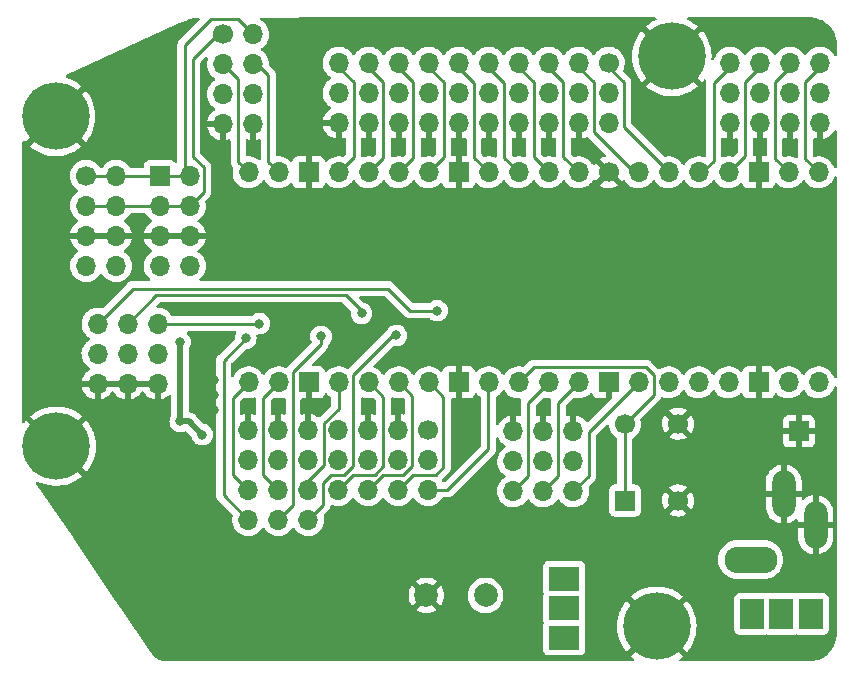
<source format=gbr>
%TF.GenerationSoftware,KiCad,Pcbnew,(6.0.9-0)*%
%TF.CreationDate,2023-04-03T15:52:03-04:00*%
%TF.ProjectId,rcc-pico,7263632d-7069-4636-9f2e-6b696361645f,rev?*%
%TF.SameCoordinates,Original*%
%TF.FileFunction,Copper,L2,Bot*%
%TF.FilePolarity,Positive*%
%FSLAX46Y46*%
G04 Gerber Fmt 4.6, Leading zero omitted, Abs format (unit mm)*
G04 Created by KiCad (PCBNEW (6.0.9-0)) date 2023-04-03 15:52:03*
%MOMM*%
%LPD*%
G01*
G04 APERTURE LIST*
%TA.AperFunction,ComponentPad*%
%ADD10C,1.700000*%
%TD*%
%TA.AperFunction,ComponentPad*%
%ADD11O,1.700000X1.700000*%
%TD*%
%TA.AperFunction,ComponentPad*%
%ADD12R,1.700000X1.700000*%
%TD*%
%TA.AperFunction,ComponentPad*%
%ADD13C,5.700000*%
%TD*%
%TA.AperFunction,ComponentPad*%
%ADD14R,2.000000X2.550000*%
%TD*%
%TA.AperFunction,ComponentPad*%
%ADD15R,2.550000X2.000000*%
%TD*%
%TA.AperFunction,ComponentPad*%
%ADD16C,2.000000*%
%TD*%
%TA.AperFunction,ComponentPad*%
%ADD17O,4.500000X2.250000*%
%TD*%
%TA.AperFunction,ComponentPad*%
%ADD18O,2.000000X4.000000*%
%TD*%
%TA.AperFunction,ViaPad*%
%ADD19C,0.800000*%
%TD*%
%TA.AperFunction,Conductor*%
%ADD20C,0.500000*%
%TD*%
%TA.AperFunction,Conductor*%
%ADD21C,0.250000*%
%TD*%
G04 APERTURE END LIST*
D10*
%TO.P,J10,1,Pin_1*%
%TO.N,/SDA*%
X82200000Y-100317500D03*
D11*
%TO.P,J10,2,Pin_2*%
%TO.N,/SCL*%
X82200000Y-102857500D03*
%TO.P,J10,3,Pin_3*%
%TO.N,GND*%
X82200000Y-105397500D03*
%TO.P,J10,4,Pin_4*%
%TO.N,+3.3V*%
X82200000Y-107937500D03*
%TO.P,J10,5,Pin_5*%
%TO.N,/SDA*%
X84740000Y-100317500D03*
%TO.P,J10,6,Pin_6*%
%TO.N,/SCL*%
X84740000Y-102857500D03*
%TO.P,J10,7,Pin_7*%
%TO.N,GND*%
X84740000Y-105397500D03*
%TO.P,J10,8,Pin_8*%
%TO.N,+3.3V*%
X84740000Y-107937500D03*
%TD*%
%TO.P,J4,1*%
%TO.N,/GPIO0*%
X144340000Y-90750000D03*
%TO.P,J4,2*%
%TO.N,/GPIO1*%
X141800000Y-90750000D03*
%TO.P,J4,3*%
%TO.N,/GPIO2*%
X139260000Y-90750000D03*
%TO.P,J4,4*%
%TO.N,/GPIO3*%
X136720000Y-90750000D03*
%TO.P,J4,5*%
%TO.N,+3.3V*%
X144340000Y-93290000D03*
%TO.P,J4,6*%
X141800000Y-93290000D03*
%TO.P,J4,7*%
X139260000Y-93290000D03*
%TO.P,J4,8*%
X136720000Y-93290000D03*
%TO.P,J4,9*%
%TO.N,GND*%
X144330000Y-95830000D03*
%TO.P,J4,10*%
X141790000Y-95830000D03*
%TO.P,J4,11*%
X139250000Y-95830000D03*
%TO.P,J4,12*%
X136710000Y-95830000D03*
%TD*%
D10*
%TO.P,J9,1*%
%TO.N,GND*%
X111175000Y-121825000D03*
D11*
%TO.P,J9,2*%
X108635000Y-121825000D03*
%TO.P,J9,3*%
X106095000Y-121825000D03*
%TO.P,J9,4*%
X103555000Y-121825000D03*
%TO.P,J9,5*%
X101015000Y-121825000D03*
%TO.P,J9,6*%
X98475000Y-121825000D03*
%TO.P,J9,7*%
X95935000Y-121825000D03*
%TO.P,J9,8*%
%TO.N,+3.3V*%
X111175000Y-124365000D03*
%TO.P,J9,9*%
X108635000Y-124365000D03*
%TO.P,J9,10*%
X106095000Y-124365000D03*
%TO.P,J9,11*%
X103555000Y-124365000D03*
%TO.P,J9,12*%
X101015000Y-124365000D03*
%TO.P,J9,13*%
X98475000Y-124365000D03*
%TO.P,J9,14*%
X95935000Y-124365000D03*
%TO.P,J9,15*%
%TO.N,/GPIO22*%
X111165000Y-126905000D03*
%TO.P,J9,16*%
%TO.N,/GPIO21*%
X108625000Y-126905000D03*
%TO.P,J9,17*%
%TO.N,/GPIO20*%
X106085000Y-126905000D03*
%TO.P,J9,18*%
%TO.N,/GPIO19*%
X103545000Y-126905000D03*
%TO.P,J9,19*%
%TO.N,/GPIO18*%
X101005000Y-126905000D03*
%TO.P,J9,20*%
%TO.N,/GPIO17*%
X98465000Y-126905000D03*
%TO.P,J9,21*%
%TO.N,/GPIO16*%
X95925000Y-126905000D03*
%TO.P,J9,22*%
%TO.N,/3V3_PWM_1*%
X101015000Y-129445000D03*
%TO.P,J9,23*%
%TO.N,/3V3_PWM_2*%
X98475000Y-129445000D03*
%TO.P,J9,24*%
%TO.N,/3V3_PWM_3*%
X95935000Y-129445000D03*
%TD*%
%TO.P,U4,1,GPIO0*%
%TO.N,/GPIO0*%
X144230000Y-100015200D03*
%TO.P,U4,2,GPIO1*%
%TO.N,/GPIO1*%
X141690000Y-100015200D03*
D12*
%TO.P,U4,3,GND*%
%TO.N,GND*%
X139150000Y-100015200D03*
D11*
%TO.P,U4,4,GPIO2*%
%TO.N,/GPIO2*%
X136610000Y-100015200D03*
%TO.P,U4,5,GPIO3*%
%TO.N,/GPIO3*%
X134070000Y-100015200D03*
%TO.P,U4,6,GPIO4*%
%TO.N,/GPIO4*%
X131530000Y-100015200D03*
%TO.P,U4,7,GPIO5*%
%TO.N,/GPIO5*%
X128990000Y-100015200D03*
D10*
%TO.P,U4,8,GND*%
%TO.N,GND*%
X126450000Y-100015200D03*
D11*
%TO.P,U4,9,GPIO6*%
%TO.N,/GPIO6*%
X123910000Y-100015200D03*
%TO.P,U4,10,GPIO7*%
%TO.N,/GPIO7*%
X121370000Y-100015200D03*
%TO.P,U4,11,GPIO8*%
%TO.N,/GPIO8*%
X118830000Y-100015200D03*
%TO.P,U4,12,GPIO9*%
%TO.N,/GPIO9*%
X116290000Y-100015200D03*
D12*
%TO.P,U4,13,GND*%
%TO.N,GND*%
X113750000Y-100015200D03*
D11*
%TO.P,U4,14,GPIO10*%
%TO.N,/GPIO10*%
X111210000Y-100015200D03*
%TO.P,U4,15,GPIO11*%
%TO.N,/GPIO11*%
X108670000Y-100015200D03*
%TO.P,U4,16,GPIO12*%
%TO.N,/GPIO12*%
X106130000Y-100015200D03*
%TO.P,U4,17,GPIO13*%
%TO.N,/GPIO13*%
X103590000Y-100015200D03*
D12*
%TO.P,U4,18,GND*%
%TO.N,GND*%
X101050000Y-100015200D03*
D11*
%TO.P,U4,19,GPIO14*%
%TO.N,/GPIO14*%
X98510000Y-100015200D03*
%TO.P,U4,20,GPIO15*%
%TO.N,/GPIO15*%
X95970000Y-100015200D03*
%TO.P,U4,21,GPIO16*%
%TO.N,/GPIO16*%
X95970000Y-117795200D03*
%TO.P,U4,22,GPIO17*%
%TO.N,/GPIO17*%
X98510000Y-117795200D03*
D12*
%TO.P,U4,23,GND*%
%TO.N,GND*%
X101050000Y-117795200D03*
D11*
%TO.P,U4,24,GPIO18*%
%TO.N,/GPIO18*%
X103590000Y-117795200D03*
%TO.P,U4,25,GPIO19*%
%TO.N,/GPIO19*%
X106130000Y-117795200D03*
%TO.P,U4,26,GPIO20*%
%TO.N,/GPIO20*%
X108670000Y-117795200D03*
%TO.P,U4,27,GPIO21*%
%TO.N,/GPIO21*%
X111210000Y-117795200D03*
D12*
%TO.P,U4,28,GND*%
%TO.N,GND*%
X113750000Y-117795200D03*
D11*
%TO.P,U4,29,GPIO22*%
%TO.N,/GPIO22*%
X116290000Y-117795200D03*
%TO.P,U4,30,RUN*%
%TO.N,/run*%
X118830000Y-117795200D03*
%TO.P,U4,31,GPIO26_ADC0*%
%TO.N,/GPIO26*%
X121370000Y-117795200D03*
%TO.P,U4,32,GPIO27_ADC1*%
%TO.N,/GPIO27*%
X123910000Y-117795200D03*
D12*
%TO.P,U4,33,AGND*%
%TO.N,GND*%
X126450000Y-117795200D03*
D11*
%TO.P,U4,34,GPIO28_ADC2*%
%TO.N,/GPIO28*%
X128990000Y-117795200D03*
%TO.P,U4,35,ADC_VREF*%
%TO.N,unconnected-(U4-Pad35)*%
X131530000Y-117795200D03*
%TO.P,U4,36,3V3*%
%TO.N,unconnected-(U4-Pad36)*%
X134070000Y-117795200D03*
%TO.P,U4,37,3V3_EN*%
%TO.N,unconnected-(U4-Pad37)*%
X136610000Y-117795200D03*
D12*
%TO.P,U4,38,GND*%
%TO.N,GND*%
X139150000Y-117795200D03*
D11*
%TO.P,U4,39,VSYS*%
%TO.N,+5V*%
X141690000Y-117795200D03*
%TO.P,U4,40,VBUS*%
%TO.N,unconnected-(U4-Pad40)*%
X144230000Y-117795200D03*
%TD*%
D13*
%TO.P,H1,1,1*%
%TO.N,GND*%
X131800000Y-90200000D03*
%TD*%
D11*
%TO.P,J8,1*%
%TO.N,GND*%
X123460000Y-121935000D03*
%TO.P,J8,2*%
X120920000Y-121935000D03*
%TO.P,J8,3*%
X118380000Y-121935000D03*
%TO.P,J8,4*%
%TO.N,+3.3V*%
X123460000Y-124475000D03*
%TO.P,J8,5*%
X120920000Y-124475000D03*
%TO.P,J8,6*%
X118380000Y-124475000D03*
%TO.P,J8,7*%
%TO.N,/GPIO28*%
X123450000Y-127015000D03*
%TO.P,J8,8*%
%TO.N,/GPIO27*%
X120910000Y-127015000D03*
%TO.P,J8,9*%
%TO.N,/GPIO26*%
X118370000Y-127015000D03*
%TD*%
D12*
%TO.P,J7,1,Pin_1*%
%TO.N,/SDA*%
X88450000Y-100317500D03*
D11*
%TO.P,J7,2,Pin_2*%
%TO.N,/SCL*%
X88450000Y-102857500D03*
%TO.P,J7,3,Pin_3*%
%TO.N,GND*%
X88450000Y-105397500D03*
%TO.P,J7,4,Pin_4*%
%TO.N,+3.3V*%
X88450000Y-107937500D03*
%TO.P,J7,5,Pin_5*%
%TO.N,/SDA*%
X90990000Y-100317500D03*
%TO.P,J7,6,Pin_6*%
%TO.N,/SCL*%
X90990000Y-102857500D03*
%TO.P,J7,7,Pin_7*%
%TO.N,GND*%
X90990000Y-105397500D03*
%TO.P,J7,8,Pin_8*%
%TO.N,+3.3V*%
X90990000Y-107937500D03*
%TD*%
D14*
%TO.P,SW-on/off1,1,A*%
%TO.N,Net-(J1-Pad1)*%
X143575000Y-137400000D03*
%TO.P,SW-on/off1,2,B*%
%TO.N,+9V*%
X141075000Y-137400000D03*
%TO.P,SW-on/off1,3*%
%TO.N,N/C*%
X138575000Y-137400000D03*
%TD*%
D13*
%TO.P,H2,1,1*%
%TO.N,GND*%
X130525000Y-138450000D03*
%TD*%
%TO.P,H3,1,1*%
%TO.N,GND*%
X79625000Y-95275000D03*
%TD*%
D10*
%TO.P,SW1,1,1*%
%TO.N,/run*%
X127825000Y-121300000D03*
D12*
X127825000Y-127800000D03*
D10*
%TO.P,SW1,2,2*%
%TO.N,GND*%
X132325000Y-127800000D03*
X132325000Y-121300000D03*
%TD*%
%TO.P,J5,1*%
%TO.N,/GPIO4*%
X126455000Y-90735000D03*
D11*
%TO.P,J5,2*%
%TO.N,/GPIO5*%
X123915000Y-90735000D03*
%TO.P,J5,3*%
%TO.N,/GPIO6*%
X121375000Y-90735000D03*
%TO.P,J5,4*%
%TO.N,/GPIO7*%
X118835000Y-90735000D03*
%TO.P,J5,5*%
%TO.N,/GPIO8*%
X116295000Y-90735000D03*
%TO.P,J5,6*%
%TO.N,/GPIO9*%
X113755000Y-90735000D03*
%TO.P,J5,7*%
%TO.N,/GPIO10*%
X111215000Y-90735000D03*
%TO.P,J5,8*%
%TO.N,/GPIO11*%
X108675000Y-90735000D03*
%TO.P,J5,9*%
%TO.N,/GPIO12*%
X106135000Y-90735000D03*
%TO.P,J5,10*%
%TO.N,/GPIO13*%
X103595000Y-90735000D03*
%TO.P,J5,11*%
%TO.N,+3.3V*%
X126455000Y-93275000D03*
%TO.P,J5,12*%
X123915000Y-93275000D03*
%TO.P,J5,13*%
X121375000Y-93275000D03*
%TO.P,J5,14*%
X118835000Y-93275000D03*
%TO.P,J5,15*%
X116295000Y-93275000D03*
%TO.P,J5,16*%
X113755000Y-93275000D03*
%TO.P,J5,17*%
X111215000Y-93275000D03*
%TO.P,J5,18*%
X108675000Y-93275000D03*
%TO.P,J5,19*%
X106135000Y-93275000D03*
%TO.P,J5,20*%
X103595000Y-93275000D03*
%TO.P,J5,21*%
%TO.N,GND*%
X126445000Y-95815000D03*
%TO.P,J5,22*%
X123905000Y-95815000D03*
%TO.P,J5,23*%
X121365000Y-95815000D03*
%TO.P,J5,24*%
X118825000Y-95815000D03*
%TO.P,J5,25*%
X116285000Y-95815000D03*
%TO.P,J5,26*%
X113745000Y-95815000D03*
%TO.P,J5,27*%
X111205000Y-95815000D03*
%TO.P,J5,28*%
X108665000Y-95815000D03*
%TO.P,J5,29*%
X106125000Y-95815000D03*
%TO.P,J5,30*%
X103585000Y-95815000D03*
%TD*%
D15*
%TO.P,SW-on/off2,1,A*%
%TO.N,/MTRPWR*%
X122700000Y-139412500D03*
%TO.P,SW-on/off2,2,B*%
%TO.N,+9V*%
X122700000Y-136912500D03*
%TO.P,SW-on/off2,3*%
%TO.N,N/C*%
X122700000Y-134412500D03*
%TD*%
D11*
%TO.P,J3,1*%
%TO.N,GND*%
X83175000Y-117905000D03*
%TO.P,J3,2*%
X85715000Y-117905000D03*
%TO.P,J3,3*%
X88255000Y-117905000D03*
%TO.P,J3,4*%
%TO.N,+5V*%
X83175000Y-115365000D03*
%TO.P,J3,5*%
X85715000Y-115365000D03*
%TO.P,J3,6*%
X88255000Y-115365000D03*
%TO.P,J3,7*%
%TO.N,/5V_PWM_1*%
X83185000Y-112825000D03*
%TO.P,J3,8*%
%TO.N,/5V_PWM_2*%
X85725000Y-112825000D03*
%TO.P,J3,9*%
%TO.N,/5V_PWM_3*%
X88265000Y-112825000D03*
%TD*%
D13*
%TO.P,H4,1,1*%
%TO.N,GND*%
X79675000Y-123200000D03*
%TD*%
D10*
%TO.P,J6,1,1*%
%TO.N,/SCL*%
X93800000Y-88325000D03*
D11*
%TO.P,J6,2,2*%
%TO.N,/SDA*%
X96340000Y-88325000D03*
%TO.P,J6,3,Pin_3*%
%TO.N,/GPIO15*%
X93800000Y-90865000D03*
%TO.P,J6,4,4*%
%TO.N,/GPIO14*%
X96340000Y-90865000D03*
%TO.P,J6,5,5*%
%TO.N,+3.3V*%
X93800000Y-93405000D03*
%TO.P,J6,6,6*%
X96340000Y-93405000D03*
%TO.P,J6,7,7*%
%TO.N,GND*%
X93800000Y-95945000D03*
%TO.P,J6,8,Pin_8*%
X96340000Y-95945000D03*
%TD*%
D12*
%TO.P,TP1,1,1*%
%TO.N,GND*%
X142550000Y-121950000D03*
%TD*%
D16*
%TO.P,J2,1,Pin_1*%
%TO.N,/MTRPWR*%
X116025000Y-135837500D03*
%TO.P,J2,2,Pin_2*%
%TO.N,GND*%
X111025000Y-135837500D03*
%TD*%
D17*
%TO.P,J1,1*%
%TO.N,Net-(J1-Pad1)*%
X138475000Y-132800000D03*
D18*
%TO.P,J1,2*%
%TO.N,GND*%
X143975000Y-129850000D03*
%TO.P,J1,3*%
X141275000Y-127250000D03*
%TD*%
D19*
%TO.N,GND*%
X104440000Y-136750000D03*
X103145000Y-135675000D03*
X104415000Y-135675000D03*
X103170000Y-136750000D03*
X101875000Y-135675000D03*
X101900000Y-136750000D03*
X99125000Y-113875000D03*
X93050000Y-120115000D03*
X129540000Y-114300000D03*
X121920000Y-114300000D03*
X103625000Y-115000000D03*
X84450000Y-125700000D03*
X137160000Y-114300000D03*
X109900000Y-114925000D03*
X133350000Y-114300000D03*
X85720000Y-125700000D03*
X91350000Y-138365000D03*
X86990000Y-125700000D03*
X96900000Y-135665000D03*
X96900000Y-133125000D03*
X91350000Y-137095000D03*
X135890000Y-114300000D03*
X95825000Y-134420000D03*
X111650000Y-113875000D03*
X97275000Y-114850000D03*
X105525000Y-113850000D03*
X134620000Y-114300000D03*
X95825000Y-133150000D03*
X110125000Y-112800000D03*
X128270000Y-114300000D03*
X130810000Y-114300000D03*
X123190000Y-114300000D03*
X120650000Y-114300000D03*
X98217963Y-136278188D03*
X92150000Y-114425000D03*
X103925000Y-112825000D03*
X98212500Y-139313673D03*
X95825000Y-135690000D03*
X125730000Y-114300000D03*
X119380000Y-114300000D03*
X93050000Y-118845000D03*
X96900000Y-134395000D03*
X91350000Y-135825000D03*
X127000000Y-114300000D03*
X132080000Y-114300000D03*
X93050000Y-117575000D03*
X93420000Y-114425000D03*
X124460000Y-114300000D03*
%TO.N,+3.3V*%
X90175000Y-114375000D03*
X92050000Y-122225000D03*
X90175000Y-121100000D03*
%TO.N,/3V3_PWM_1*%
X108475000Y-113825000D03*
%TO.N,/3V3_PWM_2*%
X102100000Y-113900000D03*
%TO.N,/3V3_PWM_3*%
X95725000Y-114075000D03*
%TO.N,/5V_PWM_1*%
X111925000Y-111725000D03*
%TO.N,/5V_PWM_2*%
X105525000Y-111949500D03*
%TO.N,/5V_PWM_3*%
X96875000Y-112825000D03*
%TD*%
D20*
%TO.N,+3.3V*%
X90175000Y-121100000D02*
X90175000Y-114375000D01*
X92050000Y-122225000D02*
X90925000Y-121100000D01*
X90925000Y-121100000D02*
X90175000Y-121100000D01*
D21*
%TO.N,/run*%
X118830000Y-117795200D02*
X120100200Y-116525000D01*
X129625000Y-116525000D02*
X130275000Y-117175000D01*
X130275000Y-117175000D02*
X130275000Y-118850000D01*
X130275000Y-118850000D02*
X127825000Y-121300000D01*
X120100200Y-116525000D02*
X129625000Y-116525000D01*
%TO.N,/3V3_PWM_1*%
X108475000Y-113575000D02*
X108475000Y-113825000D01*
X102250000Y-126350000D02*
X102975000Y-125625000D01*
X104825000Y-117175000D02*
X108450000Y-113550000D01*
X102250000Y-128210000D02*
X102250000Y-126350000D01*
X104075000Y-125625000D02*
X104825000Y-124875000D01*
X108450000Y-113550000D02*
X108475000Y-113575000D01*
X104825000Y-124875000D02*
X104825000Y-117175000D01*
X102975000Y-125625000D02*
X104075000Y-125625000D01*
X101015000Y-129445000D02*
X102250000Y-128210000D01*
%TO.N,/3V3_PWM_2*%
X99725000Y-116925000D02*
X99725000Y-128195000D01*
X102100000Y-113900000D02*
X102100000Y-114550000D01*
X102100000Y-114550000D02*
X99725000Y-116925000D01*
X99725000Y-128195000D02*
X98475000Y-129445000D01*
%TO.N,/run*%
X127825000Y-121300000D02*
X127825000Y-127800000D01*
%TO.N,/GPIO0*%
X143100000Y-98885200D02*
X143100000Y-92325000D01*
X143100000Y-92325000D02*
X144490000Y-90935000D01*
X144230000Y-100015200D02*
X143100000Y-98885200D01*
%TO.N,/GPIO1*%
X140525000Y-92360000D02*
X141950000Y-90935000D01*
X141690000Y-100015200D02*
X140525000Y-98850200D01*
X140525000Y-98850200D02*
X140525000Y-92360000D01*
%TO.N,/GPIO2*%
X138000000Y-98625200D02*
X138000000Y-92345000D01*
X136610000Y-100015200D02*
X138000000Y-98625200D01*
X138000000Y-92345000D02*
X139410000Y-90935000D01*
%TO.N,/GPIO3*%
X135350000Y-92455000D02*
X136870000Y-90935000D01*
X135350000Y-99025000D02*
X135350000Y-92455000D01*
X134359800Y-100015200D02*
X135350000Y-99025000D01*
X134070000Y-100015200D02*
X134359800Y-100015200D01*
%TO.N,/GPIO4*%
X127725000Y-96150000D02*
X131530000Y-99955000D01*
X126399800Y-91079800D02*
X127725000Y-92405000D01*
X127725000Y-92405000D02*
X127725000Y-96150000D01*
X131530000Y-99955000D02*
X131530000Y-100015200D01*
%TO.N,/GPIO5*%
X125175000Y-96606701D02*
X126793299Y-98225000D01*
X123859800Y-91079800D02*
X125175000Y-92395000D01*
X126793299Y-98225000D02*
X126793299Y-98243299D01*
X126793299Y-98243299D02*
X128565200Y-100015200D01*
X128565200Y-100015200D02*
X128990000Y-100015200D01*
X125175000Y-92395000D02*
X125175000Y-96606701D01*
%TO.N,/GPIO6*%
X122625000Y-98730200D02*
X123910000Y-100015200D01*
X122625000Y-92385000D02*
X122625000Y-98730200D01*
X121319800Y-91079800D02*
X122625000Y-92385000D01*
%TO.N,/GPIO7*%
X120100000Y-98745200D02*
X121370000Y-100015200D01*
X118779800Y-91079800D02*
X120100000Y-92400000D01*
X120100000Y-92400000D02*
X120100000Y-98745200D01*
%TO.N,/GPIO8*%
X117594800Y-98780000D02*
X118830000Y-100015200D01*
X116239800Y-91079800D02*
X117594800Y-92434800D01*
X117594800Y-92434800D02*
X117594800Y-98780000D01*
%TO.N,/GPIO9*%
X115050000Y-92430000D02*
X115050000Y-98775200D01*
X113699800Y-91079800D02*
X115050000Y-92430000D01*
X115050000Y-98775200D02*
X116290000Y-100015200D01*
%TO.N,/GPIO10*%
X112475000Y-92395000D02*
X112475000Y-98750200D01*
X111159800Y-91079800D02*
X112475000Y-92395000D01*
X112475000Y-98750200D02*
X111210000Y-100015200D01*
%TO.N,/GPIO11*%
X109925000Y-98760200D02*
X108670000Y-100015200D01*
X108619800Y-91079800D02*
X109925000Y-92385000D01*
X109925000Y-92385000D02*
X109925000Y-98760200D01*
%TO.N,/GPIO12*%
X106079800Y-91079800D02*
X107375000Y-92375000D01*
X107375000Y-98770200D02*
X106130000Y-100015200D01*
X107375000Y-92375000D02*
X107375000Y-98770200D01*
%TO.N,/GPIO13*%
X104850000Y-98755200D02*
X103590000Y-100015200D01*
X103539800Y-91079800D02*
X104850000Y-92390000D01*
X104850000Y-92390000D02*
X104850000Y-98755200D01*
%TO.N,/GPIO14*%
X97650000Y-99155200D02*
X98510000Y-100015200D01*
X97650000Y-91800000D02*
X97650000Y-99155200D01*
X96865000Y-91015000D02*
X97650000Y-91800000D01*
%TO.N,/GPIO15*%
X95970000Y-100015200D02*
X95075000Y-99120200D01*
X95075000Y-92140000D02*
X93800000Y-90865000D01*
X95075000Y-99120200D02*
X95075000Y-92140000D01*
%TO.N,/GPIO16*%
X95970000Y-117795200D02*
X94625000Y-119140200D01*
X94625000Y-119140200D02*
X94625000Y-125605000D01*
X94625000Y-125605000D02*
X95925000Y-126905000D01*
%TO.N,/GPIO17*%
X98465000Y-126905000D02*
X97225000Y-125665000D01*
X97225000Y-125665000D02*
X97225000Y-119080200D01*
X97225000Y-119080200D02*
X98510000Y-117795200D01*
%TO.N,/GPIO18*%
X103590000Y-117795200D02*
X103590000Y-120035000D01*
X102380000Y-124795000D02*
X101005000Y-126170000D01*
X101005000Y-126170000D02*
X101005000Y-126905000D01*
X103590000Y-120035000D02*
X102380000Y-121245000D01*
X102380000Y-121245000D02*
X102380000Y-124795000D01*
%TO.N,/GPIO19*%
X107375000Y-119040200D02*
X107375000Y-124900000D01*
X104825000Y-125625000D02*
X103545000Y-126905000D01*
X106650000Y-125625000D02*
X104825000Y-125625000D01*
X107375000Y-124900000D02*
X106650000Y-125625000D01*
X106130000Y-117795200D02*
X107375000Y-119040200D01*
%TO.N,/GPIO20*%
X108670000Y-117795200D02*
X109810000Y-118935200D01*
X109810000Y-124851701D02*
X109011701Y-125650000D01*
X109011701Y-125650000D02*
X107340000Y-125650000D01*
X107340000Y-125650000D02*
X106085000Y-126905000D01*
X109810000Y-118935200D02*
X109810000Y-124851701D01*
%TO.N,/GPIO21*%
X111800000Y-125650000D02*
X112450000Y-125000000D01*
X109880000Y-125650000D02*
X111800000Y-125650000D01*
X108625000Y-126905000D02*
X109880000Y-125650000D01*
X112450000Y-125000000D02*
X112450000Y-119035200D01*
X112450000Y-119035200D02*
X111210000Y-117795200D01*
%TO.N,/GPIO22*%
X112792500Y-126905000D02*
X111165000Y-126905000D01*
X116275000Y-117810200D02*
X116275000Y-123422500D01*
X116275000Y-123422500D02*
X112792500Y-126905000D01*
X116290000Y-117795200D02*
X116275000Y-117810200D01*
%TO.N,/GPIO26*%
X121370000Y-117795200D02*
X119650000Y-119515200D01*
X119650000Y-125735000D02*
X118370000Y-127015000D01*
X119650000Y-119515200D02*
X119650000Y-125735000D01*
%TO.N,/GPIO27*%
X122200000Y-119505200D02*
X122200000Y-125725000D01*
X122200000Y-125725000D02*
X120910000Y-127015000D01*
X123910000Y-117795200D02*
X122200000Y-119505200D01*
%TO.N,/GPIO28*%
X124750000Y-125715000D02*
X123450000Y-127015000D01*
X128990000Y-117795200D02*
X124750000Y-122035200D01*
X124750000Y-122035200D02*
X124750000Y-125715000D01*
%TO.N,/3V3_PWM_3*%
X95935000Y-129445000D02*
X93850000Y-127360000D01*
X93850000Y-127360000D02*
X93850000Y-115950000D01*
X93850000Y-115950000D02*
X95725000Y-114075000D01*
%TO.N,/5V_PWM_1*%
X86160000Y-109850000D02*
X107750000Y-109850000D01*
X83185000Y-112825000D02*
X86160000Y-109850000D01*
X107750000Y-109850000D02*
X109625000Y-111725000D01*
X109625000Y-111725000D02*
X111925000Y-111725000D01*
%TO.N,/5V_PWM_2*%
X85725000Y-112825000D02*
X88150000Y-110400000D01*
X88150000Y-110400000D02*
X104175000Y-110400000D01*
X104175000Y-110400000D02*
X105525000Y-111750000D01*
X105525000Y-111750000D02*
X105525000Y-111949500D01*
%TO.N,/5V_PWM_3*%
X96875000Y-112825000D02*
X88265000Y-112825000D01*
%TO.N,/SCL*%
X91250000Y-90450000D02*
X91250000Y-98687500D01*
X93225000Y-88475000D02*
X91250000Y-90450000D01*
X90990000Y-102857500D02*
X82200000Y-102857500D01*
X92165000Y-99602500D02*
X92165000Y-101682500D01*
X92165000Y-101682500D02*
X90990000Y-102857500D01*
X91250000Y-98687500D02*
X92165000Y-99602500D01*
%TO.N,/SDA*%
X90575000Y-89225000D02*
X90575000Y-99902500D01*
X90990000Y-100317500D02*
X82200000Y-100317500D01*
X96340000Y-88325000D02*
X95065000Y-87050000D01*
X90575000Y-99902500D02*
X90990000Y-100317500D01*
X95065000Y-87050000D02*
X92750000Y-87050000D01*
X92750000Y-87050000D02*
X90575000Y-89225000D01*
%TD*%
%TA.AperFunction,Conductor*%
%TO.N,GND*%
G36*
X143303785Y-86884271D02*
G01*
X143332911Y-86887473D01*
X143332917Y-86887473D01*
X143341834Y-86888453D01*
X143350668Y-86886891D01*
X143350669Y-86886891D01*
X143358632Y-86885483D01*
X143382702Y-86883576D01*
X143520642Y-86885912D01*
X143629304Y-86887752D01*
X143644849Y-86888980D01*
X143915808Y-86927376D01*
X143931083Y-86930515D01*
X144024990Y-86955960D01*
X144195228Y-87002088D01*
X144209992Y-87007088D01*
X144463270Y-87110740D01*
X144477307Y-87117527D01*
X144671920Y-87226971D01*
X144715841Y-87251671D01*
X144728934Y-87260141D01*
X144949075Y-87422725D01*
X144961021Y-87432748D01*
X145159387Y-87621274D01*
X145170004Y-87632696D01*
X145343560Y-87844278D01*
X145352685Y-87856922D01*
X145498788Y-88088338D01*
X145506276Y-88102006D01*
X145612651Y-88328365D01*
X145622670Y-88349686D01*
X145628414Y-88364176D01*
X145637361Y-88391590D01*
X145713322Y-88624339D01*
X145717234Y-88639434D01*
X145762767Y-88874131D01*
X145765032Y-88901221D01*
X145765034Y-88901241D01*
X145764812Y-88910219D01*
X145766160Y-88915292D01*
X145766500Y-88921073D01*
X145766500Y-90027127D01*
X145746498Y-90095248D01*
X145692842Y-90141741D01*
X145622568Y-90151845D01*
X145557988Y-90122351D01*
X145534708Y-90095567D01*
X145522490Y-90076680D01*
X145420014Y-89918277D01*
X145269670Y-89753051D01*
X145265619Y-89749852D01*
X145265615Y-89749848D01*
X145098414Y-89617800D01*
X145098410Y-89617798D01*
X145094359Y-89614598D01*
X145083054Y-89608357D01*
X145040039Y-89584612D01*
X144898789Y-89506638D01*
X144893920Y-89504914D01*
X144893916Y-89504912D01*
X144693087Y-89433795D01*
X144693083Y-89433794D01*
X144688212Y-89432069D01*
X144683119Y-89431162D01*
X144683116Y-89431161D01*
X144473373Y-89393800D01*
X144473367Y-89393799D01*
X144468284Y-89392894D01*
X144394452Y-89391992D01*
X144250081Y-89390228D01*
X144250079Y-89390228D01*
X144244911Y-89390165D01*
X144024091Y-89423955D01*
X143811756Y-89493357D01*
X143781443Y-89509137D01*
X143632022Y-89586921D01*
X143613607Y-89596507D01*
X143609474Y-89599610D01*
X143609471Y-89599612D01*
X143439100Y-89727530D01*
X143434965Y-89730635D01*
X143431393Y-89734373D01*
X143290888Y-89881403D01*
X143280629Y-89892138D01*
X143173201Y-90049621D01*
X143118293Y-90094621D01*
X143047768Y-90102792D01*
X142984021Y-90071538D01*
X142963324Y-90047054D01*
X142882822Y-89922617D01*
X142882820Y-89922614D01*
X142880014Y-89918277D01*
X142729670Y-89753051D01*
X142725619Y-89749852D01*
X142725615Y-89749848D01*
X142558414Y-89617800D01*
X142558410Y-89617798D01*
X142554359Y-89614598D01*
X142543054Y-89608357D01*
X142500039Y-89584612D01*
X142358789Y-89506638D01*
X142353920Y-89504914D01*
X142353916Y-89504912D01*
X142153087Y-89433795D01*
X142153083Y-89433794D01*
X142148212Y-89432069D01*
X142143119Y-89431162D01*
X142143116Y-89431161D01*
X141933373Y-89393800D01*
X141933367Y-89393799D01*
X141928284Y-89392894D01*
X141854452Y-89391992D01*
X141710081Y-89390228D01*
X141710079Y-89390228D01*
X141704911Y-89390165D01*
X141484091Y-89423955D01*
X141271756Y-89493357D01*
X141241443Y-89509137D01*
X141092022Y-89586921D01*
X141073607Y-89596507D01*
X141069474Y-89599610D01*
X141069471Y-89599612D01*
X140899100Y-89727530D01*
X140894965Y-89730635D01*
X140891393Y-89734373D01*
X140750888Y-89881403D01*
X140740629Y-89892138D01*
X140633201Y-90049621D01*
X140578293Y-90094621D01*
X140507768Y-90102792D01*
X140444021Y-90071538D01*
X140423324Y-90047054D01*
X140342822Y-89922617D01*
X140342820Y-89922614D01*
X140340014Y-89918277D01*
X140189670Y-89753051D01*
X140185619Y-89749852D01*
X140185615Y-89749848D01*
X140018414Y-89617800D01*
X140018410Y-89617798D01*
X140014359Y-89614598D01*
X140003054Y-89608357D01*
X139960039Y-89584612D01*
X139818789Y-89506638D01*
X139813920Y-89504914D01*
X139813916Y-89504912D01*
X139613087Y-89433795D01*
X139613083Y-89433794D01*
X139608212Y-89432069D01*
X139603119Y-89431162D01*
X139603116Y-89431161D01*
X139393373Y-89393800D01*
X139393367Y-89393799D01*
X139388284Y-89392894D01*
X139314452Y-89391992D01*
X139170081Y-89390228D01*
X139170079Y-89390228D01*
X139164911Y-89390165D01*
X138944091Y-89423955D01*
X138731756Y-89493357D01*
X138701443Y-89509137D01*
X138552022Y-89586921D01*
X138533607Y-89596507D01*
X138529474Y-89599610D01*
X138529471Y-89599612D01*
X138359100Y-89727530D01*
X138354965Y-89730635D01*
X138351393Y-89734373D01*
X138210888Y-89881403D01*
X138200629Y-89892138D01*
X138093201Y-90049621D01*
X138038293Y-90094621D01*
X137967768Y-90102792D01*
X137904021Y-90071538D01*
X137883324Y-90047054D01*
X137802822Y-89922617D01*
X137802820Y-89922614D01*
X137800014Y-89918277D01*
X137649670Y-89753051D01*
X137645619Y-89749852D01*
X137645615Y-89749848D01*
X137478414Y-89617800D01*
X137478410Y-89617798D01*
X137474359Y-89614598D01*
X137463054Y-89608357D01*
X137420039Y-89584612D01*
X137278789Y-89506638D01*
X137273920Y-89504914D01*
X137273916Y-89504912D01*
X137073087Y-89433795D01*
X137073083Y-89433794D01*
X137068212Y-89432069D01*
X137063119Y-89431162D01*
X137063116Y-89431161D01*
X136853373Y-89393800D01*
X136853367Y-89393799D01*
X136848284Y-89392894D01*
X136774452Y-89391992D01*
X136630081Y-89390228D01*
X136630079Y-89390228D01*
X136624911Y-89390165D01*
X136404091Y-89423955D01*
X136191756Y-89493357D01*
X136161443Y-89509137D01*
X136012022Y-89586921D01*
X135993607Y-89596507D01*
X135989474Y-89599610D01*
X135989471Y-89599612D01*
X135819100Y-89727530D01*
X135814965Y-89730635D01*
X135811393Y-89734373D01*
X135670888Y-89881403D01*
X135660629Y-89892138D01*
X135534743Y-90076680D01*
X135504543Y-90141741D01*
X135445334Y-90269297D01*
X135440688Y-90279305D01*
X135409035Y-90393442D01*
X135400223Y-90425215D01*
X135362744Y-90485513D01*
X135298615Y-90515976D01*
X135228197Y-90506932D01*
X135173847Y-90461253D01*
X135152820Y-90393442D01*
X135153041Y-90383851D01*
X135162740Y-90225275D01*
X135162856Y-90221673D01*
X135162926Y-90201820D01*
X135162834Y-90198193D01*
X135143446Y-89840208D01*
X135142711Y-89833442D01*
X135085034Y-89481233D01*
X135083567Y-89474561D01*
X134988194Y-89130655D01*
X134986020Y-89124192D01*
X134854053Y-88792575D01*
X134851197Y-88786395D01*
X134684194Y-88470981D01*
X134680682Y-88465137D01*
X134480588Y-88169598D01*
X134476467Y-88164170D01*
X134359041Y-88025704D01*
X134346215Y-88017267D01*
X134335890Y-88023320D01*
X132172022Y-90187188D01*
X132164408Y-90201132D01*
X132164539Y-90202965D01*
X132168790Y-90209580D01*
X134334463Y-92375253D01*
X134348060Y-92382678D01*
X134357669Y-92375981D01*
X134462197Y-92254457D01*
X134466346Y-92249069D01*
X134508136Y-92188264D01*
X134563204Y-92143453D01*
X134633757Y-92135528D01*
X134697395Y-92167005D01*
X134733912Y-92227890D01*
X134736424Y-92279344D01*
X134729901Y-92320524D01*
X134727495Y-92332144D01*
X134719470Y-92363402D01*
X134716500Y-92374970D01*
X134716500Y-92395224D01*
X134714949Y-92414934D01*
X134711780Y-92434943D01*
X134712526Y-92442835D01*
X134715941Y-92478961D01*
X134716500Y-92490819D01*
X134716500Y-98624612D01*
X134696498Y-98692733D01*
X134642842Y-98739226D01*
X134572568Y-98749330D01*
X134548440Y-98743385D01*
X134423087Y-98698995D01*
X134423083Y-98698994D01*
X134418212Y-98697269D01*
X134413119Y-98696362D01*
X134413116Y-98696361D01*
X134203373Y-98659000D01*
X134203367Y-98658999D01*
X134198284Y-98658094D01*
X134124452Y-98657192D01*
X133980081Y-98655428D01*
X133980079Y-98655428D01*
X133974911Y-98655365D01*
X133754091Y-98689155D01*
X133541756Y-98758557D01*
X133511443Y-98774337D01*
X133372547Y-98846642D01*
X133343607Y-98861707D01*
X133339474Y-98864810D01*
X133339471Y-98864812D01*
X133169100Y-98992730D01*
X133164965Y-98995835D01*
X133010629Y-99157338D01*
X132903201Y-99314821D01*
X132848293Y-99359821D01*
X132777768Y-99367992D01*
X132714021Y-99336738D01*
X132693324Y-99312254D01*
X132612822Y-99187817D01*
X132612820Y-99187814D01*
X132610014Y-99183477D01*
X132459670Y-99018251D01*
X132455619Y-99015052D01*
X132455615Y-99015048D01*
X132288414Y-98883000D01*
X132288410Y-98882998D01*
X132284359Y-98879798D01*
X132088789Y-98771838D01*
X132083920Y-98770114D01*
X132083916Y-98770112D01*
X131883087Y-98698995D01*
X131883083Y-98698994D01*
X131878212Y-98697269D01*
X131873119Y-98696362D01*
X131873116Y-98696361D01*
X131663373Y-98659000D01*
X131663367Y-98658999D01*
X131658284Y-98658094D01*
X131584452Y-98657192D01*
X131440081Y-98655428D01*
X131440079Y-98655428D01*
X131434911Y-98655365D01*
X131230280Y-98686678D01*
X131159919Y-98677210D01*
X131122127Y-98651223D01*
X128395405Y-95924500D01*
X128361379Y-95862188D01*
X128358500Y-95835405D01*
X128358500Y-92751745D01*
X129613795Y-92751745D01*
X129613871Y-92752815D01*
X129617055Y-92757648D01*
X129897342Y-92972720D01*
X129902972Y-92976575D01*
X130207929Y-93161992D01*
X130213931Y-93165210D01*
X130537139Y-93316611D01*
X130543444Y-93319159D01*
X130881117Y-93434771D01*
X130887668Y-93436624D01*
X131235838Y-93515087D01*
X131242557Y-93516224D01*
X131597174Y-93556628D01*
X131603964Y-93557031D01*
X131960865Y-93558899D01*
X131967666Y-93558567D01*
X132322686Y-93521880D01*
X132329414Y-93520814D01*
X132678402Y-93445997D01*
X132684950Y-93444218D01*
X133023820Y-93332147D01*
X133030162Y-93329661D01*
X133354921Y-93181660D01*
X133360975Y-93178495D01*
X133667839Y-92996293D01*
X133673520Y-92992490D01*
X133958918Y-92778207D01*
X133964145Y-92773821D01*
X133976988Y-92761803D01*
X133985057Y-92748123D01*
X133985029Y-92747398D01*
X133979887Y-92739097D01*
X131812812Y-90572022D01*
X131798868Y-90564408D01*
X131797035Y-90564539D01*
X131790420Y-90568790D01*
X129621409Y-92737801D01*
X129613795Y-92751745D01*
X128358500Y-92751745D01*
X128358500Y-92483767D01*
X128359027Y-92472584D01*
X128360702Y-92465091D01*
X128359755Y-92434943D01*
X128358562Y-92397001D01*
X128358500Y-92393043D01*
X128358500Y-92365144D01*
X128357996Y-92361153D01*
X128357063Y-92349311D01*
X128356524Y-92332144D01*
X128355674Y-92305111D01*
X128353462Y-92297497D01*
X128353461Y-92297492D01*
X128350023Y-92285659D01*
X128346012Y-92266295D01*
X128344467Y-92254064D01*
X128343474Y-92246203D01*
X128340557Y-92238836D01*
X128340556Y-92238831D01*
X128327198Y-92205092D01*
X128323354Y-92193865D01*
X128314972Y-92165017D01*
X128311018Y-92151407D01*
X128306314Y-92143453D01*
X128300707Y-92133972D01*
X128292012Y-92116224D01*
X128284552Y-92097383D01*
X128279363Y-92090240D01*
X128258564Y-92061613D01*
X128252048Y-92051693D01*
X128233580Y-92020465D01*
X128233578Y-92020462D01*
X128229542Y-92013638D01*
X128215221Y-91999317D01*
X128202380Y-91984283D01*
X128201911Y-91983637D01*
X128190472Y-91967893D01*
X128184368Y-91962843D01*
X128184363Y-91962838D01*
X128156402Y-91939707D01*
X128147621Y-91931717D01*
X127697123Y-91481218D01*
X127663098Y-91418906D01*
X127668163Y-91348090D01*
X127673261Y-91336297D01*
X127683040Y-91316511D01*
X127722430Y-91236811D01*
X127787370Y-91023069D01*
X127816529Y-90801590D01*
X127817433Y-90764594D01*
X127818074Y-90738365D01*
X127818074Y-90738361D01*
X127818156Y-90735000D01*
X127799852Y-90512361D01*
X127745431Y-90295702D01*
X127700191Y-90191657D01*
X128437260Y-90191657D01*
X128455318Y-90548127D01*
X128456028Y-90554883D01*
X128512478Y-90907305D01*
X128513917Y-90913960D01*
X128608094Y-91258215D01*
X128610243Y-91264676D01*
X128741053Y-91596756D01*
X128743884Y-91602939D01*
X128909792Y-91918949D01*
X128913275Y-91924791D01*
X129112340Y-92221031D01*
X129116442Y-92226475D01*
X129240942Y-92374322D01*
X129253680Y-92382764D01*
X129264124Y-92376666D01*
X131427978Y-90212812D01*
X131435592Y-90198868D01*
X131435461Y-90197035D01*
X131431210Y-90190420D01*
X129265527Y-88024737D01*
X129251990Y-88017345D01*
X129242289Y-88024132D01*
X129130649Y-88154847D01*
X129126515Y-88160255D01*
X128925394Y-88455086D01*
X128921859Y-88460923D01*
X128753754Y-88775757D01*
X128750878Y-88781926D01*
X128617754Y-89113081D01*
X128615561Y-89119521D01*
X128518979Y-89463121D01*
X128517496Y-89469756D01*
X128458589Y-89821773D01*
X128457830Y-89828545D01*
X128437284Y-90184862D01*
X128437260Y-90191657D01*
X127700191Y-90191657D01*
X127656354Y-90090840D01*
X127535014Y-89903277D01*
X127384670Y-89738051D01*
X127380619Y-89734852D01*
X127380615Y-89734848D01*
X127213414Y-89602800D01*
X127213410Y-89602798D01*
X127209359Y-89599598D01*
X127199534Y-89594174D01*
X127094357Y-89536114D01*
X127013789Y-89491638D01*
X127008920Y-89489914D01*
X127008916Y-89489912D01*
X126808087Y-89418795D01*
X126808083Y-89418794D01*
X126803212Y-89417069D01*
X126798119Y-89416162D01*
X126798116Y-89416161D01*
X126588373Y-89378800D01*
X126588367Y-89378799D01*
X126583284Y-89377894D01*
X126509452Y-89376992D01*
X126365081Y-89375228D01*
X126365079Y-89375228D01*
X126359911Y-89375165D01*
X126139091Y-89408955D01*
X125926756Y-89478357D01*
X125728607Y-89581507D01*
X125724474Y-89584610D01*
X125724471Y-89584612D01*
X125555463Y-89711507D01*
X125549965Y-89715635D01*
X125546393Y-89719373D01*
X125407374Y-89864848D01*
X125395629Y-89877138D01*
X125288201Y-90034621D01*
X125233293Y-90079621D01*
X125162768Y-90087792D01*
X125099021Y-90056538D01*
X125078324Y-90032054D01*
X124997822Y-89907617D01*
X124997820Y-89907614D01*
X124995014Y-89903277D01*
X124844670Y-89738051D01*
X124840619Y-89734852D01*
X124840615Y-89734848D01*
X124673414Y-89602800D01*
X124673410Y-89602798D01*
X124669359Y-89599598D01*
X124659534Y-89594174D01*
X124554357Y-89536114D01*
X124473789Y-89491638D01*
X124468920Y-89489914D01*
X124468916Y-89489912D01*
X124268087Y-89418795D01*
X124268083Y-89418794D01*
X124263212Y-89417069D01*
X124258119Y-89416162D01*
X124258116Y-89416161D01*
X124048373Y-89378800D01*
X124048367Y-89378799D01*
X124043284Y-89377894D01*
X123969452Y-89376992D01*
X123825081Y-89375228D01*
X123825079Y-89375228D01*
X123819911Y-89375165D01*
X123599091Y-89408955D01*
X123386756Y-89478357D01*
X123188607Y-89581507D01*
X123184474Y-89584610D01*
X123184471Y-89584612D01*
X123015463Y-89711507D01*
X123009965Y-89715635D01*
X123006393Y-89719373D01*
X122867374Y-89864848D01*
X122855629Y-89877138D01*
X122748201Y-90034621D01*
X122693293Y-90079621D01*
X122622768Y-90087792D01*
X122559021Y-90056538D01*
X122538324Y-90032054D01*
X122457822Y-89907617D01*
X122457820Y-89907614D01*
X122455014Y-89903277D01*
X122304670Y-89738051D01*
X122300619Y-89734852D01*
X122300615Y-89734848D01*
X122133414Y-89602800D01*
X122133410Y-89602798D01*
X122129359Y-89599598D01*
X122119534Y-89594174D01*
X122014357Y-89536114D01*
X121933789Y-89491638D01*
X121928920Y-89489914D01*
X121928916Y-89489912D01*
X121728087Y-89418795D01*
X121728083Y-89418794D01*
X121723212Y-89417069D01*
X121718119Y-89416162D01*
X121718116Y-89416161D01*
X121508373Y-89378800D01*
X121508367Y-89378799D01*
X121503284Y-89377894D01*
X121429452Y-89376992D01*
X121285081Y-89375228D01*
X121285079Y-89375228D01*
X121279911Y-89375165D01*
X121059091Y-89408955D01*
X120846756Y-89478357D01*
X120648607Y-89581507D01*
X120644474Y-89584610D01*
X120644471Y-89584612D01*
X120475463Y-89711507D01*
X120469965Y-89715635D01*
X120466393Y-89719373D01*
X120327374Y-89864848D01*
X120315629Y-89877138D01*
X120208201Y-90034621D01*
X120153293Y-90079621D01*
X120082768Y-90087792D01*
X120019021Y-90056538D01*
X119998324Y-90032054D01*
X119917822Y-89907617D01*
X119917820Y-89907614D01*
X119915014Y-89903277D01*
X119764670Y-89738051D01*
X119760619Y-89734852D01*
X119760615Y-89734848D01*
X119593414Y-89602800D01*
X119593410Y-89602798D01*
X119589359Y-89599598D01*
X119579534Y-89594174D01*
X119474357Y-89536114D01*
X119393789Y-89491638D01*
X119388920Y-89489914D01*
X119388916Y-89489912D01*
X119188087Y-89418795D01*
X119188083Y-89418794D01*
X119183212Y-89417069D01*
X119178119Y-89416162D01*
X119178116Y-89416161D01*
X118968373Y-89378800D01*
X118968367Y-89378799D01*
X118963284Y-89377894D01*
X118889452Y-89376992D01*
X118745081Y-89375228D01*
X118745079Y-89375228D01*
X118739911Y-89375165D01*
X118519091Y-89408955D01*
X118306756Y-89478357D01*
X118108607Y-89581507D01*
X118104474Y-89584610D01*
X118104471Y-89584612D01*
X117935463Y-89711507D01*
X117929965Y-89715635D01*
X117926393Y-89719373D01*
X117787374Y-89864848D01*
X117775629Y-89877138D01*
X117668201Y-90034621D01*
X117613293Y-90079621D01*
X117542768Y-90087792D01*
X117479021Y-90056538D01*
X117458324Y-90032054D01*
X117377822Y-89907617D01*
X117377820Y-89907614D01*
X117375014Y-89903277D01*
X117224670Y-89738051D01*
X117220619Y-89734852D01*
X117220615Y-89734848D01*
X117053414Y-89602800D01*
X117053410Y-89602798D01*
X117049359Y-89599598D01*
X117039534Y-89594174D01*
X116934357Y-89536114D01*
X116853789Y-89491638D01*
X116848920Y-89489914D01*
X116848916Y-89489912D01*
X116648087Y-89418795D01*
X116648083Y-89418794D01*
X116643212Y-89417069D01*
X116638119Y-89416162D01*
X116638116Y-89416161D01*
X116428373Y-89378800D01*
X116428367Y-89378799D01*
X116423284Y-89377894D01*
X116349452Y-89376992D01*
X116205081Y-89375228D01*
X116205079Y-89375228D01*
X116199911Y-89375165D01*
X115979091Y-89408955D01*
X115766756Y-89478357D01*
X115568607Y-89581507D01*
X115564474Y-89584610D01*
X115564471Y-89584612D01*
X115395463Y-89711507D01*
X115389965Y-89715635D01*
X115386393Y-89719373D01*
X115247374Y-89864848D01*
X115235629Y-89877138D01*
X115128201Y-90034621D01*
X115073293Y-90079621D01*
X115002768Y-90087792D01*
X114939021Y-90056538D01*
X114918324Y-90032054D01*
X114837822Y-89907617D01*
X114837820Y-89907614D01*
X114835014Y-89903277D01*
X114684670Y-89738051D01*
X114680619Y-89734852D01*
X114680615Y-89734848D01*
X114513414Y-89602800D01*
X114513410Y-89602798D01*
X114509359Y-89599598D01*
X114499534Y-89594174D01*
X114394357Y-89536114D01*
X114313789Y-89491638D01*
X114308920Y-89489914D01*
X114308916Y-89489912D01*
X114108087Y-89418795D01*
X114108083Y-89418794D01*
X114103212Y-89417069D01*
X114098119Y-89416162D01*
X114098116Y-89416161D01*
X113888373Y-89378800D01*
X113888367Y-89378799D01*
X113883284Y-89377894D01*
X113809452Y-89376992D01*
X113665081Y-89375228D01*
X113665079Y-89375228D01*
X113659911Y-89375165D01*
X113439091Y-89408955D01*
X113226756Y-89478357D01*
X113028607Y-89581507D01*
X113024474Y-89584610D01*
X113024471Y-89584612D01*
X112855463Y-89711507D01*
X112849965Y-89715635D01*
X112846393Y-89719373D01*
X112707374Y-89864848D01*
X112695629Y-89877138D01*
X112588201Y-90034621D01*
X112533293Y-90079621D01*
X112462768Y-90087792D01*
X112399021Y-90056538D01*
X112378324Y-90032054D01*
X112297822Y-89907617D01*
X112297820Y-89907614D01*
X112295014Y-89903277D01*
X112144670Y-89738051D01*
X112140619Y-89734852D01*
X112140615Y-89734848D01*
X111973414Y-89602800D01*
X111973410Y-89602798D01*
X111969359Y-89599598D01*
X111959534Y-89594174D01*
X111854357Y-89536114D01*
X111773789Y-89491638D01*
X111768920Y-89489914D01*
X111768916Y-89489912D01*
X111568087Y-89418795D01*
X111568083Y-89418794D01*
X111563212Y-89417069D01*
X111558119Y-89416162D01*
X111558116Y-89416161D01*
X111348373Y-89378800D01*
X111348367Y-89378799D01*
X111343284Y-89377894D01*
X111269452Y-89376992D01*
X111125081Y-89375228D01*
X111125079Y-89375228D01*
X111119911Y-89375165D01*
X110899091Y-89408955D01*
X110686756Y-89478357D01*
X110488607Y-89581507D01*
X110484474Y-89584610D01*
X110484471Y-89584612D01*
X110315463Y-89711507D01*
X110309965Y-89715635D01*
X110306393Y-89719373D01*
X110167374Y-89864848D01*
X110155629Y-89877138D01*
X110048201Y-90034621D01*
X109993293Y-90079621D01*
X109922768Y-90087792D01*
X109859021Y-90056538D01*
X109838324Y-90032054D01*
X109757822Y-89907617D01*
X109757820Y-89907614D01*
X109755014Y-89903277D01*
X109604670Y-89738051D01*
X109600619Y-89734852D01*
X109600615Y-89734848D01*
X109433414Y-89602800D01*
X109433410Y-89602798D01*
X109429359Y-89599598D01*
X109419534Y-89594174D01*
X109314357Y-89536114D01*
X109233789Y-89491638D01*
X109228920Y-89489914D01*
X109228916Y-89489912D01*
X109028087Y-89418795D01*
X109028083Y-89418794D01*
X109023212Y-89417069D01*
X109018119Y-89416162D01*
X109018116Y-89416161D01*
X108808373Y-89378800D01*
X108808367Y-89378799D01*
X108803284Y-89377894D01*
X108729452Y-89376992D01*
X108585081Y-89375228D01*
X108585079Y-89375228D01*
X108579911Y-89375165D01*
X108359091Y-89408955D01*
X108146756Y-89478357D01*
X107948607Y-89581507D01*
X107944474Y-89584610D01*
X107944471Y-89584612D01*
X107775463Y-89711507D01*
X107769965Y-89715635D01*
X107766393Y-89719373D01*
X107627374Y-89864848D01*
X107615629Y-89877138D01*
X107508201Y-90034621D01*
X107453293Y-90079621D01*
X107382768Y-90087792D01*
X107319021Y-90056538D01*
X107298324Y-90032054D01*
X107217822Y-89907617D01*
X107217820Y-89907614D01*
X107215014Y-89903277D01*
X107064670Y-89738051D01*
X107060619Y-89734852D01*
X107060615Y-89734848D01*
X106893414Y-89602800D01*
X106893410Y-89602798D01*
X106889359Y-89599598D01*
X106879534Y-89594174D01*
X106774357Y-89536114D01*
X106693789Y-89491638D01*
X106688920Y-89489914D01*
X106688916Y-89489912D01*
X106488087Y-89418795D01*
X106488083Y-89418794D01*
X106483212Y-89417069D01*
X106478119Y-89416162D01*
X106478116Y-89416161D01*
X106268373Y-89378800D01*
X106268367Y-89378799D01*
X106263284Y-89377894D01*
X106189452Y-89376992D01*
X106045081Y-89375228D01*
X106045079Y-89375228D01*
X106039911Y-89375165D01*
X105819091Y-89408955D01*
X105606756Y-89478357D01*
X105408607Y-89581507D01*
X105404474Y-89584610D01*
X105404471Y-89584612D01*
X105235463Y-89711507D01*
X105229965Y-89715635D01*
X105226393Y-89719373D01*
X105087374Y-89864848D01*
X105075629Y-89877138D01*
X104968201Y-90034621D01*
X104913293Y-90079621D01*
X104842768Y-90087792D01*
X104779021Y-90056538D01*
X104758324Y-90032054D01*
X104677822Y-89907617D01*
X104677820Y-89907614D01*
X104675014Y-89903277D01*
X104524670Y-89738051D01*
X104520619Y-89734852D01*
X104520615Y-89734848D01*
X104353414Y-89602800D01*
X104353410Y-89602798D01*
X104349359Y-89599598D01*
X104339534Y-89594174D01*
X104234357Y-89536114D01*
X104153789Y-89491638D01*
X104148920Y-89489914D01*
X104148916Y-89489912D01*
X103948087Y-89418795D01*
X103948083Y-89418794D01*
X103943212Y-89417069D01*
X103938119Y-89416162D01*
X103938116Y-89416161D01*
X103728373Y-89378800D01*
X103728367Y-89378799D01*
X103723284Y-89377894D01*
X103649452Y-89376992D01*
X103505081Y-89375228D01*
X103505079Y-89375228D01*
X103499911Y-89375165D01*
X103279091Y-89408955D01*
X103066756Y-89478357D01*
X102868607Y-89581507D01*
X102864474Y-89584610D01*
X102864471Y-89584612D01*
X102695463Y-89711507D01*
X102689965Y-89715635D01*
X102686393Y-89719373D01*
X102547374Y-89864848D01*
X102535629Y-89877138D01*
X102409743Y-90061680D01*
X102394013Y-90095567D01*
X102335864Y-90220840D01*
X102315688Y-90264305D01*
X102255989Y-90479570D01*
X102232251Y-90701695D01*
X102232548Y-90706848D01*
X102232548Y-90706851D01*
X102241667Y-90865000D01*
X102245110Y-90924715D01*
X102246247Y-90929761D01*
X102246248Y-90929767D01*
X102260552Y-90993237D01*
X102294222Y-91142639D01*
X102354703Y-91291586D01*
X102370676Y-91330923D01*
X102378266Y-91349616D01*
X102414435Y-91408638D01*
X102460629Y-91484020D01*
X102494987Y-91540088D01*
X102641250Y-91708938D01*
X102813126Y-91851632D01*
X102841137Y-91868000D01*
X102886445Y-91894476D01*
X102935169Y-91946114D01*
X102948240Y-92015897D01*
X102921509Y-92081669D01*
X102881055Y-92115027D01*
X102868607Y-92121507D01*
X102864474Y-92124610D01*
X102864471Y-92124612D01*
X102695463Y-92251507D01*
X102689965Y-92255635D01*
X102643486Y-92304272D01*
X102556571Y-92395224D01*
X102535629Y-92417138D01*
X102409743Y-92601680D01*
X102394013Y-92635567D01*
X102335417Y-92761803D01*
X102315688Y-92804305D01*
X102255989Y-93019570D01*
X102232251Y-93241695D01*
X102232548Y-93246848D01*
X102232548Y-93246851D01*
X102240044Y-93376851D01*
X102245110Y-93464715D01*
X102246247Y-93469761D01*
X102246248Y-93469767D01*
X102266429Y-93559315D01*
X102294222Y-93682639D01*
X102378266Y-93889616D01*
X102380965Y-93894020D01*
X102460629Y-94024020D01*
X102494987Y-94080088D01*
X102641250Y-94248938D01*
X102813126Y-94391632D01*
X102882244Y-94432021D01*
X102930967Y-94483660D01*
X102944038Y-94553443D01*
X102917306Y-94619215D01*
X102876852Y-94652573D01*
X102863458Y-94659545D01*
X102854738Y-94665036D01*
X102684433Y-94792905D01*
X102676726Y-94799748D01*
X102529590Y-94953717D01*
X102523104Y-94961727D01*
X102403098Y-95137649D01*
X102398000Y-95146623D01*
X102308338Y-95339783D01*
X102304775Y-95349470D01*
X102249389Y-95549183D01*
X102250912Y-95557607D01*
X102263292Y-95561000D01*
X104090500Y-95561000D01*
X104158621Y-95581002D01*
X104205114Y-95634658D01*
X104216500Y-95687000D01*
X104216500Y-95943000D01*
X104196498Y-96011121D01*
X104142842Y-96057614D01*
X104090500Y-96069000D01*
X103857115Y-96069000D01*
X103841876Y-96073475D01*
X103840671Y-96074865D01*
X103839000Y-96082548D01*
X103839000Y-97133517D01*
X103843064Y-97147359D01*
X103856478Y-97149393D01*
X103863184Y-97148534D01*
X103873262Y-97146392D01*
X104054292Y-97092080D01*
X104125288Y-97091664D01*
X104185238Y-97129696D01*
X104215110Y-97194102D01*
X104216500Y-97212766D01*
X104216500Y-98440605D01*
X104196498Y-98508726D01*
X104179595Y-98529701D01*
X104047344Y-98661951D01*
X103985032Y-98695976D01*
X103936153Y-98696902D01*
X103723373Y-98659000D01*
X103723367Y-98658999D01*
X103718284Y-98658094D01*
X103644452Y-98657192D01*
X103500081Y-98655428D01*
X103500079Y-98655428D01*
X103494911Y-98655365D01*
X103274091Y-98689155D01*
X103061756Y-98758557D01*
X103031443Y-98774337D01*
X102892547Y-98846642D01*
X102863607Y-98861707D01*
X102859474Y-98864810D01*
X102859471Y-98864812D01*
X102689100Y-98992730D01*
X102684965Y-98995835D01*
X102659702Y-99022271D01*
X102603898Y-99080666D01*
X102542374Y-99116095D01*
X102471462Y-99112638D01*
X102413676Y-99071392D01*
X102394823Y-99037844D01*
X102353324Y-98927146D01*
X102344786Y-98911551D01*
X102268285Y-98809476D01*
X102255724Y-98796915D01*
X102153649Y-98720414D01*
X102138054Y-98711876D01*
X102017606Y-98666722D01*
X102002351Y-98663095D01*
X101951486Y-98657569D01*
X101944672Y-98657200D01*
X101322115Y-98657200D01*
X101306876Y-98661675D01*
X101305671Y-98663065D01*
X101304000Y-98670748D01*
X101304000Y-101355084D01*
X101308475Y-101370323D01*
X101309865Y-101371528D01*
X101317548Y-101373199D01*
X101944669Y-101373199D01*
X101951490Y-101372829D01*
X102002352Y-101367305D01*
X102017604Y-101363679D01*
X102138054Y-101318524D01*
X102153649Y-101309986D01*
X102255724Y-101233485D01*
X102268285Y-101220924D01*
X102344786Y-101118849D01*
X102353324Y-101103254D01*
X102394225Y-100994152D01*
X102436867Y-100937388D01*
X102503428Y-100912688D01*
X102572777Y-100927896D01*
X102607444Y-100955884D01*
X102632865Y-100985231D01*
X102632869Y-100985235D01*
X102636250Y-100989138D01*
X102773704Y-101103254D01*
X102801692Y-101126490D01*
X102808126Y-101131832D01*
X103001000Y-101244538D01*
X103209692Y-101324230D01*
X103214760Y-101325261D01*
X103214763Y-101325262D01*
X103319604Y-101346592D01*
X103428597Y-101368767D01*
X103433772Y-101368957D01*
X103433774Y-101368957D01*
X103646673Y-101376764D01*
X103646677Y-101376764D01*
X103651837Y-101376953D01*
X103656957Y-101376297D01*
X103656959Y-101376297D01*
X103868288Y-101349225D01*
X103868289Y-101349225D01*
X103873416Y-101348568D01*
X103878366Y-101347083D01*
X104082429Y-101285861D01*
X104082434Y-101285859D01*
X104087384Y-101284374D01*
X104287994Y-101186096D01*
X104469860Y-101056373D01*
X104505833Y-101020526D01*
X104578479Y-100948133D01*
X104628096Y-100898689D01*
X104687594Y-100815889D01*
X104758453Y-100717277D01*
X104759776Y-100718228D01*
X104806645Y-100675057D01*
X104876580Y-100662825D01*
X104942026Y-100690344D01*
X104969875Y-100722194D01*
X105029987Y-100820288D01*
X105176250Y-100989138D01*
X105313704Y-101103254D01*
X105341692Y-101126490D01*
X105348126Y-101131832D01*
X105541000Y-101244538D01*
X105749692Y-101324230D01*
X105754760Y-101325261D01*
X105754763Y-101325262D01*
X105859604Y-101346592D01*
X105968597Y-101368767D01*
X105973772Y-101368957D01*
X105973774Y-101368957D01*
X106186673Y-101376764D01*
X106186677Y-101376764D01*
X106191837Y-101376953D01*
X106196957Y-101376297D01*
X106196959Y-101376297D01*
X106408288Y-101349225D01*
X106408289Y-101349225D01*
X106413416Y-101348568D01*
X106418366Y-101347083D01*
X106622429Y-101285861D01*
X106622434Y-101285859D01*
X106627384Y-101284374D01*
X106827994Y-101186096D01*
X107009860Y-101056373D01*
X107045833Y-101020526D01*
X107118479Y-100948133D01*
X107168096Y-100898689D01*
X107227594Y-100815889D01*
X107298453Y-100717277D01*
X107299776Y-100718228D01*
X107346645Y-100675057D01*
X107416580Y-100662825D01*
X107482026Y-100690344D01*
X107509875Y-100722194D01*
X107569987Y-100820288D01*
X107716250Y-100989138D01*
X107853704Y-101103254D01*
X107881692Y-101126490D01*
X107888126Y-101131832D01*
X108081000Y-101244538D01*
X108289692Y-101324230D01*
X108294760Y-101325261D01*
X108294763Y-101325262D01*
X108399604Y-101346592D01*
X108508597Y-101368767D01*
X108513772Y-101368957D01*
X108513774Y-101368957D01*
X108726673Y-101376764D01*
X108726677Y-101376764D01*
X108731837Y-101376953D01*
X108736957Y-101376297D01*
X108736959Y-101376297D01*
X108948288Y-101349225D01*
X108948289Y-101349225D01*
X108953416Y-101348568D01*
X108958366Y-101347083D01*
X109162429Y-101285861D01*
X109162434Y-101285859D01*
X109167384Y-101284374D01*
X109367994Y-101186096D01*
X109549860Y-101056373D01*
X109585833Y-101020526D01*
X109658479Y-100948133D01*
X109708096Y-100898689D01*
X109767594Y-100815889D01*
X109838453Y-100717277D01*
X109839776Y-100718228D01*
X109886645Y-100675057D01*
X109956580Y-100662825D01*
X110022026Y-100690344D01*
X110049875Y-100722194D01*
X110109987Y-100820288D01*
X110256250Y-100989138D01*
X110393704Y-101103254D01*
X110421692Y-101126490D01*
X110428126Y-101131832D01*
X110621000Y-101244538D01*
X110829692Y-101324230D01*
X110834760Y-101325261D01*
X110834763Y-101325262D01*
X110939604Y-101346592D01*
X111048597Y-101368767D01*
X111053772Y-101368957D01*
X111053774Y-101368957D01*
X111266673Y-101376764D01*
X111266677Y-101376764D01*
X111271837Y-101376953D01*
X111276957Y-101376297D01*
X111276959Y-101376297D01*
X111488288Y-101349225D01*
X111488289Y-101349225D01*
X111493416Y-101348568D01*
X111498366Y-101347083D01*
X111702429Y-101285861D01*
X111702434Y-101285859D01*
X111707384Y-101284374D01*
X111907994Y-101186096D01*
X112089860Y-101056373D01*
X112125833Y-101020526D01*
X112198479Y-100948133D01*
X112260851Y-100914217D01*
X112331658Y-100919405D01*
X112388419Y-100962051D01*
X112405401Y-100993154D01*
X112446676Y-101103254D01*
X112455214Y-101118849D01*
X112531715Y-101220924D01*
X112544276Y-101233485D01*
X112646351Y-101309986D01*
X112661946Y-101318524D01*
X112782394Y-101363678D01*
X112797649Y-101367305D01*
X112848514Y-101372831D01*
X112855328Y-101373200D01*
X113477885Y-101373200D01*
X113493124Y-101368725D01*
X113494329Y-101367335D01*
X113496000Y-101359652D01*
X113496000Y-98675316D01*
X113491525Y-98660077D01*
X113490135Y-98658872D01*
X113482452Y-98657201D01*
X113234500Y-98657201D01*
X113166379Y-98637199D01*
X113119886Y-98583543D01*
X113108500Y-98531201D01*
X113108500Y-97208654D01*
X113128502Y-97140533D01*
X113182158Y-97094040D01*
X113252432Y-97083936D01*
X113279448Y-97090944D01*
X113359996Y-97121702D01*
X113369899Y-97124579D01*
X113473250Y-97145606D01*
X113487299Y-97144410D01*
X113491000Y-97134065D01*
X113491000Y-96087115D01*
X113486525Y-96071876D01*
X113485135Y-96070671D01*
X113477452Y-96069000D01*
X113234500Y-96069000D01*
X113166379Y-96048998D01*
X113119886Y-95995342D01*
X113108500Y-95943000D01*
X113108500Y-95687000D01*
X113128502Y-95618879D01*
X113182158Y-95572386D01*
X113234500Y-95561000D01*
X114290500Y-95561000D01*
X114358621Y-95581002D01*
X114405114Y-95634658D01*
X114416500Y-95687000D01*
X114416500Y-95943000D01*
X114396498Y-96011121D01*
X114342842Y-96057614D01*
X114290500Y-96069000D01*
X114017115Y-96069000D01*
X114001876Y-96073475D01*
X114000671Y-96074865D01*
X113999000Y-96082548D01*
X113999000Y-97133517D01*
X114003064Y-97147359D01*
X114016478Y-97149393D01*
X114023184Y-97148534D01*
X114033262Y-97146392D01*
X114237255Y-97085191D01*
X114244521Y-97082343D01*
X114315243Y-97076107D01*
X114378109Y-97109097D01*
X114413161Y-97170838D01*
X114416500Y-97199654D01*
X114416500Y-98531200D01*
X114396498Y-98599321D01*
X114342842Y-98645814D01*
X114290500Y-98657200D01*
X114022115Y-98657200D01*
X114006876Y-98661675D01*
X114005671Y-98663065D01*
X114004000Y-98670748D01*
X114004000Y-101355084D01*
X114008475Y-101370323D01*
X114009865Y-101371528D01*
X114017548Y-101373199D01*
X114644669Y-101373199D01*
X114651490Y-101372829D01*
X114702352Y-101367305D01*
X114717604Y-101363679D01*
X114838054Y-101318524D01*
X114853649Y-101309986D01*
X114955724Y-101233485D01*
X114968285Y-101220924D01*
X115044786Y-101118849D01*
X115053324Y-101103254D01*
X115094225Y-100994152D01*
X115136867Y-100937388D01*
X115203428Y-100912688D01*
X115272777Y-100927896D01*
X115307444Y-100955884D01*
X115332865Y-100985231D01*
X115332869Y-100985235D01*
X115336250Y-100989138D01*
X115473704Y-101103254D01*
X115501692Y-101126490D01*
X115508126Y-101131832D01*
X115701000Y-101244538D01*
X115909692Y-101324230D01*
X115914760Y-101325261D01*
X115914763Y-101325262D01*
X116019604Y-101346592D01*
X116128597Y-101368767D01*
X116133772Y-101368957D01*
X116133774Y-101368957D01*
X116346673Y-101376764D01*
X116346677Y-101376764D01*
X116351837Y-101376953D01*
X116356957Y-101376297D01*
X116356959Y-101376297D01*
X116568288Y-101349225D01*
X116568289Y-101349225D01*
X116573416Y-101348568D01*
X116578366Y-101347083D01*
X116782429Y-101285861D01*
X116782434Y-101285859D01*
X116787384Y-101284374D01*
X116987994Y-101186096D01*
X117169860Y-101056373D01*
X117205833Y-101020526D01*
X117278479Y-100948133D01*
X117328096Y-100898689D01*
X117387594Y-100815889D01*
X117458453Y-100717277D01*
X117459776Y-100718228D01*
X117506645Y-100675057D01*
X117576580Y-100662825D01*
X117642026Y-100690344D01*
X117669875Y-100722194D01*
X117729987Y-100820288D01*
X117876250Y-100989138D01*
X118013704Y-101103254D01*
X118041692Y-101126490D01*
X118048126Y-101131832D01*
X118241000Y-101244538D01*
X118449692Y-101324230D01*
X118454760Y-101325261D01*
X118454763Y-101325262D01*
X118559604Y-101346592D01*
X118668597Y-101368767D01*
X118673772Y-101368957D01*
X118673774Y-101368957D01*
X118886673Y-101376764D01*
X118886677Y-101376764D01*
X118891837Y-101376953D01*
X118896957Y-101376297D01*
X118896959Y-101376297D01*
X119108288Y-101349225D01*
X119108289Y-101349225D01*
X119113416Y-101348568D01*
X119118366Y-101347083D01*
X119322429Y-101285861D01*
X119322434Y-101285859D01*
X119327384Y-101284374D01*
X119527994Y-101186096D01*
X119709860Y-101056373D01*
X119745833Y-101020526D01*
X119818479Y-100948133D01*
X119868096Y-100898689D01*
X119927594Y-100815889D01*
X119998453Y-100717277D01*
X119999776Y-100718228D01*
X120046645Y-100675057D01*
X120116580Y-100662825D01*
X120182026Y-100690344D01*
X120209875Y-100722194D01*
X120269987Y-100820288D01*
X120416250Y-100989138D01*
X120553704Y-101103254D01*
X120581692Y-101126490D01*
X120588126Y-101131832D01*
X120781000Y-101244538D01*
X120989692Y-101324230D01*
X120994760Y-101325261D01*
X120994763Y-101325262D01*
X121099604Y-101346592D01*
X121208597Y-101368767D01*
X121213772Y-101368957D01*
X121213774Y-101368957D01*
X121426673Y-101376764D01*
X121426677Y-101376764D01*
X121431837Y-101376953D01*
X121436957Y-101376297D01*
X121436959Y-101376297D01*
X121648288Y-101349225D01*
X121648289Y-101349225D01*
X121653416Y-101348568D01*
X121658366Y-101347083D01*
X121862429Y-101285861D01*
X121862434Y-101285859D01*
X121867384Y-101284374D01*
X122067994Y-101186096D01*
X122249860Y-101056373D01*
X122285833Y-101020526D01*
X122358479Y-100948133D01*
X122408096Y-100898689D01*
X122467594Y-100815889D01*
X122538453Y-100717277D01*
X122539776Y-100718228D01*
X122586645Y-100675057D01*
X122656580Y-100662825D01*
X122722026Y-100690344D01*
X122749875Y-100722194D01*
X122809987Y-100820288D01*
X122956250Y-100989138D01*
X123093704Y-101103254D01*
X123121692Y-101126490D01*
X123128126Y-101131832D01*
X123321000Y-101244538D01*
X123529692Y-101324230D01*
X123534760Y-101325261D01*
X123534763Y-101325262D01*
X123639604Y-101346592D01*
X123748597Y-101368767D01*
X123753772Y-101368957D01*
X123753774Y-101368957D01*
X123966673Y-101376764D01*
X123966677Y-101376764D01*
X123971837Y-101376953D01*
X123976957Y-101376297D01*
X123976959Y-101376297D01*
X124188288Y-101349225D01*
X124188289Y-101349225D01*
X124193416Y-101348568D01*
X124198366Y-101347083D01*
X124402429Y-101285861D01*
X124402434Y-101285859D01*
X124407384Y-101284374D01*
X124607994Y-101186096D01*
X124672544Y-101140053D01*
X125689977Y-101140053D01*
X125695258Y-101147107D01*
X125856756Y-101241479D01*
X125866042Y-101245929D01*
X126065001Y-101321903D01*
X126074899Y-101324779D01*
X126283595Y-101367238D01*
X126293823Y-101368457D01*
X126506650Y-101376262D01*
X126516936Y-101375795D01*
X126728185Y-101348734D01*
X126738262Y-101346592D01*
X126942255Y-101285391D01*
X126951842Y-101281633D01*
X127143098Y-101187938D01*
X127151944Y-101182665D01*
X127199247Y-101148923D01*
X127207648Y-101138223D01*
X127200660Y-101125070D01*
X126462812Y-100387222D01*
X126448868Y-100379608D01*
X126447035Y-100379739D01*
X126440420Y-100383990D01*
X125696737Y-101127673D01*
X125689977Y-101140053D01*
X124672544Y-101140053D01*
X124789860Y-101056373D01*
X124825833Y-101020526D01*
X124898479Y-100948133D01*
X124948096Y-100898689D01*
X125007594Y-100815889D01*
X125078453Y-100717277D01*
X125079640Y-100718130D01*
X125126960Y-100674562D01*
X125196897Y-100662345D01*
X125262338Y-100689878D01*
X125290166Y-100721712D01*
X125316459Y-100764619D01*
X125326916Y-100774080D01*
X125335694Y-100770296D01*
X126077978Y-100028012D01*
X126085592Y-100014068D01*
X126085461Y-100012235D01*
X126081210Y-100005620D01*
X125339849Y-99264259D01*
X125328313Y-99257959D01*
X125316031Y-99267582D01*
X125283499Y-99315272D01*
X125228587Y-99360275D01*
X125158063Y-99368446D01*
X125094316Y-99337192D01*
X125073618Y-99312708D01*
X124992822Y-99187817D01*
X124992820Y-99187814D01*
X124990014Y-99183477D01*
X124839670Y-99018251D01*
X124835619Y-99015052D01*
X124835615Y-99015048D01*
X124668414Y-98883000D01*
X124668410Y-98882998D01*
X124664359Y-98879798D01*
X124468789Y-98771838D01*
X124463920Y-98770114D01*
X124463916Y-98770112D01*
X124263087Y-98698995D01*
X124263083Y-98698994D01*
X124258212Y-98697269D01*
X124253119Y-98696362D01*
X124253116Y-98696361D01*
X124043373Y-98659000D01*
X124043367Y-98658999D01*
X124038284Y-98658094D01*
X123964452Y-98657192D01*
X123820081Y-98655428D01*
X123820079Y-98655428D01*
X123814911Y-98655365D01*
X123594091Y-98689155D01*
X123581532Y-98693260D01*
X123510568Y-98695410D01*
X123453294Y-98662589D01*
X123295405Y-98504700D01*
X123261379Y-98442388D01*
X123258500Y-98415605D01*
X123258500Y-97204835D01*
X123278502Y-97136714D01*
X123332158Y-97090221D01*
X123402432Y-97080117D01*
X123429449Y-97087125D01*
X123520001Y-97121703D01*
X123529899Y-97124579D01*
X123633250Y-97145606D01*
X123647299Y-97144410D01*
X123651000Y-97134065D01*
X123651000Y-96087115D01*
X123646525Y-96071876D01*
X123645135Y-96070671D01*
X123637452Y-96069000D01*
X123384500Y-96069000D01*
X123316379Y-96048998D01*
X123269886Y-95995342D01*
X123258500Y-95943000D01*
X123258500Y-95687000D01*
X123278502Y-95618879D01*
X123332158Y-95572386D01*
X123384500Y-95561000D01*
X124415500Y-95561000D01*
X124483621Y-95581002D01*
X124530114Y-95634658D01*
X124541500Y-95687000D01*
X124541500Y-95943000D01*
X124521498Y-96011121D01*
X124467842Y-96057614D01*
X124415500Y-96069000D01*
X124177115Y-96069000D01*
X124161876Y-96073475D01*
X124160671Y-96074865D01*
X124159000Y-96082548D01*
X124159000Y-97133517D01*
X124163064Y-97147359D01*
X124176478Y-97149393D01*
X124183184Y-97148534D01*
X124193262Y-97146392D01*
X124397255Y-97085191D01*
X124406842Y-97081433D01*
X124555712Y-97008502D01*
X124625686Y-96996495D01*
X124691043Y-97024225D01*
X124702996Y-97035401D01*
X124704870Y-97037396D01*
X124709528Y-97043808D01*
X124715631Y-97048857D01*
X124715633Y-97048859D01*
X124743605Y-97071999D01*
X124752384Y-97079989D01*
X126160809Y-98488414D01*
X126194835Y-98550726D01*
X126189770Y-98621541D01*
X126147223Y-98678377D01*
X126110859Y-98697274D01*
X125926868Y-98757412D01*
X125917359Y-98761409D01*
X125728466Y-98859740D01*
X125719734Y-98865239D01*
X125699677Y-98880299D01*
X125691223Y-98891627D01*
X125697968Y-98903958D01*
X127560474Y-100766464D01*
X127572484Y-100773023D01*
X127584223Y-100764055D01*
X127618022Y-100717019D01*
X127619277Y-100717921D01*
X127666391Y-100674555D01*
X127736330Y-100662348D01*
X127801767Y-100689891D01*
X127829580Y-100721713D01*
X127887287Y-100815883D01*
X127887291Y-100815888D01*
X127889987Y-100820288D01*
X128036250Y-100989138D01*
X128173704Y-101103254D01*
X128201692Y-101126490D01*
X128208126Y-101131832D01*
X128401000Y-101244538D01*
X128609692Y-101324230D01*
X128614760Y-101325261D01*
X128614763Y-101325262D01*
X128719604Y-101346592D01*
X128828597Y-101368767D01*
X128833772Y-101368957D01*
X128833774Y-101368957D01*
X129046673Y-101376764D01*
X129046677Y-101376764D01*
X129051837Y-101376953D01*
X129056957Y-101376297D01*
X129056959Y-101376297D01*
X129268288Y-101349225D01*
X129268289Y-101349225D01*
X129273416Y-101348568D01*
X129278366Y-101347083D01*
X129482429Y-101285861D01*
X129482434Y-101285859D01*
X129487384Y-101284374D01*
X129687994Y-101186096D01*
X129869860Y-101056373D01*
X129905833Y-101020526D01*
X129978479Y-100948133D01*
X130028096Y-100898689D01*
X130087594Y-100815889D01*
X130158453Y-100717277D01*
X130159776Y-100718228D01*
X130206645Y-100675057D01*
X130276580Y-100662825D01*
X130342026Y-100690344D01*
X130369875Y-100722194D01*
X130429987Y-100820288D01*
X130576250Y-100989138D01*
X130713704Y-101103254D01*
X130741692Y-101126490D01*
X130748126Y-101131832D01*
X130941000Y-101244538D01*
X131149692Y-101324230D01*
X131154760Y-101325261D01*
X131154763Y-101325262D01*
X131259604Y-101346592D01*
X131368597Y-101368767D01*
X131373772Y-101368957D01*
X131373774Y-101368957D01*
X131586673Y-101376764D01*
X131586677Y-101376764D01*
X131591837Y-101376953D01*
X131596957Y-101376297D01*
X131596959Y-101376297D01*
X131808288Y-101349225D01*
X131808289Y-101349225D01*
X131813416Y-101348568D01*
X131818366Y-101347083D01*
X132022429Y-101285861D01*
X132022434Y-101285859D01*
X132027384Y-101284374D01*
X132227994Y-101186096D01*
X132409860Y-101056373D01*
X132445833Y-101020526D01*
X132518479Y-100948133D01*
X132568096Y-100898689D01*
X132627594Y-100815889D01*
X132698453Y-100717277D01*
X132699776Y-100718228D01*
X132746645Y-100675057D01*
X132816580Y-100662825D01*
X132882026Y-100690344D01*
X132909875Y-100722194D01*
X132969987Y-100820288D01*
X133116250Y-100989138D01*
X133253704Y-101103254D01*
X133281692Y-101126490D01*
X133288126Y-101131832D01*
X133481000Y-101244538D01*
X133689692Y-101324230D01*
X133694760Y-101325261D01*
X133694763Y-101325262D01*
X133799604Y-101346592D01*
X133908597Y-101368767D01*
X133913772Y-101368957D01*
X133913774Y-101368957D01*
X134126673Y-101376764D01*
X134126677Y-101376764D01*
X134131837Y-101376953D01*
X134136957Y-101376297D01*
X134136959Y-101376297D01*
X134348288Y-101349225D01*
X134348289Y-101349225D01*
X134353416Y-101348568D01*
X134358366Y-101347083D01*
X134562429Y-101285861D01*
X134562434Y-101285859D01*
X134567384Y-101284374D01*
X134767994Y-101186096D01*
X134949860Y-101056373D01*
X134985833Y-101020526D01*
X135058479Y-100948133D01*
X135108096Y-100898689D01*
X135167594Y-100815889D01*
X135238453Y-100717277D01*
X135239776Y-100718228D01*
X135286645Y-100675057D01*
X135356580Y-100662825D01*
X135422026Y-100690344D01*
X135449875Y-100722194D01*
X135509987Y-100820288D01*
X135656250Y-100989138D01*
X135793704Y-101103254D01*
X135821692Y-101126490D01*
X135828126Y-101131832D01*
X136021000Y-101244538D01*
X136229692Y-101324230D01*
X136234760Y-101325261D01*
X136234763Y-101325262D01*
X136339604Y-101346592D01*
X136448597Y-101368767D01*
X136453772Y-101368957D01*
X136453774Y-101368957D01*
X136666673Y-101376764D01*
X136666677Y-101376764D01*
X136671837Y-101376953D01*
X136676957Y-101376297D01*
X136676959Y-101376297D01*
X136888288Y-101349225D01*
X136888289Y-101349225D01*
X136893416Y-101348568D01*
X136898366Y-101347083D01*
X137102429Y-101285861D01*
X137102434Y-101285859D01*
X137107384Y-101284374D01*
X137307994Y-101186096D01*
X137489860Y-101056373D01*
X137525833Y-101020526D01*
X137598479Y-100948133D01*
X137660851Y-100914217D01*
X137731658Y-100919405D01*
X137788419Y-100962051D01*
X137805401Y-100993154D01*
X137846676Y-101103254D01*
X137855214Y-101118849D01*
X137931715Y-101220924D01*
X137944276Y-101233485D01*
X138046351Y-101309986D01*
X138061946Y-101318524D01*
X138182394Y-101363678D01*
X138197649Y-101367305D01*
X138248514Y-101372831D01*
X138255328Y-101373200D01*
X138877885Y-101373200D01*
X138893124Y-101368725D01*
X138894329Y-101367335D01*
X138896000Y-101359652D01*
X138896000Y-98675316D01*
X138891525Y-98660077D01*
X138890135Y-98658872D01*
X138882452Y-98657201D01*
X138759500Y-98657201D01*
X138691379Y-98637199D01*
X138644886Y-98583543D01*
X138633500Y-98531201D01*
X138633500Y-97231291D01*
X138653502Y-97163170D01*
X138707158Y-97116677D01*
X138777432Y-97106573D01*
X138804448Y-97113581D01*
X138864996Y-97136702D01*
X138874899Y-97139579D01*
X138978250Y-97160606D01*
X138992299Y-97159410D01*
X138996000Y-97149065D01*
X138996000Y-96102115D01*
X138991525Y-96086876D01*
X138990135Y-96085671D01*
X138982452Y-96084000D01*
X138759500Y-96084000D01*
X138691379Y-96063998D01*
X138644886Y-96010342D01*
X138633500Y-95958000D01*
X138633500Y-95702000D01*
X138653502Y-95633879D01*
X138707158Y-95587386D01*
X138759500Y-95576000D01*
X139765500Y-95576000D01*
X139833621Y-95596002D01*
X139880114Y-95649658D01*
X139891500Y-95702000D01*
X139891500Y-95958000D01*
X139871498Y-96026121D01*
X139817842Y-96072614D01*
X139765500Y-96084000D01*
X139522115Y-96084000D01*
X139506876Y-96088475D01*
X139505671Y-96089865D01*
X139504000Y-96097548D01*
X139504000Y-97148517D01*
X139508064Y-97162359D01*
X139521478Y-97164393D01*
X139528184Y-97163534D01*
X139538262Y-97161392D01*
X139729292Y-97104080D01*
X139800288Y-97103664D01*
X139860238Y-97141696D01*
X139890110Y-97206102D01*
X139891500Y-97224766D01*
X139891500Y-98531200D01*
X139871498Y-98599321D01*
X139817842Y-98645814D01*
X139765500Y-98657200D01*
X139422115Y-98657200D01*
X139406876Y-98661675D01*
X139405671Y-98663065D01*
X139404000Y-98670748D01*
X139404000Y-101355084D01*
X139408475Y-101370323D01*
X139409865Y-101371528D01*
X139417548Y-101373199D01*
X140044669Y-101373199D01*
X140051490Y-101372829D01*
X140102352Y-101367305D01*
X140117604Y-101363679D01*
X140238054Y-101318524D01*
X140253649Y-101309986D01*
X140355724Y-101233485D01*
X140368285Y-101220924D01*
X140444786Y-101118849D01*
X140453324Y-101103254D01*
X140494225Y-100994152D01*
X140536867Y-100937388D01*
X140603428Y-100912688D01*
X140672777Y-100927896D01*
X140707444Y-100955884D01*
X140732865Y-100985231D01*
X140732869Y-100985235D01*
X140736250Y-100989138D01*
X140873704Y-101103254D01*
X140901692Y-101126490D01*
X140908126Y-101131832D01*
X141101000Y-101244538D01*
X141309692Y-101324230D01*
X141314760Y-101325261D01*
X141314763Y-101325262D01*
X141419604Y-101346592D01*
X141528597Y-101368767D01*
X141533772Y-101368957D01*
X141533774Y-101368957D01*
X141746673Y-101376764D01*
X141746677Y-101376764D01*
X141751837Y-101376953D01*
X141756957Y-101376297D01*
X141756959Y-101376297D01*
X141968288Y-101349225D01*
X141968289Y-101349225D01*
X141973416Y-101348568D01*
X141978366Y-101347083D01*
X142182429Y-101285861D01*
X142182434Y-101285859D01*
X142187384Y-101284374D01*
X142387994Y-101186096D01*
X142569860Y-101056373D01*
X142605833Y-101020526D01*
X142678479Y-100948133D01*
X142728096Y-100898689D01*
X142787594Y-100815889D01*
X142858453Y-100717277D01*
X142859776Y-100718228D01*
X142906645Y-100675057D01*
X142976580Y-100662825D01*
X143042026Y-100690344D01*
X143069875Y-100722194D01*
X143129987Y-100820288D01*
X143276250Y-100989138D01*
X143413704Y-101103254D01*
X143441692Y-101126490D01*
X143448126Y-101131832D01*
X143641000Y-101244538D01*
X143849692Y-101324230D01*
X143854760Y-101325261D01*
X143854763Y-101325262D01*
X143959604Y-101346592D01*
X144068597Y-101368767D01*
X144073772Y-101368957D01*
X144073774Y-101368957D01*
X144286673Y-101376764D01*
X144286677Y-101376764D01*
X144291837Y-101376953D01*
X144296957Y-101376297D01*
X144296959Y-101376297D01*
X144508288Y-101349225D01*
X144508289Y-101349225D01*
X144513416Y-101348568D01*
X144518366Y-101347083D01*
X144722429Y-101285861D01*
X144722434Y-101285859D01*
X144727384Y-101284374D01*
X144927994Y-101186096D01*
X145109860Y-101056373D01*
X145145833Y-101020526D01*
X145218479Y-100948133D01*
X145268096Y-100898689D01*
X145327594Y-100815889D01*
X145395435Y-100721477D01*
X145398453Y-100717277D01*
X145411995Y-100689878D01*
X145495136Y-100521653D01*
X145495137Y-100521651D01*
X145497430Y-100517011D01*
X145519942Y-100442916D01*
X145558883Y-100383552D01*
X145623737Y-100354665D01*
X145693913Y-100365427D01*
X145747131Y-100412420D01*
X145766500Y-100479545D01*
X145766500Y-117318935D01*
X145746498Y-117387056D01*
X145692842Y-117433549D01*
X145622568Y-117443653D01*
X145557988Y-117414159D01*
X145521418Y-117359833D01*
X145520431Y-117355902D01*
X145431354Y-117151040D01*
X145310014Y-116963477D01*
X145159670Y-116798251D01*
X145155619Y-116795052D01*
X145155615Y-116795048D01*
X144988414Y-116663000D01*
X144988410Y-116662998D01*
X144984359Y-116659798D01*
X144965779Y-116649541D01*
X144875960Y-116599959D01*
X144788789Y-116551838D01*
X144783920Y-116550114D01*
X144783916Y-116550112D01*
X144583087Y-116478995D01*
X144583083Y-116478994D01*
X144578212Y-116477269D01*
X144573119Y-116476362D01*
X144573116Y-116476361D01*
X144363373Y-116439000D01*
X144363367Y-116438999D01*
X144358284Y-116438094D01*
X144284452Y-116437192D01*
X144140081Y-116435428D01*
X144140079Y-116435428D01*
X144134911Y-116435365D01*
X143914091Y-116469155D01*
X143701756Y-116538557D01*
X143503607Y-116641707D01*
X143499474Y-116644810D01*
X143499471Y-116644812D01*
X143329100Y-116772730D01*
X143324965Y-116775835D01*
X143285128Y-116817522D01*
X143184636Y-116922681D01*
X143170629Y-116937338D01*
X143063201Y-117094821D01*
X143008293Y-117139821D01*
X142937768Y-117147992D01*
X142874021Y-117116738D01*
X142853324Y-117092254D01*
X142772822Y-116967817D01*
X142772820Y-116967814D01*
X142770014Y-116963477D01*
X142619670Y-116798251D01*
X142615619Y-116795052D01*
X142615615Y-116795048D01*
X142448414Y-116663000D01*
X142448410Y-116662998D01*
X142444359Y-116659798D01*
X142425779Y-116649541D01*
X142335960Y-116599959D01*
X142248789Y-116551838D01*
X142243920Y-116550114D01*
X142243916Y-116550112D01*
X142043087Y-116478995D01*
X142043083Y-116478994D01*
X142038212Y-116477269D01*
X142033119Y-116476362D01*
X142033116Y-116476361D01*
X141823373Y-116439000D01*
X141823367Y-116438999D01*
X141818284Y-116438094D01*
X141744452Y-116437192D01*
X141600081Y-116435428D01*
X141600079Y-116435428D01*
X141594911Y-116435365D01*
X141374091Y-116469155D01*
X141161756Y-116538557D01*
X140963607Y-116641707D01*
X140959474Y-116644810D01*
X140959471Y-116644812D01*
X140789100Y-116772730D01*
X140784965Y-116775835D01*
X140781393Y-116779573D01*
X140703898Y-116860666D01*
X140642374Y-116896095D01*
X140571462Y-116892638D01*
X140513676Y-116851392D01*
X140494823Y-116817844D01*
X140453324Y-116707146D01*
X140444786Y-116691551D01*
X140368285Y-116589476D01*
X140355724Y-116576915D01*
X140253649Y-116500414D01*
X140238054Y-116491876D01*
X140117606Y-116446722D01*
X140102351Y-116443095D01*
X140051486Y-116437569D01*
X140044672Y-116437200D01*
X139422115Y-116437200D01*
X139406876Y-116441675D01*
X139405671Y-116443065D01*
X139404000Y-116450748D01*
X139404000Y-119135084D01*
X139408475Y-119150323D01*
X139409865Y-119151528D01*
X139417548Y-119153199D01*
X140044669Y-119153199D01*
X140051490Y-119152829D01*
X140102352Y-119147305D01*
X140117604Y-119143679D01*
X140238054Y-119098524D01*
X140253649Y-119089986D01*
X140355724Y-119013485D01*
X140368285Y-119000924D01*
X140444786Y-118898849D01*
X140453324Y-118883254D01*
X140494225Y-118774152D01*
X140536867Y-118717388D01*
X140603428Y-118692688D01*
X140672777Y-118707896D01*
X140707444Y-118735884D01*
X140732865Y-118765231D01*
X140732869Y-118765235D01*
X140736250Y-118769138D01*
X140908126Y-118911832D01*
X141101000Y-119024538D01*
X141105825Y-119026380D01*
X141105826Y-119026381D01*
X141116199Y-119030342D01*
X141309692Y-119104230D01*
X141314760Y-119105261D01*
X141314763Y-119105262D01*
X141405925Y-119123809D01*
X141528597Y-119148767D01*
X141533772Y-119148957D01*
X141533774Y-119148957D01*
X141746673Y-119156764D01*
X141746677Y-119156764D01*
X141751837Y-119156953D01*
X141756957Y-119156297D01*
X141756959Y-119156297D01*
X141968288Y-119129225D01*
X141968289Y-119129225D01*
X141973416Y-119128568D01*
X141983912Y-119125419D01*
X142182429Y-119065861D01*
X142182434Y-119065859D01*
X142187384Y-119064374D01*
X142387994Y-118966096D01*
X142569860Y-118836373D01*
X142622452Y-118783965D01*
X142679031Y-118727583D01*
X142728096Y-118678689D01*
X142858453Y-118497277D01*
X142859776Y-118498228D01*
X142906645Y-118455057D01*
X142976580Y-118442825D01*
X143042026Y-118470344D01*
X143069875Y-118502194D01*
X143129987Y-118600288D01*
X143276250Y-118769138D01*
X143448126Y-118911832D01*
X143641000Y-119024538D01*
X143645825Y-119026380D01*
X143645826Y-119026381D01*
X143656199Y-119030342D01*
X143849692Y-119104230D01*
X143854760Y-119105261D01*
X143854763Y-119105262D01*
X143945925Y-119123809D01*
X144068597Y-119148767D01*
X144073772Y-119148957D01*
X144073774Y-119148957D01*
X144286673Y-119156764D01*
X144286677Y-119156764D01*
X144291837Y-119156953D01*
X144296957Y-119156297D01*
X144296959Y-119156297D01*
X144508288Y-119129225D01*
X144508289Y-119129225D01*
X144513416Y-119128568D01*
X144523912Y-119125419D01*
X144722429Y-119065861D01*
X144722434Y-119065859D01*
X144727384Y-119064374D01*
X144927994Y-118966096D01*
X145109860Y-118836373D01*
X145162452Y-118783965D01*
X145219031Y-118727583D01*
X145268096Y-118678689D01*
X145398453Y-118497277D01*
X145419320Y-118455057D01*
X145495136Y-118301653D01*
X145495137Y-118301651D01*
X145497430Y-118297011D01*
X145519942Y-118222916D01*
X145558883Y-118163552D01*
X145623737Y-118134665D01*
X145693913Y-118145427D01*
X145747131Y-118192420D01*
X145766500Y-118259545D01*
X145766500Y-138934822D01*
X145765510Y-138950587D01*
X145761343Y-138983628D01*
X145762764Y-138992486D01*
X145762764Y-138992491D01*
X145764092Y-139000767D01*
X145765621Y-139024664D01*
X145761261Y-139163960D01*
X145758055Y-139266398D01*
X145756667Y-139281519D01*
X145715940Y-139547607D01*
X145712742Y-139562452D01*
X145640300Y-139821708D01*
X145635341Y-139836056D01*
X145615097Y-139884879D01*
X145532239Y-140084707D01*
X145525588Y-140098359D01*
X145393315Y-140332811D01*
X145385069Y-140345563D01*
X145225563Y-140562383D01*
X145215844Y-140574051D01*
X145032851Y-140768581D01*
X145031402Y-140770121D01*
X145020349Y-140780534D01*
X144813664Y-140952986D01*
X144801439Y-140961995D01*
X144575508Y-141108330D01*
X144562290Y-141115801D01*
X144320393Y-141233895D01*
X144306378Y-141239719D01*
X144244910Y-141261019D01*
X144052025Y-141327856D01*
X144037403Y-141331954D01*
X143774309Y-141388848D01*
X143759301Y-141391158D01*
X143525366Y-141412831D01*
X143499767Y-141412447D01*
X143498706Y-141412468D01*
X143489796Y-141411372D01*
X143474149Y-141413931D01*
X143468541Y-141414848D01*
X143448205Y-141416500D01*
X132544429Y-141416500D01*
X132476308Y-141396498D01*
X132429815Y-141342842D01*
X132419711Y-141272568D01*
X132449205Y-141207988D01*
X132468776Y-141189740D01*
X132683918Y-141028207D01*
X132689145Y-141023821D01*
X132701988Y-141011803D01*
X132710057Y-140998123D01*
X132710029Y-140997398D01*
X132704887Y-140989097D01*
X130537812Y-138822022D01*
X130523868Y-138814408D01*
X130522035Y-138814539D01*
X130515420Y-138818790D01*
X128346409Y-140987801D01*
X128338795Y-141001745D01*
X128338871Y-141002815D01*
X128342055Y-141007648D01*
X128580402Y-141190538D01*
X128622269Y-141247876D01*
X128626491Y-141318747D01*
X128591727Y-141380649D01*
X128529014Y-141413931D01*
X128503698Y-141416500D01*
X89027954Y-141416500D01*
X89007165Y-141414773D01*
X88987080Y-141411413D01*
X88978169Y-141412476D01*
X88978166Y-141412476D01*
X88972485Y-141413154D01*
X88946651Y-141413569D01*
X88789495Y-141399911D01*
X88769029Y-141398132D01*
X88750297Y-141395069D01*
X88552994Y-141347313D01*
X88534936Y-141341471D01*
X88347052Y-141264623D01*
X88330075Y-141256135D01*
X88155856Y-141151931D01*
X88140354Y-141140994D01*
X87983762Y-141011800D01*
X87970080Y-140998660D01*
X87960359Y-140987801D01*
X87855867Y-140871086D01*
X87846019Y-140857152D01*
X87845951Y-140857203D01*
X87840573Y-140850018D01*
X87836266Y-140842140D01*
X87826761Y-140832624D01*
X87811741Y-140814470D01*
X87570952Y-140460634D01*
X120916500Y-140460634D01*
X120923255Y-140522816D01*
X120974385Y-140659205D01*
X121061739Y-140775761D01*
X121178295Y-140863115D01*
X121314684Y-140914245D01*
X121376866Y-140921000D01*
X124023134Y-140921000D01*
X124085316Y-140914245D01*
X124221705Y-140863115D01*
X124338261Y-140775761D01*
X124425615Y-140659205D01*
X124476745Y-140522816D01*
X124483500Y-140460634D01*
X124483500Y-138441657D01*
X127162260Y-138441657D01*
X127180318Y-138798127D01*
X127181028Y-138804883D01*
X127237478Y-139157305D01*
X127238917Y-139163960D01*
X127333094Y-139508215D01*
X127335243Y-139514676D01*
X127466053Y-139846756D01*
X127468884Y-139852939D01*
X127634792Y-140168949D01*
X127638275Y-140174791D01*
X127837340Y-140471031D01*
X127841442Y-140476475D01*
X127965942Y-140624322D01*
X127978680Y-140632764D01*
X127989124Y-140626666D01*
X130152978Y-138462812D01*
X130159356Y-138451132D01*
X130889408Y-138451132D01*
X130889539Y-138452965D01*
X130893790Y-138459580D01*
X133059463Y-140625253D01*
X133073060Y-140632678D01*
X133082669Y-140625981D01*
X133187197Y-140504457D01*
X133191346Y-140499069D01*
X133393503Y-140204929D01*
X133397050Y-140199118D01*
X133566250Y-139884879D01*
X133569157Y-139878701D01*
X133703435Y-139548016D01*
X133705649Y-139541586D01*
X133803427Y-139198331D01*
X133804934Y-139191701D01*
X133865073Y-138839873D01*
X133865853Y-138833133D01*
X133872581Y-138723134D01*
X137066500Y-138723134D01*
X137073255Y-138785316D01*
X137124385Y-138921705D01*
X137211739Y-139038261D01*
X137328295Y-139125615D01*
X137464684Y-139176745D01*
X137526866Y-139183500D01*
X139623134Y-139183500D01*
X139685316Y-139176745D01*
X139692712Y-139173973D01*
X139692718Y-139173971D01*
X139780771Y-139140961D01*
X139851578Y-139135778D01*
X139869229Y-139140961D01*
X139957282Y-139173971D01*
X139957288Y-139173973D01*
X139964684Y-139176745D01*
X140026866Y-139183500D01*
X142123134Y-139183500D01*
X142185316Y-139176745D01*
X142192712Y-139173973D01*
X142192718Y-139173971D01*
X142280771Y-139140961D01*
X142351578Y-139135778D01*
X142369229Y-139140961D01*
X142457282Y-139173971D01*
X142457288Y-139173973D01*
X142464684Y-139176745D01*
X142526866Y-139183500D01*
X144623134Y-139183500D01*
X144685316Y-139176745D01*
X144821705Y-139125615D01*
X144938261Y-139038261D01*
X145025615Y-138921705D01*
X145076745Y-138785316D01*
X145083500Y-138723134D01*
X145083500Y-136076866D01*
X145076745Y-136014684D01*
X145025615Y-135878295D01*
X144938261Y-135761739D01*
X144821705Y-135674385D01*
X144685316Y-135623255D01*
X144623134Y-135616500D01*
X142526866Y-135616500D01*
X142464684Y-135623255D01*
X142457288Y-135626027D01*
X142457282Y-135626029D01*
X142369229Y-135659039D01*
X142298422Y-135664222D01*
X142280771Y-135659039D01*
X142192718Y-135626029D01*
X142192712Y-135626027D01*
X142185316Y-135623255D01*
X142123134Y-135616500D01*
X140026866Y-135616500D01*
X139964684Y-135623255D01*
X139957288Y-135626027D01*
X139957282Y-135626029D01*
X139869229Y-135659039D01*
X139798422Y-135664222D01*
X139780771Y-135659039D01*
X139692718Y-135626029D01*
X139692712Y-135626027D01*
X139685316Y-135623255D01*
X139623134Y-135616500D01*
X137526866Y-135616500D01*
X137464684Y-135623255D01*
X137328295Y-135674385D01*
X137211739Y-135761739D01*
X137124385Y-135878295D01*
X137073255Y-136014684D01*
X137066500Y-136076866D01*
X137066500Y-138723134D01*
X133872581Y-138723134D01*
X133887740Y-138475275D01*
X133887856Y-138471673D01*
X133887926Y-138451820D01*
X133887834Y-138448193D01*
X133868446Y-138090208D01*
X133867711Y-138083442D01*
X133810034Y-137731233D01*
X133808567Y-137724561D01*
X133713194Y-137380655D01*
X133711020Y-137374192D01*
X133579053Y-137042575D01*
X133576197Y-137036395D01*
X133409194Y-136720981D01*
X133405682Y-136715137D01*
X133205588Y-136419598D01*
X133201467Y-136414170D01*
X133084041Y-136275704D01*
X133071215Y-136267267D01*
X133060890Y-136273320D01*
X130897022Y-138437188D01*
X130889408Y-138451132D01*
X130159356Y-138451132D01*
X130160592Y-138448868D01*
X130160461Y-138447035D01*
X130156210Y-138440420D01*
X127990527Y-136274737D01*
X127976990Y-136267345D01*
X127967289Y-136274132D01*
X127855649Y-136404847D01*
X127851515Y-136410255D01*
X127650394Y-136705086D01*
X127646859Y-136710923D01*
X127478754Y-137025757D01*
X127475878Y-137031926D01*
X127342754Y-137363081D01*
X127340561Y-137369521D01*
X127243979Y-137713121D01*
X127242496Y-137719756D01*
X127183589Y-138071773D01*
X127182830Y-138078545D01*
X127162284Y-138434862D01*
X127162260Y-138441657D01*
X124483500Y-138441657D01*
X124483500Y-138364366D01*
X124476745Y-138302184D01*
X124473973Y-138294788D01*
X124473971Y-138294782D01*
X124440961Y-138206729D01*
X124435778Y-138135922D01*
X124440961Y-138118271D01*
X124473971Y-138030218D01*
X124473973Y-138030212D01*
X124476745Y-138022816D01*
X124483500Y-137960634D01*
X124483500Y-135901492D01*
X128339580Y-135901492D01*
X128339615Y-135902333D01*
X128344667Y-135910457D01*
X130512188Y-138077978D01*
X130526132Y-138085592D01*
X130527965Y-138085461D01*
X130534580Y-138081210D01*
X132703166Y-135912624D01*
X132710780Y-135898680D01*
X132710712Y-135897723D01*
X132705771Y-135890251D01*
X132701870Y-135886931D01*
X132417958Y-135670649D01*
X132412332Y-135666825D01*
X132106722Y-135482469D01*
X132100710Y-135479272D01*
X131776966Y-135328995D01*
X131770666Y-135326475D01*
X131432595Y-135212045D01*
X131426017Y-135210209D01*
X131077592Y-135132965D01*
X131070857Y-135131850D01*
X130716106Y-135092685D01*
X130709324Y-135092306D01*
X130352395Y-135091683D01*
X130345622Y-135092038D01*
X129990714Y-135129966D01*
X129984005Y-135131053D01*
X129635289Y-135207086D01*
X129628714Y-135208897D01*
X129290250Y-135322145D01*
X129283928Y-135324648D01*
X128959680Y-135473785D01*
X128953637Y-135476971D01*
X128647404Y-135660248D01*
X128641744Y-135664066D01*
X128357094Y-135879346D01*
X128351891Y-135883742D01*
X128347601Y-135887785D01*
X128339580Y-135901492D01*
X124483500Y-135901492D01*
X124483500Y-135864366D01*
X124476745Y-135802184D01*
X124473973Y-135794788D01*
X124473971Y-135794782D01*
X124440961Y-135706729D01*
X124435778Y-135635922D01*
X124440961Y-135618271D01*
X124473971Y-135530218D01*
X124473973Y-135530212D01*
X124476745Y-135522816D01*
X124483500Y-135460634D01*
X124483500Y-133364366D01*
X124476745Y-133302184D01*
X124425615Y-133165795D01*
X124338261Y-133049239D01*
X124221705Y-132961885D01*
X124085316Y-132910755D01*
X124023134Y-132904000D01*
X121376866Y-132904000D01*
X121314684Y-132910755D01*
X121178295Y-132961885D01*
X121061739Y-133049239D01*
X120974385Y-133165795D01*
X120923255Y-133302184D01*
X120916500Y-133364366D01*
X120916500Y-135460634D01*
X120923255Y-135522816D01*
X120926027Y-135530212D01*
X120926029Y-135530218D01*
X120959039Y-135618271D01*
X120964222Y-135689078D01*
X120959039Y-135706729D01*
X120926029Y-135794782D01*
X120926027Y-135794788D01*
X120923255Y-135802184D01*
X120916500Y-135864366D01*
X120916500Y-137960634D01*
X120923255Y-138022816D01*
X120926027Y-138030212D01*
X120926029Y-138030218D01*
X120959039Y-138118271D01*
X120964222Y-138189078D01*
X120959039Y-138206729D01*
X120926029Y-138294782D01*
X120926027Y-138294788D01*
X120923255Y-138302184D01*
X120916500Y-138364366D01*
X120916500Y-140460634D01*
X87570952Y-140460634D01*
X85263703Y-137070170D01*
X110157160Y-137070170D01*
X110162887Y-137077820D01*
X110334042Y-137182705D01*
X110342837Y-137187187D01*
X110552988Y-137274234D01*
X110562373Y-137277283D01*
X110783554Y-137330385D01*
X110793301Y-137331928D01*
X111020070Y-137349775D01*
X111029930Y-137349775D01*
X111256699Y-137331928D01*
X111266446Y-137330385D01*
X111487627Y-137277283D01*
X111497012Y-137274234D01*
X111707163Y-137187187D01*
X111715958Y-137182705D01*
X111883445Y-137080068D01*
X111892907Y-137069610D01*
X111889124Y-137060834D01*
X111037812Y-136209522D01*
X111023868Y-136201908D01*
X111022035Y-136202039D01*
X111015420Y-136206290D01*
X110163920Y-137057790D01*
X110157160Y-137070170D01*
X85263703Y-137070170D01*
X84428212Y-135842430D01*
X109512725Y-135842430D01*
X109530572Y-136069199D01*
X109532115Y-136078946D01*
X109585217Y-136300127D01*
X109588266Y-136309512D01*
X109675313Y-136519663D01*
X109679795Y-136528458D01*
X109782432Y-136695945D01*
X109792890Y-136705407D01*
X109801666Y-136701624D01*
X110652978Y-135850312D01*
X110659356Y-135838632D01*
X111389408Y-135838632D01*
X111389539Y-135840465D01*
X111393790Y-135847080D01*
X112245290Y-136698580D01*
X112257670Y-136705340D01*
X112265320Y-136699613D01*
X112370205Y-136528458D01*
X112374687Y-136519663D01*
X112461734Y-136309512D01*
X112464783Y-136300127D01*
X112517885Y-136078946D01*
X112519428Y-136069199D01*
X112537275Y-135842430D01*
X112537275Y-135837500D01*
X114511835Y-135837500D01*
X114530465Y-136074211D01*
X114531619Y-136079018D01*
X114531620Y-136079024D01*
X114561122Y-136201908D01*
X114585895Y-136305094D01*
X114587788Y-136309665D01*
X114587789Y-136309667D01*
X114674772Y-136519663D01*
X114676760Y-136524463D01*
X114679346Y-136528683D01*
X114798241Y-136722702D01*
X114798245Y-136722708D01*
X114800824Y-136726916D01*
X114955031Y-136907469D01*
X115135584Y-137061676D01*
X115139792Y-137064255D01*
X115139798Y-137064259D01*
X115333084Y-137182705D01*
X115338037Y-137185740D01*
X115342607Y-137187633D01*
X115342611Y-137187635D01*
X115552833Y-137274711D01*
X115557406Y-137276605D01*
X115637609Y-137295860D01*
X115783476Y-137330880D01*
X115783482Y-137330881D01*
X115788289Y-137332035D01*
X116025000Y-137350665D01*
X116261711Y-137332035D01*
X116266518Y-137330881D01*
X116266524Y-137330880D01*
X116412391Y-137295860D01*
X116492594Y-137276605D01*
X116497167Y-137274711D01*
X116707389Y-137187635D01*
X116707393Y-137187633D01*
X116711963Y-137185740D01*
X116716916Y-137182705D01*
X116910202Y-137064259D01*
X116910208Y-137064255D01*
X116914416Y-137061676D01*
X117094969Y-136907469D01*
X117249176Y-136726916D01*
X117251755Y-136722708D01*
X117251759Y-136722702D01*
X117370654Y-136528683D01*
X117373240Y-136524463D01*
X117375229Y-136519663D01*
X117462211Y-136309667D01*
X117462212Y-136309665D01*
X117464105Y-136305094D01*
X117488878Y-136201908D01*
X117518380Y-136079024D01*
X117518381Y-136079018D01*
X117519535Y-136074211D01*
X117538165Y-135837500D01*
X117519535Y-135600789D01*
X117502593Y-135530218D01*
X117465260Y-135374718D01*
X117464105Y-135369906D01*
X117447159Y-135328995D01*
X117375135Y-135155111D01*
X117375133Y-135155107D01*
X117373240Y-135150537D01*
X117337174Y-135091683D01*
X117251759Y-134952298D01*
X117251755Y-134952292D01*
X117249176Y-134948084D01*
X117094969Y-134767531D01*
X116914416Y-134613324D01*
X116910208Y-134610745D01*
X116910202Y-134610741D01*
X116716183Y-134491846D01*
X116711963Y-134489260D01*
X116707393Y-134487367D01*
X116707389Y-134487365D01*
X116497167Y-134400289D01*
X116497165Y-134400288D01*
X116492594Y-134398395D01*
X116412391Y-134379140D01*
X116266524Y-134344120D01*
X116266518Y-134344119D01*
X116261711Y-134342965D01*
X116025000Y-134324335D01*
X115788289Y-134342965D01*
X115783482Y-134344119D01*
X115783476Y-134344120D01*
X115637609Y-134379140D01*
X115557406Y-134398395D01*
X115552835Y-134400288D01*
X115552833Y-134400289D01*
X115342611Y-134487365D01*
X115342607Y-134487367D01*
X115338037Y-134489260D01*
X115333817Y-134491846D01*
X115139798Y-134610741D01*
X115139792Y-134610745D01*
X115135584Y-134613324D01*
X114955031Y-134767531D01*
X114800824Y-134948084D01*
X114798245Y-134952292D01*
X114798241Y-134952298D01*
X114712826Y-135091683D01*
X114676760Y-135150537D01*
X114674867Y-135155107D01*
X114674865Y-135155111D01*
X114602841Y-135328995D01*
X114585895Y-135369906D01*
X114584740Y-135374718D01*
X114547408Y-135530218D01*
X114530465Y-135600789D01*
X114511835Y-135837500D01*
X112537275Y-135837500D01*
X112537275Y-135832570D01*
X112519428Y-135605801D01*
X112517885Y-135596054D01*
X112464783Y-135374873D01*
X112461734Y-135365488D01*
X112374687Y-135155337D01*
X112370205Y-135146542D01*
X112267568Y-134979055D01*
X112257110Y-134969593D01*
X112248334Y-134973376D01*
X111397022Y-135824688D01*
X111389408Y-135838632D01*
X110659356Y-135838632D01*
X110660592Y-135836368D01*
X110660461Y-135834535D01*
X110656210Y-135827920D01*
X109804710Y-134976420D01*
X109792330Y-134969660D01*
X109784680Y-134975387D01*
X109679795Y-135146542D01*
X109675313Y-135155337D01*
X109588266Y-135365488D01*
X109585217Y-135374873D01*
X109532115Y-135596054D01*
X109530572Y-135605801D01*
X109512725Y-135832570D01*
X109512725Y-135842430D01*
X84428212Y-135842430D01*
X83586393Y-134605390D01*
X110157093Y-134605390D01*
X110160876Y-134614166D01*
X111012188Y-135465478D01*
X111026132Y-135473092D01*
X111027965Y-135472961D01*
X111034580Y-135468710D01*
X111886080Y-134617210D01*
X111892840Y-134604830D01*
X111887113Y-134597180D01*
X111715958Y-134492295D01*
X111707163Y-134487813D01*
X111497012Y-134400766D01*
X111487627Y-134397717D01*
X111266446Y-134344615D01*
X111256699Y-134343072D01*
X111029930Y-134325225D01*
X111020070Y-134325225D01*
X110793301Y-134343072D01*
X110783554Y-134344615D01*
X110562373Y-134397717D01*
X110552988Y-134400766D01*
X110342837Y-134487813D01*
X110334042Y-134492295D01*
X110166555Y-134594932D01*
X110157093Y-134605390D01*
X83586393Y-134605390D01*
X82357805Y-132800000D01*
X135711449Y-132800000D01*
X135731622Y-133056326D01*
X135791645Y-133306340D01*
X135890040Y-133543887D01*
X136024384Y-133763116D01*
X136191369Y-133958631D01*
X136386884Y-134125616D01*
X136606113Y-134259960D01*
X136610683Y-134261853D01*
X136610687Y-134261855D01*
X136839087Y-134356461D01*
X136843660Y-134358355D01*
X136930502Y-134379204D01*
X137088861Y-134417223D01*
X137088867Y-134417224D01*
X137093674Y-134418378D01*
X137182965Y-134425405D01*
X137283363Y-134433307D01*
X137283372Y-134433307D01*
X137285820Y-134433500D01*
X139664180Y-134433500D01*
X139666628Y-134433307D01*
X139666637Y-134433307D01*
X139767035Y-134425405D01*
X139856326Y-134418378D01*
X139861133Y-134417224D01*
X139861139Y-134417223D01*
X140019498Y-134379204D01*
X140106340Y-134358355D01*
X140110913Y-134356461D01*
X140339313Y-134261855D01*
X140339317Y-134261853D01*
X140343887Y-134259960D01*
X140563116Y-134125616D01*
X140758631Y-133958631D01*
X140925616Y-133763116D01*
X141059960Y-133543887D01*
X141158355Y-133306340D01*
X141218378Y-133056326D01*
X141238551Y-132800000D01*
X141218378Y-132543674D01*
X141158355Y-132293660D01*
X141146850Y-132265884D01*
X141061855Y-132060687D01*
X141061853Y-132060683D01*
X141059960Y-132056113D01*
X140925616Y-131836884D01*
X140758631Y-131641369D01*
X140563116Y-131474384D01*
X140343887Y-131340040D01*
X140339317Y-131338147D01*
X140339313Y-131338145D01*
X140110913Y-131243539D01*
X140110911Y-131243538D01*
X140106340Y-131241645D01*
X140019498Y-131220796D01*
X139861139Y-131182777D01*
X139861133Y-131182776D01*
X139856326Y-131181622D01*
X139767035Y-131174595D01*
X139666637Y-131166693D01*
X139666628Y-131166693D01*
X139664180Y-131166500D01*
X137285820Y-131166500D01*
X137283372Y-131166693D01*
X137283363Y-131166693D01*
X137182965Y-131174595D01*
X137093674Y-131181622D01*
X137088867Y-131182776D01*
X137088861Y-131182777D01*
X136930502Y-131220796D01*
X136843660Y-131241645D01*
X136839089Y-131243538D01*
X136839087Y-131243539D01*
X136610687Y-131338145D01*
X136610683Y-131338147D01*
X136606113Y-131340040D01*
X136386884Y-131474384D01*
X136191369Y-131641369D01*
X136024384Y-131836884D01*
X135890040Y-132056113D01*
X135888147Y-132060683D01*
X135888145Y-132060687D01*
X135803150Y-132265884D01*
X135791645Y-132293660D01*
X135731622Y-132543674D01*
X135711449Y-132800000D01*
X82357805Y-132800000D01*
X81364286Y-131340040D01*
X81070588Y-130908456D01*
X142467000Y-130908456D01*
X142467202Y-130913488D01*
X142481150Y-131086843D01*
X142482762Y-131096796D01*
X142538233Y-131322633D01*
X142541416Y-131332203D01*
X142632280Y-131546265D01*
X142636955Y-131555207D01*
X142760874Y-131751987D01*
X142766914Y-131760060D01*
X142920703Y-131934500D01*
X142927956Y-131941504D01*
X143107654Y-132089110D01*
X143115936Y-132094866D01*
X143316919Y-132211841D01*
X143326024Y-132216203D01*
X143543115Y-132299537D01*
X143552804Y-132302388D01*
X143703264Y-132333821D01*
X143717325Y-132332698D01*
X143721000Y-132322590D01*
X143721000Y-132320590D01*
X144229000Y-132320590D01*
X144233136Y-132334676D01*
X144246114Y-132336725D01*
X144263830Y-132334675D01*
X144273727Y-132332715D01*
X144497494Y-132269396D01*
X144506938Y-132265884D01*
X144717705Y-132167601D01*
X144726471Y-132162622D01*
X144918802Y-132031913D01*
X144926677Y-132025581D01*
X145095626Y-131865814D01*
X145102387Y-131858305D01*
X145243625Y-131673574D01*
X145249089Y-131665095D01*
X145358978Y-131460153D01*
X145363020Y-131450901D01*
X145438727Y-131231029D01*
X145441236Y-131221257D01*
X145481004Y-130991029D01*
X145481859Y-130983157D01*
X145482936Y-130959449D01*
X145483000Y-130956616D01*
X145483000Y-130122115D01*
X145478525Y-130106876D01*
X145477135Y-130105671D01*
X145469452Y-130104000D01*
X144247115Y-130104000D01*
X144231876Y-130108475D01*
X144230671Y-130109865D01*
X144229000Y-130117548D01*
X144229000Y-132320590D01*
X143721000Y-132320590D01*
X143721000Y-130122115D01*
X143716525Y-130106876D01*
X143715135Y-130105671D01*
X143707452Y-130104000D01*
X142485115Y-130104000D01*
X142469876Y-130108475D01*
X142468671Y-130109865D01*
X142467000Y-130117548D01*
X142467000Y-130908456D01*
X81070588Y-130908456D01*
X77986112Y-126375868D01*
X77964324Y-126308298D01*
X77982526Y-126239674D01*
X78034939Y-126191785D01*
X78104922Y-126179835D01*
X78143729Y-126190879D01*
X78412139Y-126316612D01*
X78418444Y-126319159D01*
X78756117Y-126434771D01*
X78762668Y-126436624D01*
X79110838Y-126515087D01*
X79117557Y-126516224D01*
X79472174Y-126556628D01*
X79478964Y-126557031D01*
X79835865Y-126558899D01*
X79842666Y-126558567D01*
X80197686Y-126521880D01*
X80204414Y-126520814D01*
X80553402Y-126445997D01*
X80559950Y-126444218D01*
X80898820Y-126332147D01*
X80905162Y-126329661D01*
X81229921Y-126181660D01*
X81235975Y-126178495D01*
X81542839Y-125996293D01*
X81548520Y-125992490D01*
X81833918Y-125778207D01*
X81839145Y-125773821D01*
X81851988Y-125761803D01*
X81860057Y-125748123D01*
X81860029Y-125747398D01*
X81854887Y-125739097D01*
X79316922Y-123201132D01*
X80039408Y-123201132D01*
X80039539Y-123202965D01*
X80043790Y-123209580D01*
X82209463Y-125375253D01*
X82223060Y-125382678D01*
X82232669Y-125375981D01*
X82337197Y-125254457D01*
X82341346Y-125249069D01*
X82543503Y-124954929D01*
X82547050Y-124949118D01*
X82716250Y-124634879D01*
X82719157Y-124628701D01*
X82853435Y-124298016D01*
X82855649Y-124291586D01*
X82953427Y-123948331D01*
X82954934Y-123941701D01*
X83015073Y-123589873D01*
X83015853Y-123583133D01*
X83037740Y-123225275D01*
X83037856Y-123221673D01*
X83037926Y-123201820D01*
X83037834Y-123198193D01*
X83018446Y-122840208D01*
X83017711Y-122833442D01*
X82960034Y-122481233D01*
X82958567Y-122474561D01*
X82863194Y-122130655D01*
X82861020Y-122124192D01*
X82729053Y-121792575D01*
X82726197Y-121786395D01*
X82559194Y-121470981D01*
X82555682Y-121465137D01*
X82355588Y-121169598D01*
X82351467Y-121164170D01*
X82234041Y-121025704D01*
X82221215Y-121017267D01*
X82210890Y-121023320D01*
X80047022Y-123187188D01*
X80039408Y-123201132D01*
X79316922Y-123201132D01*
X77140527Y-121024737D01*
X77126990Y-121017345D01*
X77117289Y-121024132D01*
X77005649Y-121154847D01*
X77000269Y-121161885D01*
X76943007Y-121203856D01*
X76872144Y-121208206D01*
X76810178Y-121173554D01*
X76776784Y-121110902D01*
X76774168Y-121085196D01*
X76774740Y-120651492D01*
X77489580Y-120651492D01*
X77489615Y-120652333D01*
X77494667Y-120660457D01*
X79662188Y-122827978D01*
X79676132Y-122835592D01*
X79677965Y-122835461D01*
X79684580Y-122831210D01*
X81853166Y-120662624D01*
X81860780Y-120648680D01*
X81860712Y-120647723D01*
X81855771Y-120640251D01*
X81851870Y-120636931D01*
X81567958Y-120420649D01*
X81562332Y-120416825D01*
X81256722Y-120232469D01*
X81250710Y-120229272D01*
X80926966Y-120078995D01*
X80920666Y-120076475D01*
X80582595Y-119962045D01*
X80576017Y-119960209D01*
X80227592Y-119882965D01*
X80220857Y-119881850D01*
X79866106Y-119842685D01*
X79859324Y-119842306D01*
X79502395Y-119841683D01*
X79495622Y-119842038D01*
X79140714Y-119879966D01*
X79134005Y-119881053D01*
X78785289Y-119957086D01*
X78778714Y-119958897D01*
X78440250Y-120072145D01*
X78433928Y-120074648D01*
X78109680Y-120223785D01*
X78103637Y-120226971D01*
X77797404Y-120410248D01*
X77791744Y-120414066D01*
X77507094Y-120629346D01*
X77501891Y-120633742D01*
X77497601Y-120637785D01*
X77489580Y-120651492D01*
X76774740Y-120651492D01*
X76778008Y-118172966D01*
X81843257Y-118172966D01*
X81873565Y-118307446D01*
X81876645Y-118317275D01*
X81956770Y-118514603D01*
X81961413Y-118523794D01*
X82072694Y-118705388D01*
X82078777Y-118713699D01*
X82218213Y-118874667D01*
X82225580Y-118881883D01*
X82389434Y-119017916D01*
X82397881Y-119023831D01*
X82581756Y-119131279D01*
X82591042Y-119135729D01*
X82790001Y-119211703D01*
X82799899Y-119214579D01*
X82903250Y-119235606D01*
X82917299Y-119234410D01*
X82921000Y-119224065D01*
X82921000Y-119223517D01*
X83429000Y-119223517D01*
X83433064Y-119237359D01*
X83446478Y-119239393D01*
X83453184Y-119238534D01*
X83463262Y-119236392D01*
X83667255Y-119175191D01*
X83676842Y-119171433D01*
X83868095Y-119077739D01*
X83876945Y-119072464D01*
X84050328Y-118948792D01*
X84058200Y-118942139D01*
X84209052Y-118791812D01*
X84215730Y-118783965D01*
X84343022Y-118606819D01*
X84344147Y-118607627D01*
X84391669Y-118563876D01*
X84461607Y-118551661D01*
X84527046Y-118579197D01*
X84554870Y-118611028D01*
X84612690Y-118705383D01*
X84618777Y-118713699D01*
X84758213Y-118874667D01*
X84765580Y-118881883D01*
X84929434Y-119017916D01*
X84937881Y-119023831D01*
X85121756Y-119131279D01*
X85131042Y-119135729D01*
X85330001Y-119211703D01*
X85339899Y-119214579D01*
X85443250Y-119235606D01*
X85457299Y-119234410D01*
X85461000Y-119224065D01*
X85461000Y-119223517D01*
X85969000Y-119223517D01*
X85973064Y-119237359D01*
X85986478Y-119239393D01*
X85993184Y-119238534D01*
X86003262Y-119236392D01*
X86207255Y-119175191D01*
X86216842Y-119171433D01*
X86408095Y-119077739D01*
X86416945Y-119072464D01*
X86590328Y-118948792D01*
X86598200Y-118942139D01*
X86749052Y-118791812D01*
X86755730Y-118783965D01*
X86883022Y-118606819D01*
X86884147Y-118607627D01*
X86931669Y-118563876D01*
X87001607Y-118551661D01*
X87067046Y-118579197D01*
X87094870Y-118611028D01*
X87152690Y-118705383D01*
X87158777Y-118713699D01*
X87298213Y-118874667D01*
X87305580Y-118881883D01*
X87469434Y-119017916D01*
X87477881Y-119023831D01*
X87661756Y-119131279D01*
X87671042Y-119135729D01*
X87870001Y-119211703D01*
X87879899Y-119214579D01*
X87983250Y-119235606D01*
X87997299Y-119234410D01*
X88001000Y-119224065D01*
X88001000Y-118177115D01*
X87996525Y-118161876D01*
X87995135Y-118160671D01*
X87987452Y-118159000D01*
X85987115Y-118159000D01*
X85971876Y-118163475D01*
X85970671Y-118164865D01*
X85969000Y-118172548D01*
X85969000Y-119223517D01*
X85461000Y-119223517D01*
X85461000Y-118177115D01*
X85456525Y-118161876D01*
X85455135Y-118160671D01*
X85447452Y-118159000D01*
X83447115Y-118159000D01*
X83431876Y-118163475D01*
X83430671Y-118164865D01*
X83429000Y-118172548D01*
X83429000Y-119223517D01*
X82921000Y-119223517D01*
X82921000Y-118177115D01*
X82916525Y-118161876D01*
X82915135Y-118160671D01*
X82907452Y-118159000D01*
X81858225Y-118159000D01*
X81844694Y-118162973D01*
X81843257Y-118172966D01*
X76778008Y-118172966D01*
X76781755Y-115331695D01*
X81812251Y-115331695D01*
X81812548Y-115336848D01*
X81812548Y-115336851D01*
X81819867Y-115463777D01*
X81825110Y-115554715D01*
X81826247Y-115559761D01*
X81826248Y-115559767D01*
X81840940Y-115624959D01*
X81874222Y-115772639D01*
X81929773Y-115909445D01*
X81951329Y-115962531D01*
X81958266Y-115979616D01*
X81996368Y-116041793D01*
X82072291Y-116165688D01*
X82074987Y-116170088D01*
X82221250Y-116338938D01*
X82351077Y-116446722D01*
X82377021Y-116468261D01*
X82393126Y-116481632D01*
X82466955Y-116524774D01*
X82515679Y-116576412D01*
X82528750Y-116646195D01*
X82502019Y-116711967D01*
X82461562Y-116745327D01*
X82453457Y-116749546D01*
X82444738Y-116755036D01*
X82274433Y-116882905D01*
X82266726Y-116889748D01*
X82119590Y-117043717D01*
X82113104Y-117051727D01*
X81993098Y-117227649D01*
X81988000Y-117236623D01*
X81898338Y-117429783D01*
X81894775Y-117439470D01*
X81839389Y-117639183D01*
X81840912Y-117647607D01*
X81853292Y-117651000D01*
X88383000Y-117651000D01*
X88451121Y-117671002D01*
X88497614Y-117724658D01*
X88509000Y-117777000D01*
X88509000Y-119223517D01*
X88513064Y-119237359D01*
X88526478Y-119239393D01*
X88533184Y-119238534D01*
X88543262Y-119236392D01*
X88747255Y-119175191D01*
X88756842Y-119171433D01*
X88948095Y-119077739D01*
X88956945Y-119072464D01*
X89130328Y-118948792D01*
X89138200Y-118942139D01*
X89201560Y-118878999D01*
X89263931Y-118845082D01*
X89334738Y-118850270D01*
X89391500Y-118892916D01*
X89416194Y-118959479D01*
X89416500Y-118968249D01*
X89416500Y-120563001D01*
X89399619Y-120626000D01*
X89379519Y-120660814D01*
X89360014Y-120694599D01*
X89340473Y-120728444D01*
X89281458Y-120910072D01*
X89280768Y-120916633D01*
X89280768Y-120916635D01*
X89270191Y-121017267D01*
X89261496Y-121100000D01*
X89262186Y-121106565D01*
X89279009Y-121266623D01*
X89281458Y-121289928D01*
X89340473Y-121471556D01*
X89435960Y-121636944D01*
X89440378Y-121641851D01*
X89440379Y-121641852D01*
X89559325Y-121773955D01*
X89563747Y-121778866D01*
X89718248Y-121891118D01*
X89724276Y-121893802D01*
X89724278Y-121893803D01*
X89886681Y-121966109D01*
X89892712Y-121968794D01*
X89970564Y-121985342D01*
X90073056Y-122007128D01*
X90073061Y-122007128D01*
X90079513Y-122008500D01*
X90270487Y-122008500D01*
X90276939Y-122007128D01*
X90276944Y-122007128D01*
X90379436Y-121985342D01*
X90457288Y-121968794D01*
X90560728Y-121922740D01*
X90631094Y-121913306D01*
X90695391Y-121943412D01*
X90701071Y-121948752D01*
X91129875Y-122377556D01*
X91160613Y-122427714D01*
X91215473Y-122596556D01*
X91310960Y-122761944D01*
X91315378Y-122766851D01*
X91315379Y-122766852D01*
X91391584Y-122851486D01*
X91438747Y-122903866D01*
X91537843Y-122975864D01*
X91581929Y-123007894D01*
X91593248Y-123016118D01*
X91599276Y-123018802D01*
X91599278Y-123018803D01*
X91677544Y-123053649D01*
X91767712Y-123093794D01*
X91861112Y-123113647D01*
X91948056Y-123132128D01*
X91948061Y-123132128D01*
X91954513Y-123133500D01*
X92145487Y-123133500D01*
X92151939Y-123132128D01*
X92151944Y-123132128D01*
X92238888Y-123113647D01*
X92332288Y-123093794D01*
X92422456Y-123053649D01*
X92500722Y-123018803D01*
X92500724Y-123018802D01*
X92506752Y-123016118D01*
X92518072Y-123007894D01*
X92562157Y-122975864D01*
X92661253Y-122903866D01*
X92708416Y-122851486D01*
X92784621Y-122766852D01*
X92784622Y-122766851D01*
X92789040Y-122761944D01*
X92884527Y-122596556D01*
X92943542Y-122414928D01*
X92957548Y-122281673D01*
X92962814Y-122231565D01*
X92963504Y-122225000D01*
X92959720Y-122189000D01*
X92944232Y-122041635D01*
X92944232Y-122041633D01*
X92943542Y-122035072D01*
X92884527Y-121853444D01*
X92857713Y-121807000D01*
X92800346Y-121707639D01*
X92789040Y-121688056D01*
X92778658Y-121676525D01*
X92665675Y-121551045D01*
X92665674Y-121551044D01*
X92661253Y-121546134D01*
X92506752Y-121433882D01*
X92500724Y-121431198D01*
X92500722Y-121431197D01*
X92338319Y-121358891D01*
X92338318Y-121358891D01*
X92332288Y-121356206D01*
X92325833Y-121354834D01*
X92325824Y-121354831D01*
X92269228Y-121342801D01*
X92206331Y-121308650D01*
X91508770Y-120611089D01*
X91496384Y-120596677D01*
X91487851Y-120585082D01*
X91487846Y-120585077D01*
X91483508Y-120579182D01*
X91477930Y-120574443D01*
X91477927Y-120574440D01*
X91443232Y-120544965D01*
X91435716Y-120538035D01*
X91430021Y-120532340D01*
X91417556Y-120522478D01*
X91407749Y-120514719D01*
X91404345Y-120511928D01*
X91354297Y-120469409D01*
X91354295Y-120469408D01*
X91348715Y-120464667D01*
X91342199Y-120461339D01*
X91337150Y-120457972D01*
X91332021Y-120454805D01*
X91326284Y-120450266D01*
X91260125Y-120419345D01*
X91256225Y-120417439D01*
X91255023Y-120416825D01*
X91191192Y-120384231D01*
X91184084Y-120382492D01*
X91178441Y-120380393D01*
X91172678Y-120378476D01*
X91166050Y-120375378D01*
X91094583Y-120360513D01*
X91090300Y-120359543D01*
X91062851Y-120352827D01*
X91029552Y-120344679D01*
X90968138Y-120309060D01*
X90935730Y-120245892D01*
X90933500Y-120222290D01*
X90933500Y-114911999D01*
X90950381Y-114848999D01*
X91006223Y-114752279D01*
X91006224Y-114752278D01*
X91009527Y-114746556D01*
X91068542Y-114564928D01*
X91071413Y-114537617D01*
X91087814Y-114381565D01*
X91088504Y-114375000D01*
X91076245Y-114258365D01*
X91069232Y-114191635D01*
X91069232Y-114191633D01*
X91068542Y-114185072D01*
X91009527Y-114003444D01*
X90914040Y-113838056D01*
X90908196Y-113831565D01*
X90790675Y-113701045D01*
X90790674Y-113701044D01*
X90786253Y-113696134D01*
X90772905Y-113686436D01*
X90729551Y-113630213D01*
X90723476Y-113559477D01*
X90756608Y-113496685D01*
X90818428Y-113461774D01*
X90846966Y-113458500D01*
X94813653Y-113458500D01*
X94881774Y-113478502D01*
X94928267Y-113532158D01*
X94938371Y-113602432D01*
X94922772Y-113647500D01*
X94896935Y-113692251D01*
X94890473Y-113703444D01*
X94831458Y-113885072D01*
X94830768Y-113891633D01*
X94830768Y-113891635D01*
X94814093Y-114050292D01*
X94787080Y-114115949D01*
X94777878Y-114126217D01*
X93457747Y-115446348D01*
X93449461Y-115453888D01*
X93442982Y-115458000D01*
X93437557Y-115463777D01*
X93396357Y-115507651D01*
X93393602Y-115510493D01*
X93373865Y-115530230D01*
X93371385Y-115533427D01*
X93363682Y-115542447D01*
X93333414Y-115574679D01*
X93329595Y-115581625D01*
X93329593Y-115581628D01*
X93323652Y-115592434D01*
X93312801Y-115608953D01*
X93300386Y-115624959D01*
X93297241Y-115632228D01*
X93297238Y-115632232D01*
X93282826Y-115665537D01*
X93277609Y-115676187D01*
X93256305Y-115714940D01*
X93254334Y-115722615D01*
X93254334Y-115722616D01*
X93251267Y-115734562D01*
X93244863Y-115753266D01*
X93236819Y-115771855D01*
X93235580Y-115779678D01*
X93235577Y-115779688D01*
X93229901Y-115815524D01*
X93227495Y-115827144D01*
X93216500Y-115869970D01*
X93216500Y-115890224D01*
X93214949Y-115909934D01*
X93211780Y-115929943D01*
X93214861Y-115962531D01*
X93215941Y-115973961D01*
X93216500Y-115985819D01*
X93216500Y-127281233D01*
X93215973Y-127292416D01*
X93214298Y-127299909D01*
X93214547Y-127307835D01*
X93214547Y-127307836D01*
X93216438Y-127367986D01*
X93216500Y-127371945D01*
X93216500Y-127399856D01*
X93216997Y-127403790D01*
X93216997Y-127403791D01*
X93217005Y-127403856D01*
X93217938Y-127415693D01*
X93219327Y-127459889D01*
X93223909Y-127475659D01*
X93224978Y-127479339D01*
X93228987Y-127498700D01*
X93230398Y-127509865D01*
X93231526Y-127518797D01*
X93234445Y-127526168D01*
X93234445Y-127526170D01*
X93247804Y-127559912D01*
X93251649Y-127571142D01*
X93254264Y-127580144D01*
X93263982Y-127613593D01*
X93268015Y-127620412D01*
X93268017Y-127620417D01*
X93274293Y-127631028D01*
X93282988Y-127648776D01*
X93290448Y-127667617D01*
X93295110Y-127674033D01*
X93295110Y-127674034D01*
X93316436Y-127703387D01*
X93322952Y-127713307D01*
X93328090Y-127721994D01*
X93345458Y-127751362D01*
X93359779Y-127765683D01*
X93372619Y-127780716D01*
X93384528Y-127797107D01*
X93403512Y-127812812D01*
X93418605Y-127825298D01*
X93427384Y-127833288D01*
X94584778Y-128990682D01*
X94618804Y-129052994D01*
X94617100Y-129113448D01*
X94595989Y-129189570D01*
X94595441Y-129194700D01*
X94595440Y-129194704D01*
X94591933Y-129227522D01*
X94572251Y-129411695D01*
X94572548Y-129416848D01*
X94572548Y-129416851D01*
X94578011Y-129511590D01*
X94585110Y-129634715D01*
X94586247Y-129639761D01*
X94586248Y-129639767D01*
X94608099Y-129736725D01*
X94634222Y-129852639D01*
X94718266Y-130059616D01*
X94756565Y-130122115D01*
X94832291Y-130245688D01*
X94834987Y-130250088D01*
X94981250Y-130418938D01*
X95153126Y-130561632D01*
X95346000Y-130674338D01*
X95554692Y-130754030D01*
X95559760Y-130755061D01*
X95559763Y-130755062D01*
X95667017Y-130776883D01*
X95773597Y-130798567D01*
X95778772Y-130798757D01*
X95778774Y-130798757D01*
X95991673Y-130806564D01*
X95991677Y-130806564D01*
X95996837Y-130806753D01*
X96001957Y-130806097D01*
X96001959Y-130806097D01*
X96213288Y-130779025D01*
X96213289Y-130779025D01*
X96218416Y-130778368D01*
X96223366Y-130776883D01*
X96427429Y-130715661D01*
X96427434Y-130715659D01*
X96432384Y-130714174D01*
X96632994Y-130615896D01*
X96814860Y-130486173D01*
X96973096Y-130328489D01*
X97032594Y-130245689D01*
X97103453Y-130147077D01*
X97104776Y-130148028D01*
X97151645Y-130104857D01*
X97221580Y-130092625D01*
X97287026Y-130120144D01*
X97314875Y-130151994D01*
X97374987Y-130250088D01*
X97521250Y-130418938D01*
X97693126Y-130561632D01*
X97886000Y-130674338D01*
X98094692Y-130754030D01*
X98099760Y-130755061D01*
X98099763Y-130755062D01*
X98207017Y-130776883D01*
X98313597Y-130798567D01*
X98318772Y-130798757D01*
X98318774Y-130798757D01*
X98531673Y-130806564D01*
X98531677Y-130806564D01*
X98536837Y-130806753D01*
X98541957Y-130806097D01*
X98541959Y-130806097D01*
X98753288Y-130779025D01*
X98753289Y-130779025D01*
X98758416Y-130778368D01*
X98763366Y-130776883D01*
X98967429Y-130715661D01*
X98967434Y-130715659D01*
X98972384Y-130714174D01*
X99172994Y-130615896D01*
X99354860Y-130486173D01*
X99513096Y-130328489D01*
X99572594Y-130245689D01*
X99643453Y-130147077D01*
X99644776Y-130148028D01*
X99691645Y-130104857D01*
X99761580Y-130092625D01*
X99827026Y-130120144D01*
X99854875Y-130151994D01*
X99914987Y-130250088D01*
X100061250Y-130418938D01*
X100233126Y-130561632D01*
X100426000Y-130674338D01*
X100634692Y-130754030D01*
X100639760Y-130755061D01*
X100639763Y-130755062D01*
X100747017Y-130776883D01*
X100853597Y-130798567D01*
X100858772Y-130798757D01*
X100858774Y-130798757D01*
X101071673Y-130806564D01*
X101071677Y-130806564D01*
X101076837Y-130806753D01*
X101081957Y-130806097D01*
X101081959Y-130806097D01*
X101293288Y-130779025D01*
X101293289Y-130779025D01*
X101298416Y-130778368D01*
X101303366Y-130776883D01*
X101507429Y-130715661D01*
X101507434Y-130715659D01*
X101512384Y-130714174D01*
X101712994Y-130615896D01*
X101894860Y-130486173D01*
X102053096Y-130328489D01*
X102112594Y-130245689D01*
X102180435Y-130151277D01*
X102183453Y-130147077D01*
X102203322Y-130106876D01*
X102280136Y-129951453D01*
X102280137Y-129951451D01*
X102282430Y-129946811D01*
X102347370Y-129733069D01*
X102376529Y-129511590D01*
X102378156Y-129445000D01*
X102359852Y-129222361D01*
X102331821Y-129110765D01*
X102334625Y-129039825D01*
X102364930Y-128990974D01*
X102642258Y-128713647D01*
X102650537Y-128706113D01*
X102657018Y-128702000D01*
X102703644Y-128652348D01*
X102706398Y-128649507D01*
X102726135Y-128629770D01*
X102728615Y-128626573D01*
X102736320Y-128617551D01*
X102749793Y-128603204D01*
X102766586Y-128585321D01*
X102770405Y-128578375D01*
X102770407Y-128578372D01*
X102776348Y-128567566D01*
X102787199Y-128551047D01*
X102794758Y-128541301D01*
X102799614Y-128535041D01*
X102802759Y-128527772D01*
X102802762Y-128527768D01*
X102817174Y-128494463D01*
X102822391Y-128483813D01*
X102843695Y-128445060D01*
X102848733Y-128425437D01*
X102855137Y-128406734D01*
X102860033Y-128395420D01*
X102860033Y-128395419D01*
X102863181Y-128388145D01*
X102864420Y-128380322D01*
X102864423Y-128380312D01*
X102870099Y-128344476D01*
X102872505Y-128332856D01*
X102881528Y-128297711D01*
X102881528Y-128297710D01*
X102883500Y-128290030D01*
X102883500Y-128282101D01*
X102884493Y-128274240D01*
X102887896Y-128274670D01*
X102903502Y-128221521D01*
X102957158Y-128175028D01*
X103027432Y-128164924D01*
X103054448Y-128171932D01*
X103164692Y-128214030D01*
X103169760Y-128215061D01*
X103169763Y-128215062D01*
X103277017Y-128236883D01*
X103383597Y-128258567D01*
X103388772Y-128258757D01*
X103388774Y-128258757D01*
X103601673Y-128266564D01*
X103601677Y-128266564D01*
X103606837Y-128266753D01*
X103611957Y-128266097D01*
X103611959Y-128266097D01*
X103823288Y-128239025D01*
X103823289Y-128239025D01*
X103828416Y-128238368D01*
X103833366Y-128236883D01*
X104037429Y-128175661D01*
X104037434Y-128175659D01*
X104042384Y-128174174D01*
X104242994Y-128075896D01*
X104424860Y-127946173D01*
X104583096Y-127788489D01*
X104605743Y-127756973D01*
X104713453Y-127607077D01*
X104714776Y-127608028D01*
X104761645Y-127564857D01*
X104831580Y-127552625D01*
X104897026Y-127580144D01*
X104924875Y-127611994D01*
X104984987Y-127710088D01*
X105131250Y-127878938D01*
X105303126Y-128021632D01*
X105496000Y-128134338D01*
X105500825Y-128136180D01*
X105500826Y-128136181D01*
X105573177Y-128163809D01*
X105704692Y-128214030D01*
X105709760Y-128215061D01*
X105709763Y-128215062D01*
X105817017Y-128236883D01*
X105923597Y-128258567D01*
X105928772Y-128258757D01*
X105928774Y-128258757D01*
X106141673Y-128266564D01*
X106141677Y-128266564D01*
X106146837Y-128266753D01*
X106151957Y-128266097D01*
X106151959Y-128266097D01*
X106363288Y-128239025D01*
X106363289Y-128239025D01*
X106368416Y-128238368D01*
X106373366Y-128236883D01*
X106577429Y-128175661D01*
X106577434Y-128175659D01*
X106582384Y-128174174D01*
X106782994Y-128075896D01*
X106964860Y-127946173D01*
X107123096Y-127788489D01*
X107145743Y-127756973D01*
X107253453Y-127607077D01*
X107254776Y-127608028D01*
X107301645Y-127564857D01*
X107371580Y-127552625D01*
X107437026Y-127580144D01*
X107464875Y-127611994D01*
X107524987Y-127710088D01*
X107671250Y-127878938D01*
X107843126Y-128021632D01*
X108036000Y-128134338D01*
X108040825Y-128136180D01*
X108040826Y-128136181D01*
X108113177Y-128163809D01*
X108244692Y-128214030D01*
X108249760Y-128215061D01*
X108249763Y-128215062D01*
X108357017Y-128236883D01*
X108463597Y-128258567D01*
X108468772Y-128258757D01*
X108468774Y-128258757D01*
X108681673Y-128266564D01*
X108681677Y-128266564D01*
X108686837Y-128266753D01*
X108691957Y-128266097D01*
X108691959Y-128266097D01*
X108903288Y-128239025D01*
X108903289Y-128239025D01*
X108908416Y-128238368D01*
X108913366Y-128236883D01*
X109117429Y-128175661D01*
X109117434Y-128175659D01*
X109122384Y-128174174D01*
X109322994Y-128075896D01*
X109504860Y-127946173D01*
X109663096Y-127788489D01*
X109685743Y-127756973D01*
X109793453Y-127607077D01*
X109794776Y-127608028D01*
X109841645Y-127564857D01*
X109911580Y-127552625D01*
X109977026Y-127580144D01*
X110004875Y-127611994D01*
X110064987Y-127710088D01*
X110211250Y-127878938D01*
X110383126Y-128021632D01*
X110576000Y-128134338D01*
X110580825Y-128136180D01*
X110580826Y-128136181D01*
X110653177Y-128163809D01*
X110784692Y-128214030D01*
X110789760Y-128215061D01*
X110789763Y-128215062D01*
X110897017Y-128236883D01*
X111003597Y-128258567D01*
X111008772Y-128258757D01*
X111008774Y-128258757D01*
X111221673Y-128266564D01*
X111221677Y-128266564D01*
X111226837Y-128266753D01*
X111231957Y-128266097D01*
X111231959Y-128266097D01*
X111443288Y-128239025D01*
X111443289Y-128239025D01*
X111448416Y-128238368D01*
X111453366Y-128236883D01*
X111657429Y-128175661D01*
X111657434Y-128175659D01*
X111662384Y-128174174D01*
X111862994Y-128075896D01*
X112044860Y-127946173D01*
X112203096Y-127788489D01*
X112225743Y-127756973D01*
X112330435Y-127611277D01*
X112333453Y-127607077D01*
X112335746Y-127602437D01*
X112337446Y-127599608D01*
X112389674Y-127551518D01*
X112445451Y-127538500D01*
X112713733Y-127538500D01*
X112724916Y-127539027D01*
X112732409Y-127540702D01*
X112740335Y-127540453D01*
X112740336Y-127540453D01*
X112800486Y-127538562D01*
X112804445Y-127538500D01*
X112832356Y-127538500D01*
X112836291Y-127538003D01*
X112836356Y-127537995D01*
X112848193Y-127537062D01*
X112880451Y-127536048D01*
X112884470Y-127535922D01*
X112892389Y-127535673D01*
X112911843Y-127530021D01*
X112931200Y-127526013D01*
X112943430Y-127524468D01*
X112943431Y-127524468D01*
X112951297Y-127523474D01*
X112958668Y-127520555D01*
X112958670Y-127520555D01*
X112992412Y-127507196D01*
X113003642Y-127503351D01*
X113038483Y-127493229D01*
X113038484Y-127493229D01*
X113046093Y-127491018D01*
X113052912Y-127486985D01*
X113052917Y-127486983D01*
X113063528Y-127480707D01*
X113081276Y-127472012D01*
X113100117Y-127464552D01*
X113135887Y-127438564D01*
X113145807Y-127432048D01*
X113177035Y-127413580D01*
X113177038Y-127413578D01*
X113183862Y-127409542D01*
X113198183Y-127395221D01*
X113213217Y-127382380D01*
X113217305Y-127379410D01*
X113229607Y-127370472D01*
X113257798Y-127336395D01*
X113265788Y-127327616D01*
X116667253Y-123926152D01*
X116675539Y-123918612D01*
X116682018Y-123914500D01*
X116728644Y-123864848D01*
X116731398Y-123862007D01*
X116751135Y-123842270D01*
X116753615Y-123839073D01*
X116761320Y-123830051D01*
X116786159Y-123803600D01*
X116791586Y-123797821D01*
X116795405Y-123790875D01*
X116795407Y-123790872D01*
X116801348Y-123780066D01*
X116812199Y-123763547D01*
X116819758Y-123753801D01*
X116824614Y-123747541D01*
X116827759Y-123740272D01*
X116827762Y-123740268D01*
X116842174Y-123706963D01*
X116847391Y-123696313D01*
X116868695Y-123657560D01*
X116873733Y-123637937D01*
X116880137Y-123619234D01*
X116885033Y-123607920D01*
X116885033Y-123607919D01*
X116888181Y-123600645D01*
X116889420Y-123592822D01*
X116889423Y-123592812D01*
X116895099Y-123556976D01*
X116897505Y-123545356D01*
X116906528Y-123510211D01*
X116906528Y-123510210D01*
X116908500Y-123502530D01*
X116908500Y-123482276D01*
X116910051Y-123462565D01*
X116911980Y-123450386D01*
X116913220Y-123442557D01*
X116909059Y-123398538D01*
X116908500Y-123386681D01*
X116908500Y-122566081D01*
X116928502Y-122497960D01*
X116982158Y-122451467D01*
X117052432Y-122441363D01*
X117117012Y-122470857D01*
X117151243Y-122518678D01*
X117161768Y-122544599D01*
X117166413Y-122553794D01*
X117277694Y-122735388D01*
X117283777Y-122743699D01*
X117423213Y-122904667D01*
X117430580Y-122911883D01*
X117594434Y-123047916D01*
X117602881Y-123053831D01*
X117671969Y-123094203D01*
X117720693Y-123145842D01*
X117733764Y-123215625D01*
X117707033Y-123281396D01*
X117666584Y-123314752D01*
X117653607Y-123321507D01*
X117649474Y-123324610D01*
X117649471Y-123324612D01*
X117492383Y-123442557D01*
X117474965Y-123455635D01*
X117471393Y-123459373D01*
X117389226Y-123545356D01*
X117320629Y-123617138D01*
X117317715Y-123621410D01*
X117317714Y-123621411D01*
X117236635Y-123740268D01*
X117194743Y-123801680D01*
X117192564Y-123806375D01*
X117145056Y-123908723D01*
X117100688Y-124004305D01*
X117040989Y-124219570D01*
X117017251Y-124441695D01*
X117017548Y-124446848D01*
X117017548Y-124446851D01*
X117028033Y-124628701D01*
X117030110Y-124664715D01*
X117031247Y-124669761D01*
X117031248Y-124669767D01*
X117052784Y-124765325D01*
X117079222Y-124882639D01*
X117101449Y-124937378D01*
X117159374Y-125080030D01*
X117163266Y-125089616D01*
X117187162Y-125128611D01*
X117260979Y-125249069D01*
X117279987Y-125280088D01*
X117426250Y-125448938D01*
X117598126Y-125591632D01*
X117602757Y-125594338D01*
X117666734Y-125631723D01*
X117715458Y-125683361D01*
X117728529Y-125753144D01*
X117701798Y-125818916D01*
X117661346Y-125852273D01*
X117643607Y-125861507D01*
X117639474Y-125864610D01*
X117639471Y-125864612D01*
X117469100Y-125992530D01*
X117464965Y-125995635D01*
X117457732Y-126003204D01*
X117323773Y-126143384D01*
X117310629Y-126157138D01*
X117184743Y-126341680D01*
X117141532Y-126434771D01*
X117103723Y-126516224D01*
X117090688Y-126544305D01*
X117030989Y-126759570D01*
X117007251Y-126981695D01*
X117007548Y-126986848D01*
X117007548Y-126986851D01*
X117015379Y-127122662D01*
X117020110Y-127204715D01*
X117021247Y-127209761D01*
X117021248Y-127209767D01*
X117037354Y-127281233D01*
X117069222Y-127422639D01*
X117124962Y-127559912D01*
X117146111Y-127611994D01*
X117153266Y-127629616D01*
X117196802Y-127700661D01*
X117267291Y-127815688D01*
X117269987Y-127820088D01*
X117416250Y-127988938D01*
X117588126Y-128131632D01*
X117781000Y-128244338D01*
X117989692Y-128324030D01*
X117994760Y-128325061D01*
X117994763Y-128325062D01*
X118061359Y-128338611D01*
X118208597Y-128368567D01*
X118213772Y-128368757D01*
X118213774Y-128368757D01*
X118426673Y-128376564D01*
X118426677Y-128376564D01*
X118431837Y-128376753D01*
X118436957Y-128376097D01*
X118436959Y-128376097D01*
X118648288Y-128349025D01*
X118648289Y-128349025D01*
X118653416Y-128348368D01*
X118705120Y-128332856D01*
X118862429Y-128285661D01*
X118862434Y-128285659D01*
X118867384Y-128284174D01*
X119067994Y-128185896D01*
X119249860Y-128056173D01*
X119287839Y-128018327D01*
X119331209Y-127975107D01*
X119408096Y-127898489D01*
X119454948Y-127833288D01*
X119538453Y-127717077D01*
X119539776Y-127718028D01*
X119586645Y-127674857D01*
X119656580Y-127662625D01*
X119722026Y-127690144D01*
X119749875Y-127721994D01*
X119763688Y-127744535D01*
X119809987Y-127820088D01*
X119956250Y-127988938D01*
X120128126Y-128131632D01*
X120321000Y-128244338D01*
X120529692Y-128324030D01*
X120534760Y-128325061D01*
X120534763Y-128325062D01*
X120601359Y-128338611D01*
X120748597Y-128368567D01*
X120753772Y-128368757D01*
X120753774Y-128368757D01*
X120966673Y-128376564D01*
X120966677Y-128376564D01*
X120971837Y-128376753D01*
X120976957Y-128376097D01*
X120976959Y-128376097D01*
X121188288Y-128349025D01*
X121188289Y-128349025D01*
X121193416Y-128348368D01*
X121245120Y-128332856D01*
X121402429Y-128285661D01*
X121402434Y-128285659D01*
X121407384Y-128284174D01*
X121607994Y-128185896D01*
X121789860Y-128056173D01*
X121827839Y-128018327D01*
X121871209Y-127975107D01*
X121948096Y-127898489D01*
X121994948Y-127833288D01*
X122078453Y-127717077D01*
X122079776Y-127718028D01*
X122126645Y-127674857D01*
X122196580Y-127662625D01*
X122262026Y-127690144D01*
X122289875Y-127721994D01*
X122303688Y-127744535D01*
X122349987Y-127820088D01*
X122496250Y-127988938D01*
X122668126Y-128131632D01*
X122861000Y-128244338D01*
X123069692Y-128324030D01*
X123074760Y-128325061D01*
X123074763Y-128325062D01*
X123141359Y-128338611D01*
X123288597Y-128368567D01*
X123293772Y-128368757D01*
X123293774Y-128368757D01*
X123506673Y-128376564D01*
X123506677Y-128376564D01*
X123511837Y-128376753D01*
X123516957Y-128376097D01*
X123516959Y-128376097D01*
X123728288Y-128349025D01*
X123728289Y-128349025D01*
X123733416Y-128348368D01*
X123785120Y-128332856D01*
X123942429Y-128285661D01*
X123942434Y-128285659D01*
X123947384Y-128284174D01*
X124147994Y-128185896D01*
X124329860Y-128056173D01*
X124367839Y-128018327D01*
X124411209Y-127975107D01*
X124488096Y-127898489D01*
X124534948Y-127833288D01*
X124615435Y-127721277D01*
X124618453Y-127717077D01*
X124626567Y-127700661D01*
X124715136Y-127521453D01*
X124715137Y-127521451D01*
X124717430Y-127516811D01*
X124762647Y-127367986D01*
X124780865Y-127308023D01*
X124780865Y-127308021D01*
X124782370Y-127303069D01*
X124811529Y-127081590D01*
X124812478Y-127042759D01*
X124813074Y-127018365D01*
X124813074Y-127018361D01*
X124813156Y-127015000D01*
X124794852Y-126792361D01*
X124766821Y-126680765D01*
X124769625Y-126609823D01*
X124799930Y-126560974D01*
X125142247Y-126218657D01*
X125150537Y-126211113D01*
X125157018Y-126207000D01*
X125203659Y-126157332D01*
X125206413Y-126154491D01*
X125226135Y-126134769D01*
X125228612Y-126131576D01*
X125236317Y-126122555D01*
X125261159Y-126096100D01*
X125266586Y-126090321D01*
X125274004Y-126076828D01*
X125276346Y-126072568D01*
X125287202Y-126056041D01*
X125294757Y-126046302D01*
X125294758Y-126046300D01*
X125299614Y-126040040D01*
X125317174Y-125999460D01*
X125322391Y-125988812D01*
X125339875Y-125957009D01*
X125339876Y-125957007D01*
X125343695Y-125950060D01*
X125348733Y-125930437D01*
X125355137Y-125911734D01*
X125360033Y-125900420D01*
X125360033Y-125900419D01*
X125363181Y-125893145D01*
X125364420Y-125885322D01*
X125364423Y-125885312D01*
X125370099Y-125849476D01*
X125372505Y-125837856D01*
X125381528Y-125802711D01*
X125381528Y-125802710D01*
X125383500Y-125795030D01*
X125383500Y-125774776D01*
X125385051Y-125755064D01*
X125386980Y-125742885D01*
X125388220Y-125735057D01*
X125384059Y-125691038D01*
X125383500Y-125679181D01*
X125383500Y-122349794D01*
X125403502Y-122281673D01*
X125420405Y-122260699D01*
X126261827Y-121419277D01*
X126324139Y-121385251D01*
X126394954Y-121390316D01*
X126451790Y-121432863D01*
X126475090Y-121489367D01*
X126475110Y-121489715D01*
X126524222Y-121707639D01*
X126564346Y-121806453D01*
X126605007Y-121906589D01*
X126608266Y-121914616D01*
X126639821Y-121966109D01*
X126699196Y-122063000D01*
X126724987Y-122105088D01*
X126871250Y-122273938D01*
X127043126Y-122416632D01*
X127129070Y-122466853D01*
X127177794Y-122518491D01*
X127191500Y-122575641D01*
X127191500Y-126315500D01*
X127171498Y-126383621D01*
X127117842Y-126430114D01*
X127065500Y-126441500D01*
X126926866Y-126441500D01*
X126864684Y-126448255D01*
X126728295Y-126499385D01*
X126611739Y-126586739D01*
X126524385Y-126703295D01*
X126473255Y-126839684D01*
X126466500Y-126901866D01*
X126466500Y-128698134D01*
X126473255Y-128760316D01*
X126524385Y-128896705D01*
X126611739Y-129013261D01*
X126728295Y-129100615D01*
X126864684Y-129151745D01*
X126926866Y-129158500D01*
X128723134Y-129158500D01*
X128785316Y-129151745D01*
X128921705Y-129100615D01*
X129038261Y-129013261D01*
X129104519Y-128924853D01*
X131564977Y-128924853D01*
X131570258Y-128931907D01*
X131731756Y-129026279D01*
X131741042Y-129030729D01*
X131940001Y-129106703D01*
X131949899Y-129109579D01*
X132158595Y-129152038D01*
X132168823Y-129153257D01*
X132381650Y-129161062D01*
X132391936Y-129160595D01*
X132603185Y-129133534D01*
X132613262Y-129131392D01*
X132817255Y-129070191D01*
X132826842Y-129066433D01*
X133018098Y-128972738D01*
X133026944Y-128967465D01*
X133074247Y-128933723D01*
X133082648Y-128923023D01*
X133075660Y-128909870D01*
X132337812Y-128172022D01*
X132323868Y-128164408D01*
X132322035Y-128164539D01*
X132315420Y-128168790D01*
X131571737Y-128912473D01*
X131564977Y-128924853D01*
X129104519Y-128924853D01*
X129125615Y-128896705D01*
X129176745Y-128760316D01*
X129183500Y-128698134D01*
X129183500Y-127771863D01*
X130963050Y-127771863D01*
X130975309Y-127984477D01*
X130976745Y-127994697D01*
X131023565Y-128202446D01*
X131026645Y-128212275D01*
X131106770Y-128409603D01*
X131111413Y-128418794D01*
X131191460Y-128549420D01*
X131201916Y-128558880D01*
X131210694Y-128555096D01*
X131952978Y-127812812D01*
X131959356Y-127801132D01*
X132689408Y-127801132D01*
X132689539Y-127802965D01*
X132693790Y-127809580D01*
X133435474Y-128551264D01*
X133447484Y-128557823D01*
X133459223Y-128548855D01*
X133490004Y-128506019D01*
X133495315Y-128497180D01*
X133588588Y-128308456D01*
X139767000Y-128308456D01*
X139767202Y-128313488D01*
X139781150Y-128486843D01*
X139782762Y-128496796D01*
X139838233Y-128722633D01*
X139841416Y-128732203D01*
X139932280Y-128946265D01*
X139936955Y-128955207D01*
X140060874Y-129151987D01*
X140066914Y-129160060D01*
X140220703Y-129334500D01*
X140227956Y-129341504D01*
X140407654Y-129489110D01*
X140415936Y-129494866D01*
X140616919Y-129611841D01*
X140626024Y-129616203D01*
X140843115Y-129699537D01*
X140852804Y-129702388D01*
X141003264Y-129733821D01*
X141017325Y-129732698D01*
X141021000Y-129722590D01*
X141021000Y-129720590D01*
X141529000Y-129720590D01*
X141533136Y-129734676D01*
X141546114Y-129736725D01*
X141563830Y-129734675D01*
X141573727Y-129732715D01*
X141797494Y-129669396D01*
X141806938Y-129665884D01*
X142017705Y-129567601D01*
X142026471Y-129562622D01*
X142218802Y-129431913D01*
X142226670Y-129425587D01*
X142254426Y-129399339D01*
X142317664Y-129367067D01*
X142388311Y-129374107D01*
X142443937Y-129418223D01*
X142467000Y-129490887D01*
X142467000Y-129577885D01*
X142471475Y-129593124D01*
X142472865Y-129594329D01*
X142480548Y-129596000D01*
X143702885Y-129596000D01*
X143718124Y-129591525D01*
X143719329Y-129590135D01*
X143721000Y-129582452D01*
X143721000Y-129577885D01*
X144229000Y-129577885D01*
X144233475Y-129593124D01*
X144234865Y-129594329D01*
X144242548Y-129596000D01*
X145464885Y-129596000D01*
X145480124Y-129591525D01*
X145481329Y-129590135D01*
X145483000Y-129582452D01*
X145483000Y-128791544D01*
X145482798Y-128786512D01*
X145468850Y-128613157D01*
X145467238Y-128603204D01*
X145411767Y-128377367D01*
X145408584Y-128367797D01*
X145317720Y-128153735D01*
X145313045Y-128144793D01*
X145189126Y-127948013D01*
X145183086Y-127939940D01*
X145029297Y-127765500D01*
X145022044Y-127758496D01*
X144842346Y-127610890D01*
X144834064Y-127605134D01*
X144633081Y-127488159D01*
X144623976Y-127483797D01*
X144406885Y-127400463D01*
X144397196Y-127397612D01*
X144246736Y-127366179D01*
X144232675Y-127367302D01*
X144229000Y-127377410D01*
X144229000Y-129577885D01*
X143721000Y-129577885D01*
X143721000Y-127379410D01*
X143716864Y-127365324D01*
X143703886Y-127363275D01*
X143686170Y-127365325D01*
X143676273Y-127367285D01*
X143452506Y-127430604D01*
X143443062Y-127434116D01*
X143232295Y-127532399D01*
X143223529Y-127537378D01*
X143031198Y-127668087D01*
X143023330Y-127674413D01*
X142995574Y-127700661D01*
X142932336Y-127732933D01*
X142861689Y-127725893D01*
X142806063Y-127681777D01*
X142783000Y-127609113D01*
X142783000Y-127522115D01*
X142778525Y-127506876D01*
X142777135Y-127505671D01*
X142769452Y-127504000D01*
X141547115Y-127504000D01*
X141531876Y-127508475D01*
X141530671Y-127509865D01*
X141529000Y-127517548D01*
X141529000Y-129720590D01*
X141021000Y-129720590D01*
X141021000Y-127522115D01*
X141016525Y-127506876D01*
X141015135Y-127505671D01*
X141007452Y-127504000D01*
X139785115Y-127504000D01*
X139769876Y-127508475D01*
X139768671Y-127509865D01*
X139767000Y-127517548D01*
X139767000Y-128308456D01*
X133588588Y-128308456D01*
X133589670Y-128306267D01*
X133593469Y-128296672D01*
X133655376Y-128092915D01*
X133657555Y-128082834D01*
X133685590Y-127869887D01*
X133686109Y-127863212D01*
X133687572Y-127803364D01*
X133687378Y-127796646D01*
X133669781Y-127582604D01*
X133668096Y-127572424D01*
X133616214Y-127365875D01*
X133612894Y-127356124D01*
X133527972Y-127160814D01*
X133523105Y-127151739D01*
X133458063Y-127051197D01*
X133447377Y-127041995D01*
X133437812Y-127046398D01*
X132697022Y-127787188D01*
X132689408Y-127801132D01*
X131959356Y-127801132D01*
X131960592Y-127798868D01*
X131960461Y-127797035D01*
X131956210Y-127790420D01*
X131214849Y-127049059D01*
X131203313Y-127042759D01*
X131191031Y-127052382D01*
X131143089Y-127122662D01*
X131138004Y-127131613D01*
X131048338Y-127324783D01*
X131044775Y-127334470D01*
X130987864Y-127539681D01*
X130985933Y-127549800D01*
X130963302Y-127761574D01*
X130963050Y-127771863D01*
X129183500Y-127771863D01*
X129183500Y-126901866D01*
X129176745Y-126839684D01*
X129125615Y-126703295D01*
X129105479Y-126676427D01*
X131566223Y-126676427D01*
X131572968Y-126688758D01*
X132312188Y-127427978D01*
X132326132Y-127435592D01*
X132327965Y-127435461D01*
X132334580Y-127431210D01*
X132787905Y-126977885D01*
X139767000Y-126977885D01*
X139771475Y-126993124D01*
X139772865Y-126994329D01*
X139780548Y-126996000D01*
X141002885Y-126996000D01*
X141018124Y-126991525D01*
X141019329Y-126990135D01*
X141021000Y-126982452D01*
X141021000Y-126977885D01*
X141529000Y-126977885D01*
X141533475Y-126993124D01*
X141534865Y-126994329D01*
X141542548Y-126996000D01*
X142764885Y-126996000D01*
X142780124Y-126991525D01*
X142781329Y-126990135D01*
X142783000Y-126982452D01*
X142783000Y-126191544D01*
X142782798Y-126186512D01*
X142768850Y-126013157D01*
X142767238Y-126003204D01*
X142711767Y-125777367D01*
X142708584Y-125767797D01*
X142617720Y-125553735D01*
X142613045Y-125544793D01*
X142489126Y-125348013D01*
X142483086Y-125339940D01*
X142329297Y-125165500D01*
X142322044Y-125158496D01*
X142142346Y-125010890D01*
X142134064Y-125005134D01*
X141933081Y-124888159D01*
X141923976Y-124883797D01*
X141706885Y-124800463D01*
X141697196Y-124797612D01*
X141546736Y-124766179D01*
X141532675Y-124767302D01*
X141529000Y-124777410D01*
X141529000Y-126977885D01*
X141021000Y-126977885D01*
X141021000Y-124779410D01*
X141016864Y-124765324D01*
X141003886Y-124763275D01*
X140986170Y-124765325D01*
X140976273Y-124767285D01*
X140752506Y-124830604D01*
X140743062Y-124834116D01*
X140532295Y-124932399D01*
X140523529Y-124937378D01*
X140331198Y-125068087D01*
X140323323Y-125074419D01*
X140154374Y-125234186D01*
X140147613Y-125241695D01*
X140006375Y-125426426D01*
X140000911Y-125434905D01*
X139891022Y-125639847D01*
X139886980Y-125649099D01*
X139811273Y-125868971D01*
X139808764Y-125878743D01*
X139768996Y-126108971D01*
X139768141Y-126116843D01*
X139767065Y-126140532D01*
X139767000Y-126143384D01*
X139767000Y-126977885D01*
X132787905Y-126977885D01*
X133078389Y-126687401D01*
X133085410Y-126674544D01*
X133078611Y-126665213D01*
X133074554Y-126662518D01*
X132888117Y-126559599D01*
X132878705Y-126555369D01*
X132677959Y-126484280D01*
X132667989Y-126481646D01*
X132458327Y-126444301D01*
X132448073Y-126443331D01*
X132235116Y-126440728D01*
X132224832Y-126441448D01*
X132014321Y-126473661D01*
X132004293Y-126476050D01*
X131801868Y-126542212D01*
X131792359Y-126546209D01*
X131603466Y-126644540D01*
X131594734Y-126650039D01*
X131574677Y-126665099D01*
X131566223Y-126676427D01*
X129105479Y-126676427D01*
X129038261Y-126586739D01*
X128921705Y-126499385D01*
X128785316Y-126448255D01*
X128723134Y-126441500D01*
X128584500Y-126441500D01*
X128516379Y-126421498D01*
X128469886Y-126367842D01*
X128458500Y-126315500D01*
X128458500Y-122844669D01*
X141192001Y-122844669D01*
X141192371Y-122851490D01*
X141197895Y-122902352D01*
X141201521Y-122917604D01*
X141246676Y-123038054D01*
X141255214Y-123053649D01*
X141331715Y-123155724D01*
X141344276Y-123168285D01*
X141446351Y-123244786D01*
X141461946Y-123253324D01*
X141582394Y-123298478D01*
X141597649Y-123302105D01*
X141648514Y-123307631D01*
X141655328Y-123308000D01*
X142277885Y-123308000D01*
X142293124Y-123303525D01*
X142294329Y-123302135D01*
X142296000Y-123294452D01*
X142296000Y-123289884D01*
X142804000Y-123289884D01*
X142808475Y-123305123D01*
X142809865Y-123306328D01*
X142817548Y-123307999D01*
X143444669Y-123307999D01*
X143451490Y-123307629D01*
X143502352Y-123302105D01*
X143517604Y-123298479D01*
X143638054Y-123253324D01*
X143653649Y-123244786D01*
X143755724Y-123168285D01*
X143768285Y-123155724D01*
X143844786Y-123053649D01*
X143853324Y-123038054D01*
X143898478Y-122917606D01*
X143902105Y-122902351D01*
X143907631Y-122851486D01*
X143908000Y-122844672D01*
X143908000Y-122222115D01*
X143903525Y-122206876D01*
X143902135Y-122205671D01*
X143894452Y-122204000D01*
X142822115Y-122204000D01*
X142806876Y-122208475D01*
X142805671Y-122209865D01*
X142804000Y-122217548D01*
X142804000Y-123289884D01*
X142296000Y-123289884D01*
X142296000Y-122222115D01*
X142291525Y-122206876D01*
X142290135Y-122205671D01*
X142282452Y-122204000D01*
X141210116Y-122204000D01*
X141194877Y-122208475D01*
X141193672Y-122209865D01*
X141192001Y-122217548D01*
X141192001Y-122844669D01*
X128458500Y-122844669D01*
X128458500Y-122580427D01*
X128478502Y-122512306D01*
X128519618Y-122472550D01*
X128522994Y-122470896D01*
X128587544Y-122424853D01*
X131564977Y-122424853D01*
X131570258Y-122431907D01*
X131731756Y-122526279D01*
X131741042Y-122530729D01*
X131940001Y-122606703D01*
X131949899Y-122609579D01*
X132158595Y-122652038D01*
X132168823Y-122653257D01*
X132381650Y-122661062D01*
X132391936Y-122660595D01*
X132603185Y-122633534D01*
X132613262Y-122631392D01*
X132817255Y-122570191D01*
X132826842Y-122566433D01*
X133018098Y-122472738D01*
X133026944Y-122467465D01*
X133074247Y-122433723D01*
X133082648Y-122423023D01*
X133075660Y-122409870D01*
X132337812Y-121672022D01*
X132323868Y-121664408D01*
X132322035Y-121664539D01*
X132315420Y-121668790D01*
X131571737Y-122412473D01*
X131564977Y-122424853D01*
X128587544Y-122424853D01*
X128704860Y-122341173D01*
X128863096Y-122183489D01*
X128922594Y-122100689D01*
X128988838Y-122008500D01*
X128993453Y-122002077D01*
X128995874Y-121997180D01*
X129090136Y-121806453D01*
X129090137Y-121806451D01*
X129092430Y-121801811D01*
X129157370Y-121588069D01*
X129186529Y-121366590D01*
X129188156Y-121300000D01*
X129185843Y-121271863D01*
X130963050Y-121271863D01*
X130975309Y-121484477D01*
X130976745Y-121494697D01*
X131023565Y-121702446D01*
X131026645Y-121712275D01*
X131106770Y-121909603D01*
X131111413Y-121918794D01*
X131191460Y-122049420D01*
X131201916Y-122058880D01*
X131210694Y-122055096D01*
X131952978Y-121312812D01*
X131959356Y-121301132D01*
X132689408Y-121301132D01*
X132689539Y-121302965D01*
X132693790Y-121309580D01*
X133435474Y-122051264D01*
X133447484Y-122057823D01*
X133459223Y-122048855D01*
X133490004Y-122006019D01*
X133495315Y-121997180D01*
X133589670Y-121806267D01*
X133593469Y-121796672D01*
X133629560Y-121677885D01*
X141192000Y-121677885D01*
X141196475Y-121693124D01*
X141197865Y-121694329D01*
X141205548Y-121696000D01*
X142277885Y-121696000D01*
X142293124Y-121691525D01*
X142294329Y-121690135D01*
X142296000Y-121682452D01*
X142296000Y-121677885D01*
X142804000Y-121677885D01*
X142808475Y-121693124D01*
X142809865Y-121694329D01*
X142817548Y-121696000D01*
X143889884Y-121696000D01*
X143905123Y-121691525D01*
X143906328Y-121690135D01*
X143907999Y-121682452D01*
X143907999Y-121055331D01*
X143907629Y-121048510D01*
X143902105Y-120997648D01*
X143898479Y-120982396D01*
X143853324Y-120861946D01*
X143844786Y-120846351D01*
X143768285Y-120744276D01*
X143755724Y-120731715D01*
X143653649Y-120655214D01*
X143638054Y-120646676D01*
X143517606Y-120601522D01*
X143502351Y-120597895D01*
X143451486Y-120592369D01*
X143444672Y-120592000D01*
X142822115Y-120592000D01*
X142806876Y-120596475D01*
X142805671Y-120597865D01*
X142804000Y-120605548D01*
X142804000Y-121677885D01*
X142296000Y-121677885D01*
X142296000Y-120610116D01*
X142291525Y-120594877D01*
X142290135Y-120593672D01*
X142282452Y-120592001D01*
X141655331Y-120592001D01*
X141648510Y-120592371D01*
X141597648Y-120597895D01*
X141582396Y-120601521D01*
X141461946Y-120646676D01*
X141446351Y-120655214D01*
X141344276Y-120731715D01*
X141331715Y-120744276D01*
X141255214Y-120846351D01*
X141246676Y-120861946D01*
X141201522Y-120982394D01*
X141197895Y-120997649D01*
X141192369Y-121048514D01*
X141192000Y-121055328D01*
X141192000Y-121677885D01*
X133629560Y-121677885D01*
X133655376Y-121592915D01*
X133657555Y-121582834D01*
X133685590Y-121369887D01*
X133686109Y-121363212D01*
X133687572Y-121303364D01*
X133687378Y-121296646D01*
X133669781Y-121082604D01*
X133668096Y-121072424D01*
X133616214Y-120865875D01*
X133612894Y-120856124D01*
X133527972Y-120660814D01*
X133523105Y-120651739D01*
X133458063Y-120551197D01*
X133447377Y-120541995D01*
X133437812Y-120546398D01*
X132697022Y-121287188D01*
X132689408Y-121301132D01*
X131959356Y-121301132D01*
X131960592Y-121298868D01*
X131960461Y-121297035D01*
X131956210Y-121290420D01*
X131214849Y-120549059D01*
X131203313Y-120542759D01*
X131191031Y-120552382D01*
X131143089Y-120622662D01*
X131138004Y-120631613D01*
X131048338Y-120824783D01*
X131044775Y-120834470D01*
X130987864Y-121039681D01*
X130985933Y-121049800D01*
X130963302Y-121261574D01*
X130963050Y-121271863D01*
X129185843Y-121271863D01*
X129169852Y-121077361D01*
X129141821Y-120965765D01*
X129144625Y-120894823D01*
X129174930Y-120845974D01*
X129844477Y-120176427D01*
X131566223Y-120176427D01*
X131572968Y-120188758D01*
X132312188Y-120927978D01*
X132326132Y-120935592D01*
X132327965Y-120935461D01*
X132334580Y-120931210D01*
X133078389Y-120187401D01*
X133085410Y-120174544D01*
X133078611Y-120165213D01*
X133074554Y-120162518D01*
X132888117Y-120059599D01*
X132878705Y-120055369D01*
X132677959Y-119984280D01*
X132667989Y-119981646D01*
X132458327Y-119944301D01*
X132448073Y-119943331D01*
X132235116Y-119940728D01*
X132224832Y-119941448D01*
X132014321Y-119973661D01*
X132004293Y-119976050D01*
X131801868Y-120042212D01*
X131792359Y-120046209D01*
X131603466Y-120144540D01*
X131594734Y-120150039D01*
X131574677Y-120165099D01*
X131566223Y-120176427D01*
X129844477Y-120176427D01*
X130667247Y-119353657D01*
X130675537Y-119346113D01*
X130682018Y-119342000D01*
X130695154Y-119328012D01*
X130728658Y-119292333D01*
X130731413Y-119289491D01*
X130751134Y-119269770D01*
X130753612Y-119266575D01*
X130761318Y-119257553D01*
X130779178Y-119238534D01*
X130791586Y-119225321D01*
X130798616Y-119212534D01*
X130801346Y-119207568D01*
X130812199Y-119191045D01*
X130819753Y-119181306D01*
X130824613Y-119175041D01*
X130842176Y-119134457D01*
X130847383Y-119123827D01*
X130855882Y-119108367D01*
X130906230Y-119058310D01*
X130975647Y-119043420D01*
X131011244Y-119051362D01*
X131080319Y-119077739D01*
X131149692Y-119104230D01*
X131154760Y-119105261D01*
X131154763Y-119105262D01*
X131245925Y-119123809D01*
X131368597Y-119148767D01*
X131373772Y-119148957D01*
X131373774Y-119148957D01*
X131586673Y-119156764D01*
X131586677Y-119156764D01*
X131591837Y-119156953D01*
X131596957Y-119156297D01*
X131596959Y-119156297D01*
X131808288Y-119129225D01*
X131808289Y-119129225D01*
X131813416Y-119128568D01*
X131823912Y-119125419D01*
X132022429Y-119065861D01*
X132022434Y-119065859D01*
X132027384Y-119064374D01*
X132227994Y-118966096D01*
X132409860Y-118836373D01*
X132462452Y-118783965D01*
X132519031Y-118727583D01*
X132568096Y-118678689D01*
X132698453Y-118497277D01*
X132699776Y-118498228D01*
X132746645Y-118455057D01*
X132816580Y-118442825D01*
X132882026Y-118470344D01*
X132909875Y-118502194D01*
X132969987Y-118600288D01*
X133116250Y-118769138D01*
X133288126Y-118911832D01*
X133481000Y-119024538D01*
X133485825Y-119026380D01*
X133485826Y-119026381D01*
X133496199Y-119030342D01*
X133689692Y-119104230D01*
X133694760Y-119105261D01*
X133694763Y-119105262D01*
X133785925Y-119123809D01*
X133908597Y-119148767D01*
X133913772Y-119148957D01*
X133913774Y-119148957D01*
X134126673Y-119156764D01*
X134126677Y-119156764D01*
X134131837Y-119156953D01*
X134136957Y-119156297D01*
X134136959Y-119156297D01*
X134348288Y-119129225D01*
X134348289Y-119129225D01*
X134353416Y-119128568D01*
X134363912Y-119125419D01*
X134562429Y-119065861D01*
X134562434Y-119065859D01*
X134567384Y-119064374D01*
X134767994Y-118966096D01*
X134949860Y-118836373D01*
X135002452Y-118783965D01*
X135059031Y-118727583D01*
X135108096Y-118678689D01*
X135238453Y-118497277D01*
X135239776Y-118498228D01*
X135286645Y-118455057D01*
X135356580Y-118442825D01*
X135422026Y-118470344D01*
X135449875Y-118502194D01*
X135509987Y-118600288D01*
X135656250Y-118769138D01*
X135828126Y-118911832D01*
X136021000Y-119024538D01*
X136025825Y-119026380D01*
X136025826Y-119026381D01*
X136036199Y-119030342D01*
X136229692Y-119104230D01*
X136234760Y-119105261D01*
X136234763Y-119105262D01*
X136325925Y-119123809D01*
X136448597Y-119148767D01*
X136453772Y-119148957D01*
X136453774Y-119148957D01*
X136666673Y-119156764D01*
X136666677Y-119156764D01*
X136671837Y-119156953D01*
X136676957Y-119156297D01*
X136676959Y-119156297D01*
X136888288Y-119129225D01*
X136888289Y-119129225D01*
X136893416Y-119128568D01*
X136903912Y-119125419D01*
X137102429Y-119065861D01*
X137102434Y-119065859D01*
X137107384Y-119064374D01*
X137307994Y-118966096D01*
X137489860Y-118836373D01*
X137542452Y-118783965D01*
X137598479Y-118728133D01*
X137660851Y-118694217D01*
X137731658Y-118699405D01*
X137788419Y-118742051D01*
X137805401Y-118773154D01*
X137846676Y-118883254D01*
X137855214Y-118898849D01*
X137931715Y-119000924D01*
X137944276Y-119013485D01*
X138046351Y-119089986D01*
X138061946Y-119098524D01*
X138182394Y-119143678D01*
X138197649Y-119147305D01*
X138248514Y-119152831D01*
X138255328Y-119153200D01*
X138877885Y-119153200D01*
X138893124Y-119148725D01*
X138894329Y-119147335D01*
X138896000Y-119139652D01*
X138896000Y-116455316D01*
X138891525Y-116440077D01*
X138890135Y-116438872D01*
X138882452Y-116437201D01*
X138255331Y-116437201D01*
X138248510Y-116437571D01*
X138197648Y-116443095D01*
X138182396Y-116446721D01*
X138061946Y-116491876D01*
X138046351Y-116500414D01*
X137944276Y-116576915D01*
X137931715Y-116589476D01*
X137855214Y-116691551D01*
X137846676Y-116707146D01*
X137805297Y-116817522D01*
X137762655Y-116874287D01*
X137696093Y-116898986D01*
X137626744Y-116883778D01*
X137594121Y-116858091D01*
X137543151Y-116802076D01*
X137543145Y-116802070D01*
X137539670Y-116798251D01*
X137535619Y-116795052D01*
X137535615Y-116795048D01*
X137368414Y-116663000D01*
X137368410Y-116662998D01*
X137364359Y-116659798D01*
X137345779Y-116649541D01*
X137255960Y-116599959D01*
X137168789Y-116551838D01*
X137163920Y-116550114D01*
X137163916Y-116550112D01*
X136963087Y-116478995D01*
X136963083Y-116478994D01*
X136958212Y-116477269D01*
X136953119Y-116476362D01*
X136953116Y-116476361D01*
X136743373Y-116439000D01*
X136743367Y-116438999D01*
X136738284Y-116438094D01*
X136664452Y-116437192D01*
X136520081Y-116435428D01*
X136520079Y-116435428D01*
X136514911Y-116435365D01*
X136294091Y-116469155D01*
X136081756Y-116538557D01*
X135883607Y-116641707D01*
X135879474Y-116644810D01*
X135879471Y-116644812D01*
X135709100Y-116772730D01*
X135704965Y-116775835D01*
X135665128Y-116817522D01*
X135564636Y-116922681D01*
X135550629Y-116937338D01*
X135443201Y-117094821D01*
X135388293Y-117139821D01*
X135317768Y-117147992D01*
X135254021Y-117116738D01*
X135233324Y-117092254D01*
X135152822Y-116967817D01*
X135152820Y-116967814D01*
X135150014Y-116963477D01*
X134999670Y-116798251D01*
X134995619Y-116795052D01*
X134995615Y-116795048D01*
X134828414Y-116663000D01*
X134828410Y-116662998D01*
X134824359Y-116659798D01*
X134805779Y-116649541D01*
X134715960Y-116599959D01*
X134628789Y-116551838D01*
X134623920Y-116550114D01*
X134623916Y-116550112D01*
X134423087Y-116478995D01*
X134423083Y-116478994D01*
X134418212Y-116477269D01*
X134413119Y-116476362D01*
X134413116Y-116476361D01*
X134203373Y-116439000D01*
X134203367Y-116438999D01*
X134198284Y-116438094D01*
X134124452Y-116437192D01*
X133980081Y-116435428D01*
X133980079Y-116435428D01*
X133974911Y-116435365D01*
X133754091Y-116469155D01*
X133541756Y-116538557D01*
X133343607Y-116641707D01*
X133339474Y-116644810D01*
X133339471Y-116644812D01*
X133169100Y-116772730D01*
X133164965Y-116775835D01*
X133125128Y-116817522D01*
X133024636Y-116922681D01*
X133010629Y-116937338D01*
X132903201Y-117094821D01*
X132848293Y-117139821D01*
X132777768Y-117147992D01*
X132714021Y-117116738D01*
X132693324Y-117092254D01*
X132612822Y-116967817D01*
X132612820Y-116967814D01*
X132610014Y-116963477D01*
X132459670Y-116798251D01*
X132455619Y-116795052D01*
X132455615Y-116795048D01*
X132288414Y-116663000D01*
X132288410Y-116662998D01*
X132284359Y-116659798D01*
X132265779Y-116649541D01*
X132175960Y-116599959D01*
X132088789Y-116551838D01*
X132083920Y-116550114D01*
X132083916Y-116550112D01*
X131883087Y-116478995D01*
X131883083Y-116478994D01*
X131878212Y-116477269D01*
X131873119Y-116476362D01*
X131873116Y-116476361D01*
X131663373Y-116439000D01*
X131663367Y-116438999D01*
X131658284Y-116438094D01*
X131584452Y-116437192D01*
X131440081Y-116435428D01*
X131440079Y-116435428D01*
X131434911Y-116435365D01*
X131214091Y-116469155D01*
X131001756Y-116538557D01*
X130803607Y-116641707D01*
X130799473Y-116644811D01*
X130799468Y-116644814D01*
X130796229Y-116647246D01*
X130729744Y-116672150D01*
X130660349Y-116657156D01*
X130631483Y-116635579D01*
X130405076Y-116409171D01*
X130128647Y-116132742D01*
X130121113Y-116124463D01*
X130117000Y-116117982D01*
X130067348Y-116071356D01*
X130064507Y-116068602D01*
X130044770Y-116048865D01*
X130041573Y-116046385D01*
X130032551Y-116038680D01*
X130017831Y-116024857D01*
X130000321Y-116008414D01*
X129993375Y-116004595D01*
X129993372Y-116004593D01*
X129982566Y-115998652D01*
X129966047Y-115987801D01*
X129961172Y-115984020D01*
X129950041Y-115975386D01*
X129942772Y-115972241D01*
X129942768Y-115972238D01*
X129909463Y-115957826D01*
X129898813Y-115952609D01*
X129860060Y-115931305D01*
X129840437Y-115926267D01*
X129821734Y-115919863D01*
X129810420Y-115914967D01*
X129810419Y-115914967D01*
X129803145Y-115911819D01*
X129795322Y-115910580D01*
X129795312Y-115910577D01*
X129759476Y-115904901D01*
X129747856Y-115902495D01*
X129712711Y-115893472D01*
X129712710Y-115893472D01*
X129705030Y-115891500D01*
X129684776Y-115891500D01*
X129665065Y-115889949D01*
X129652886Y-115888020D01*
X129645057Y-115886780D01*
X129615786Y-115889547D01*
X129601039Y-115890941D01*
X129589181Y-115891500D01*
X120178967Y-115891500D01*
X120167784Y-115890973D01*
X120160291Y-115889298D01*
X120152365Y-115889547D01*
X120152364Y-115889547D01*
X120092214Y-115891438D01*
X120088255Y-115891500D01*
X120060344Y-115891500D01*
X120056410Y-115891997D01*
X120056409Y-115891997D01*
X120056344Y-115892005D01*
X120044507Y-115892938D01*
X120012249Y-115893952D01*
X120008230Y-115894078D01*
X120000311Y-115894327D01*
X119980857Y-115899979D01*
X119961500Y-115903987D01*
X119949270Y-115905532D01*
X119949269Y-115905532D01*
X119941403Y-115906526D01*
X119934032Y-115909445D01*
X119934030Y-115909445D01*
X119900288Y-115922804D01*
X119889058Y-115926649D01*
X119854217Y-115936771D01*
X119854216Y-115936771D01*
X119846607Y-115938982D01*
X119839788Y-115943015D01*
X119839783Y-115943017D01*
X119829172Y-115949293D01*
X119811424Y-115957988D01*
X119792583Y-115965448D01*
X119786167Y-115970110D01*
X119786166Y-115970110D01*
X119756813Y-115991436D01*
X119746893Y-115997952D01*
X119715665Y-116016420D01*
X119715662Y-116016422D01*
X119708838Y-116020458D01*
X119694517Y-116034779D01*
X119679484Y-116047619D01*
X119663093Y-116059528D01*
X119658043Y-116065632D01*
X119658038Y-116065637D01*
X119634907Y-116093598D01*
X119626917Y-116102379D01*
X119287344Y-116441951D01*
X119225032Y-116475976D01*
X119176153Y-116476902D01*
X118963373Y-116439000D01*
X118963367Y-116438999D01*
X118958284Y-116438094D01*
X118884452Y-116437192D01*
X118740081Y-116435428D01*
X118740079Y-116435428D01*
X118734911Y-116435365D01*
X118514091Y-116469155D01*
X118301756Y-116538557D01*
X118103607Y-116641707D01*
X118099474Y-116644810D01*
X118099471Y-116644812D01*
X117929100Y-116772730D01*
X117924965Y-116775835D01*
X117885128Y-116817522D01*
X117784636Y-116922681D01*
X117770629Y-116937338D01*
X117663201Y-117094821D01*
X117608293Y-117139821D01*
X117537768Y-117147992D01*
X117474021Y-117116738D01*
X117453324Y-117092254D01*
X117372822Y-116967817D01*
X117372820Y-116967814D01*
X117370014Y-116963477D01*
X117219670Y-116798251D01*
X117215619Y-116795052D01*
X117215615Y-116795048D01*
X117048414Y-116663000D01*
X117048410Y-116662998D01*
X117044359Y-116659798D01*
X117025779Y-116649541D01*
X116935960Y-116599959D01*
X116848789Y-116551838D01*
X116843920Y-116550114D01*
X116843916Y-116550112D01*
X116643087Y-116478995D01*
X116643083Y-116478994D01*
X116638212Y-116477269D01*
X116633119Y-116476362D01*
X116633116Y-116476361D01*
X116423373Y-116439000D01*
X116423367Y-116438999D01*
X116418284Y-116438094D01*
X116344452Y-116437192D01*
X116200081Y-116435428D01*
X116200079Y-116435428D01*
X116194911Y-116435365D01*
X115974091Y-116469155D01*
X115761756Y-116538557D01*
X115563607Y-116641707D01*
X115559474Y-116644810D01*
X115559471Y-116644812D01*
X115389100Y-116772730D01*
X115384965Y-116775835D01*
X115381393Y-116779573D01*
X115303898Y-116860666D01*
X115242374Y-116896095D01*
X115171462Y-116892638D01*
X115113676Y-116851392D01*
X115094823Y-116817844D01*
X115053324Y-116707146D01*
X115044786Y-116691551D01*
X114968285Y-116589476D01*
X114955724Y-116576915D01*
X114853649Y-116500414D01*
X114838054Y-116491876D01*
X114717606Y-116446722D01*
X114702351Y-116443095D01*
X114651486Y-116437569D01*
X114644672Y-116437200D01*
X114022115Y-116437200D01*
X114006876Y-116441675D01*
X114005671Y-116443065D01*
X114004000Y-116450748D01*
X114004000Y-119135084D01*
X114008475Y-119150323D01*
X114009865Y-119151528D01*
X114017548Y-119153199D01*
X114644669Y-119153199D01*
X114651490Y-119152829D01*
X114702352Y-119147305D01*
X114717604Y-119143679D01*
X114838054Y-119098524D01*
X114853649Y-119089986D01*
X114955724Y-119013485D01*
X114968285Y-119000924D01*
X115044786Y-118898849D01*
X115053324Y-118883254D01*
X115094225Y-118774152D01*
X115136867Y-118717388D01*
X115203428Y-118692688D01*
X115272777Y-118707896D01*
X115307444Y-118735884D01*
X115332865Y-118765231D01*
X115332869Y-118765235D01*
X115336250Y-118769138D01*
X115508126Y-118911832D01*
X115548306Y-118935311D01*
X115579070Y-118953288D01*
X115627794Y-119004926D01*
X115641500Y-119062076D01*
X115641500Y-123107906D01*
X115621498Y-123176027D01*
X115604595Y-123197001D01*
X112567000Y-126234595D01*
X112504688Y-126268621D01*
X112477905Y-126271500D01*
X112441805Y-126271500D01*
X112373684Y-126251498D01*
X112336014Y-126213942D01*
X112331523Y-126207000D01*
X112311183Y-126175559D01*
X112290976Y-126107502D01*
X112310771Y-126039321D01*
X112327880Y-126018024D01*
X112558804Y-125787101D01*
X112842258Y-125503647D01*
X112850537Y-125496113D01*
X112857018Y-125492000D01*
X112903644Y-125442348D01*
X112906398Y-125439507D01*
X112926135Y-125419770D01*
X112928615Y-125416573D01*
X112936320Y-125407551D01*
X112961159Y-125381100D01*
X112966586Y-125375321D01*
X112970405Y-125368375D01*
X112970407Y-125368372D01*
X112976348Y-125357566D01*
X112987199Y-125341047D01*
X112994758Y-125331301D01*
X112999614Y-125325041D01*
X113002759Y-125317772D01*
X113002762Y-125317768D01*
X113017174Y-125284463D01*
X113022391Y-125273813D01*
X113043695Y-125235060D01*
X113048733Y-125215437D01*
X113055137Y-125196734D01*
X113060033Y-125185420D01*
X113060033Y-125185419D01*
X113063181Y-125178145D01*
X113064420Y-125170322D01*
X113064423Y-125170312D01*
X113070099Y-125134476D01*
X113072505Y-125122856D01*
X113081528Y-125087711D01*
X113081528Y-125087710D01*
X113083500Y-125080030D01*
X113083500Y-125059776D01*
X113085051Y-125040065D01*
X113086980Y-125027886D01*
X113088220Y-125020057D01*
X113084059Y-124976038D01*
X113083500Y-124964181D01*
X113083500Y-119279200D01*
X113103502Y-119211079D01*
X113157158Y-119164586D01*
X113209500Y-119153200D01*
X113477885Y-119153200D01*
X113493124Y-119148725D01*
X113494329Y-119147335D01*
X113496000Y-119139652D01*
X113496000Y-116455316D01*
X113491525Y-116440077D01*
X113490135Y-116438872D01*
X113482452Y-116437201D01*
X112855331Y-116437201D01*
X112848510Y-116437571D01*
X112797648Y-116443095D01*
X112782396Y-116446721D01*
X112661946Y-116491876D01*
X112646351Y-116500414D01*
X112544276Y-116576915D01*
X112531715Y-116589476D01*
X112455214Y-116691551D01*
X112446676Y-116707146D01*
X112405297Y-116817522D01*
X112362655Y-116874287D01*
X112296093Y-116898986D01*
X112226744Y-116883778D01*
X112194121Y-116858091D01*
X112143151Y-116802076D01*
X112143145Y-116802070D01*
X112139670Y-116798251D01*
X112135619Y-116795052D01*
X112135615Y-116795048D01*
X111968414Y-116663000D01*
X111968410Y-116662998D01*
X111964359Y-116659798D01*
X111945779Y-116649541D01*
X111855960Y-116599959D01*
X111768789Y-116551838D01*
X111763920Y-116550114D01*
X111763916Y-116550112D01*
X111563087Y-116478995D01*
X111563083Y-116478994D01*
X111558212Y-116477269D01*
X111553119Y-116476362D01*
X111553116Y-116476361D01*
X111343373Y-116439000D01*
X111343367Y-116438999D01*
X111338284Y-116438094D01*
X111264452Y-116437192D01*
X111120081Y-116435428D01*
X111120079Y-116435428D01*
X111114911Y-116435365D01*
X110894091Y-116469155D01*
X110681756Y-116538557D01*
X110483607Y-116641707D01*
X110479474Y-116644810D01*
X110479471Y-116644812D01*
X110309100Y-116772730D01*
X110304965Y-116775835D01*
X110265128Y-116817522D01*
X110164636Y-116922681D01*
X110150629Y-116937338D01*
X110043201Y-117094821D01*
X109988293Y-117139821D01*
X109917768Y-117147992D01*
X109854021Y-117116738D01*
X109833324Y-117092254D01*
X109752822Y-116967817D01*
X109752820Y-116967814D01*
X109750014Y-116963477D01*
X109599670Y-116798251D01*
X109595619Y-116795052D01*
X109595615Y-116795048D01*
X109428414Y-116663000D01*
X109428410Y-116662998D01*
X109424359Y-116659798D01*
X109405779Y-116649541D01*
X109315960Y-116599959D01*
X109228789Y-116551838D01*
X109223920Y-116550114D01*
X109223916Y-116550112D01*
X109023087Y-116478995D01*
X109023083Y-116478994D01*
X109018212Y-116477269D01*
X109013119Y-116476362D01*
X109013116Y-116476361D01*
X108803373Y-116439000D01*
X108803367Y-116438999D01*
X108798284Y-116438094D01*
X108724452Y-116437192D01*
X108580081Y-116435428D01*
X108580079Y-116435428D01*
X108574911Y-116435365D01*
X108354091Y-116469155D01*
X108141756Y-116538557D01*
X107943607Y-116641707D01*
X107939474Y-116644810D01*
X107939471Y-116644812D01*
X107769100Y-116772730D01*
X107764965Y-116775835D01*
X107725128Y-116817522D01*
X107624636Y-116922681D01*
X107610629Y-116937338D01*
X107503201Y-117094821D01*
X107448293Y-117139821D01*
X107377768Y-117147992D01*
X107314021Y-117116738D01*
X107293324Y-117092254D01*
X107212822Y-116967817D01*
X107212820Y-116967814D01*
X107210014Y-116963477D01*
X107059670Y-116798251D01*
X107055619Y-116795052D01*
X107055615Y-116795048D01*
X106888414Y-116663000D01*
X106888410Y-116662998D01*
X106884359Y-116659798D01*
X106865779Y-116649541D01*
X106775960Y-116599959D01*
X106688789Y-116551838D01*
X106683920Y-116550114D01*
X106683916Y-116550112D01*
X106622458Y-116528349D01*
X106564922Y-116486755D01*
X106539006Y-116420657D01*
X106552940Y-116351041D01*
X106575423Y-116320481D01*
X108152088Y-114743816D01*
X108214400Y-114709790D01*
X108267376Y-114709664D01*
X108379513Y-114733500D01*
X108570487Y-114733500D01*
X108576939Y-114732128D01*
X108576944Y-114732128D01*
X108682033Y-114709790D01*
X108757288Y-114693794D01*
X108771647Y-114687401D01*
X108925722Y-114618803D01*
X108925724Y-114618802D01*
X108931752Y-114616118D01*
X109086253Y-114503866D01*
X109123409Y-114462600D01*
X109209621Y-114366852D01*
X109209622Y-114366851D01*
X109214040Y-114361944D01*
X109309527Y-114196556D01*
X109368542Y-114014928D01*
X109370543Y-113995896D01*
X109387814Y-113831565D01*
X109388504Y-113825000D01*
X109368542Y-113635072D01*
X109309527Y-113453444D01*
X109301544Y-113439616D01*
X109236415Y-113326811D01*
X109214040Y-113288056D01*
X109164143Y-113232639D01*
X109090675Y-113151045D01*
X109090674Y-113151044D01*
X109086253Y-113146134D01*
X108931752Y-113033882D01*
X108925724Y-113031198D01*
X108925722Y-113031197D01*
X108763319Y-112958891D01*
X108763316Y-112958890D01*
X108757288Y-112956206D01*
X108654648Y-112934389D01*
X108576944Y-112917872D01*
X108576939Y-112917872D01*
X108570487Y-112916500D01*
X108528767Y-112916500D01*
X108517584Y-112915973D01*
X108510091Y-112914298D01*
X108502168Y-112914547D01*
X108502167Y-112914547D01*
X108502106Y-112914549D01*
X108501856Y-112914557D01*
X108478185Y-112913067D01*
X108477889Y-112913020D01*
X108477886Y-112913020D01*
X108470057Y-112911780D01*
X108440786Y-112914547D01*
X108426039Y-112915941D01*
X108414181Y-112916500D01*
X108379513Y-112916500D01*
X108373052Y-112917873D01*
X108367709Y-112918435D01*
X108358503Y-112919063D01*
X108358249Y-112919071D01*
X108350110Y-112919327D01*
X108342201Y-112921625D01*
X108318907Y-112926068D01*
X108318598Y-112926097D01*
X108318597Y-112926097D01*
X108310708Y-112926843D01*
X108289742Y-112934391D01*
X108273269Y-112939083D01*
X108192712Y-112956206D01*
X108124878Y-112986407D01*
X108024278Y-113031197D01*
X108024276Y-113031198D01*
X108018248Y-113033882D01*
X107863747Y-113146134D01*
X107859326Y-113151044D01*
X107859325Y-113151045D01*
X107785858Y-113232639D01*
X107735960Y-113288056D01*
X107713585Y-113326811D01*
X107648457Y-113439616D01*
X107640473Y-113453444D01*
X107640260Y-113453321D01*
X107617153Y-113486942D01*
X104475767Y-116628328D01*
X104413455Y-116662354D01*
X104342640Y-116657289D01*
X104325778Y-116649541D01*
X104317212Y-116644812D01*
X104225778Y-116594338D01*
X104153320Y-116554339D01*
X104153316Y-116554337D01*
X104148789Y-116551838D01*
X104143920Y-116550114D01*
X104143916Y-116550112D01*
X103943087Y-116478995D01*
X103943083Y-116478994D01*
X103938212Y-116477269D01*
X103933119Y-116476362D01*
X103933116Y-116476361D01*
X103723373Y-116439000D01*
X103723367Y-116438999D01*
X103718284Y-116438094D01*
X103644452Y-116437192D01*
X103500081Y-116435428D01*
X103500079Y-116435428D01*
X103494911Y-116435365D01*
X103274091Y-116469155D01*
X103061756Y-116538557D01*
X102863607Y-116641707D01*
X102859474Y-116644810D01*
X102859471Y-116644812D01*
X102689100Y-116772730D01*
X102684965Y-116775835D01*
X102681393Y-116779573D01*
X102603898Y-116860666D01*
X102542374Y-116896095D01*
X102471462Y-116892638D01*
X102413676Y-116851392D01*
X102394823Y-116817844D01*
X102353324Y-116707146D01*
X102344786Y-116691551D01*
X102268285Y-116589476D01*
X102255724Y-116576915D01*
X102153649Y-116500414D01*
X102138054Y-116491876D01*
X102017606Y-116446722D01*
X102002351Y-116443095D01*
X101951486Y-116437569D01*
X101944672Y-116437200D01*
X101412894Y-116437200D01*
X101344773Y-116417198D01*
X101298280Y-116363542D01*
X101288176Y-116293268D01*
X101317670Y-116228688D01*
X101323799Y-116222105D01*
X102492247Y-115053657D01*
X102500537Y-115046113D01*
X102507018Y-115042000D01*
X102553659Y-114992332D01*
X102556413Y-114989491D01*
X102576134Y-114969770D01*
X102578612Y-114966575D01*
X102586318Y-114957553D01*
X102611158Y-114931101D01*
X102616586Y-114925321D01*
X102626346Y-114907568D01*
X102637199Y-114891045D01*
X102644753Y-114881306D01*
X102649613Y-114875041D01*
X102667176Y-114834457D01*
X102672383Y-114823827D01*
X102693695Y-114785060D01*
X102695666Y-114777383D01*
X102695668Y-114777378D01*
X102698732Y-114765442D01*
X102705138Y-114746730D01*
X102705214Y-114746556D01*
X102713181Y-114728145D01*
X102714421Y-114720317D01*
X102714423Y-114720310D01*
X102720099Y-114684476D01*
X102722505Y-114672856D01*
X102731528Y-114637711D01*
X102731528Y-114637710D01*
X102733500Y-114630030D01*
X102733500Y-114609776D01*
X102735052Y-114590062D01*
X102736446Y-114581262D01*
X102767258Y-114516666D01*
X102834621Y-114441852D01*
X102834622Y-114441851D01*
X102839040Y-114436944D01*
X102916128Y-114303424D01*
X102931223Y-114277279D01*
X102931224Y-114277278D01*
X102934527Y-114271556D01*
X102993542Y-114089928D01*
X102999488Y-114033361D01*
X103012814Y-113906565D01*
X103013504Y-113900000D01*
X103008603Y-113853370D01*
X102994232Y-113716635D01*
X102994232Y-113716633D01*
X102993542Y-113710072D01*
X102934527Y-113528444D01*
X102917502Y-113498955D01*
X102842341Y-113368774D01*
X102839040Y-113363056D01*
X102725922Y-113237425D01*
X102715675Y-113226045D01*
X102715674Y-113226044D01*
X102711253Y-113221134D01*
X102556752Y-113108882D01*
X102550724Y-113106198D01*
X102550722Y-113106197D01*
X102388319Y-113033891D01*
X102388318Y-113033891D01*
X102382288Y-113031206D01*
X102280391Y-113009547D01*
X102201944Y-112992872D01*
X102201939Y-112992872D01*
X102195487Y-112991500D01*
X102004513Y-112991500D01*
X101998061Y-112992872D01*
X101998056Y-112992872D01*
X101919609Y-113009547D01*
X101817712Y-113031206D01*
X101811682Y-113033891D01*
X101811681Y-113033891D01*
X101649278Y-113106197D01*
X101649276Y-113106198D01*
X101643248Y-113108882D01*
X101488747Y-113221134D01*
X101484326Y-113226044D01*
X101484325Y-113226045D01*
X101474079Y-113237425D01*
X101360960Y-113363056D01*
X101357659Y-113368774D01*
X101282499Y-113498955D01*
X101265473Y-113528444D01*
X101206458Y-113710072D01*
X101205768Y-113716633D01*
X101205768Y-113716635D01*
X101191397Y-113853370D01*
X101186496Y-113900000D01*
X101187186Y-113906565D01*
X101200513Y-114033361D01*
X101206458Y-114089928D01*
X101265473Y-114271556D01*
X101271994Y-114282850D01*
X101296584Y-114325442D01*
X101313321Y-114394437D01*
X101290100Y-114461529D01*
X101276559Y-114477536D01*
X99332747Y-116421348D01*
X99324461Y-116428888D01*
X99317982Y-116433000D01*
X99312557Y-116438777D01*
X99271357Y-116482651D01*
X99268602Y-116485493D01*
X99248865Y-116505230D01*
X99246385Y-116508427D01*
X99238683Y-116517445D01*
X99226435Y-116530489D01*
X99165224Y-116566454D01*
X99094284Y-116563617D01*
X99078029Y-116556456D01*
X99077996Y-116556441D01*
X99073695Y-116554547D01*
X99068789Y-116551838D01*
X98937172Y-116505230D01*
X98863087Y-116478995D01*
X98863083Y-116478994D01*
X98858212Y-116477269D01*
X98853119Y-116476362D01*
X98853116Y-116476361D01*
X98643373Y-116439000D01*
X98643367Y-116438999D01*
X98638284Y-116438094D01*
X98564452Y-116437192D01*
X98420081Y-116435428D01*
X98420079Y-116435428D01*
X98414911Y-116435365D01*
X98194091Y-116469155D01*
X97981756Y-116538557D01*
X97783607Y-116641707D01*
X97779474Y-116644810D01*
X97779471Y-116644812D01*
X97609100Y-116772730D01*
X97604965Y-116775835D01*
X97565128Y-116817522D01*
X97464636Y-116922681D01*
X97450629Y-116937338D01*
X97343201Y-117094821D01*
X97288293Y-117139821D01*
X97217768Y-117147992D01*
X97154021Y-117116738D01*
X97133324Y-117092254D01*
X97052822Y-116967817D01*
X97052820Y-116967814D01*
X97050014Y-116963477D01*
X96899670Y-116798251D01*
X96895619Y-116795052D01*
X96895615Y-116795048D01*
X96728414Y-116663000D01*
X96728410Y-116662998D01*
X96724359Y-116659798D01*
X96705779Y-116649541D01*
X96615960Y-116599959D01*
X96528789Y-116551838D01*
X96523920Y-116550114D01*
X96523916Y-116550112D01*
X96323087Y-116478995D01*
X96323083Y-116478994D01*
X96318212Y-116477269D01*
X96313119Y-116476362D01*
X96313116Y-116476361D01*
X96103373Y-116439000D01*
X96103367Y-116438999D01*
X96098284Y-116438094D01*
X96024452Y-116437192D01*
X95880081Y-116435428D01*
X95880079Y-116435428D01*
X95874911Y-116435365D01*
X95654091Y-116469155D01*
X95441756Y-116538557D01*
X95243607Y-116641707D01*
X95239474Y-116644810D01*
X95239471Y-116644812D01*
X95069100Y-116772730D01*
X95064965Y-116775835D01*
X95025128Y-116817522D01*
X94924636Y-116922681D01*
X94910629Y-116937338D01*
X94784743Y-117121880D01*
X94735647Y-117227649D01*
X94723788Y-117253197D01*
X94676964Y-117306564D01*
X94608721Y-117326145D01*
X94540725Y-117305722D01*
X94494565Y-117251779D01*
X94483500Y-117200147D01*
X94483500Y-116264594D01*
X94503502Y-116196473D01*
X94520405Y-116175499D01*
X95675499Y-115020405D01*
X95737811Y-114986379D01*
X95764594Y-114983500D01*
X95820487Y-114983500D01*
X95826939Y-114982128D01*
X95826944Y-114982128D01*
X95942557Y-114957553D01*
X96007288Y-114943794D01*
X96035797Y-114931101D01*
X96175722Y-114868803D01*
X96175724Y-114868802D01*
X96181752Y-114866118D01*
X96336253Y-114753866D01*
X96390342Y-114693794D01*
X96459621Y-114616852D01*
X96459622Y-114616851D01*
X96464040Y-114611944D01*
X96559527Y-114446556D01*
X96618542Y-114264928D01*
X96623831Y-114214612D01*
X96637814Y-114081565D01*
X96638504Y-114075000D01*
X96618542Y-113885072D01*
X96616813Y-113879749D01*
X96622184Y-113809332D01*
X96665000Y-113752698D01*
X96731637Y-113728203D01*
X96766227Y-113730676D01*
X96773056Y-113732128D01*
X96773061Y-113732128D01*
X96779513Y-113733500D01*
X96970487Y-113733500D01*
X96976939Y-113732128D01*
X96976944Y-113732128D01*
X97082320Y-113709729D01*
X97157288Y-113693794D01*
X97163319Y-113691109D01*
X97325722Y-113618803D01*
X97325724Y-113618802D01*
X97331752Y-113616118D01*
X97486253Y-113503866D01*
X97492719Y-113496685D01*
X97609621Y-113366852D01*
X97609622Y-113366851D01*
X97614040Y-113361944D01*
X97685931Y-113237425D01*
X97706223Y-113202279D01*
X97706224Y-113202278D01*
X97709527Y-113196556D01*
X97768542Y-113014928D01*
X97771005Y-112991500D01*
X97787814Y-112831565D01*
X97788504Y-112825000D01*
X97768542Y-112635072D01*
X97709527Y-112453444D01*
X97614040Y-112288056D01*
X97604771Y-112277761D01*
X97490675Y-112151045D01*
X97490674Y-112151044D01*
X97486253Y-112146134D01*
X97331752Y-112033882D01*
X97325724Y-112031198D01*
X97325722Y-112031197D01*
X97163319Y-111958891D01*
X97163318Y-111958891D01*
X97157288Y-111956206D01*
X97063887Y-111936353D01*
X96976944Y-111917872D01*
X96976939Y-111917872D01*
X96970487Y-111916500D01*
X96779513Y-111916500D01*
X96773061Y-111917872D01*
X96773056Y-111917872D01*
X96686113Y-111936353D01*
X96592712Y-111956206D01*
X96586682Y-111958891D01*
X96586681Y-111958891D01*
X96424278Y-112031197D01*
X96424276Y-112031198D01*
X96418248Y-112033882D01*
X96412907Y-112037762D01*
X96412906Y-112037763D01*
X96331985Y-112096556D01*
X96263747Y-112146134D01*
X96259332Y-112151037D01*
X96254420Y-112155460D01*
X96253295Y-112154211D01*
X96199986Y-112187051D01*
X96166800Y-112191500D01*
X89541805Y-112191500D01*
X89473684Y-112171498D01*
X89436013Y-112133940D01*
X89347822Y-111997617D01*
X89347820Y-111997614D01*
X89345014Y-111993277D01*
X89194670Y-111828051D01*
X89190619Y-111824852D01*
X89190615Y-111824848D01*
X89023414Y-111692800D01*
X89023410Y-111692798D01*
X89019359Y-111689598D01*
X88823789Y-111581638D01*
X88818920Y-111579914D01*
X88818916Y-111579912D01*
X88618087Y-111508795D01*
X88618083Y-111508794D01*
X88613212Y-111507069D01*
X88608119Y-111506162D01*
X88608116Y-111506161D01*
X88398373Y-111468800D01*
X88398367Y-111468799D01*
X88393284Y-111467894D01*
X88282011Y-111466535D01*
X88214141Y-111445702D01*
X88168307Y-111391483D01*
X88159062Y-111321091D01*
X88189341Y-111256875D01*
X88194456Y-111251449D01*
X88375500Y-111070405D01*
X88437812Y-111036379D01*
X88464595Y-111033500D01*
X103860406Y-111033500D01*
X103928527Y-111053502D01*
X103949501Y-111070405D01*
X104589647Y-111710551D01*
X104623673Y-111772863D01*
X104625862Y-111812816D01*
X104611496Y-111949500D01*
X104612186Y-111956065D01*
X104627554Y-112102279D01*
X104631458Y-112139428D01*
X104690473Y-112321056D01*
X104693776Y-112326778D01*
X104693777Y-112326779D01*
X104698543Y-112335034D01*
X104785960Y-112486444D01*
X104790378Y-112491351D01*
X104790379Y-112491352D01*
X104909325Y-112623455D01*
X104913747Y-112628366D01*
X105068248Y-112740618D01*
X105074276Y-112743302D01*
X105074278Y-112743303D01*
X105171440Y-112786562D01*
X105242712Y-112818294D01*
X105336113Y-112838147D01*
X105423056Y-112856628D01*
X105423061Y-112856628D01*
X105429513Y-112858000D01*
X105620487Y-112858000D01*
X105626939Y-112856628D01*
X105626944Y-112856628D01*
X105713888Y-112838147D01*
X105807288Y-112818294D01*
X105878560Y-112786562D01*
X105975722Y-112743303D01*
X105975724Y-112743302D01*
X105981752Y-112740618D01*
X106136253Y-112628366D01*
X106140675Y-112623455D01*
X106259621Y-112491352D01*
X106259622Y-112491351D01*
X106264040Y-112486444D01*
X106351457Y-112335034D01*
X106356223Y-112326779D01*
X106356224Y-112326778D01*
X106359527Y-112321056D01*
X106418542Y-112139428D01*
X106422447Y-112102279D01*
X106437814Y-111956065D01*
X106438504Y-111949500D01*
X106423776Y-111809373D01*
X106419232Y-111766135D01*
X106419232Y-111766133D01*
X106418542Y-111759572D01*
X106359527Y-111577944D01*
X106264040Y-111412556D01*
X106216475Y-111359729D01*
X106140675Y-111275545D01*
X106140674Y-111275544D01*
X106136253Y-111270634D01*
X105981752Y-111158382D01*
X105975724Y-111155698D01*
X105975722Y-111155697D01*
X105813319Y-111083391D01*
X105813318Y-111083391D01*
X105807288Y-111080706D01*
X105800833Y-111079334D01*
X105800824Y-111079331D01*
X105773086Y-111073435D01*
X105710189Y-111039284D01*
X105369500Y-110698595D01*
X105335474Y-110636283D01*
X105340539Y-110565468D01*
X105383086Y-110508632D01*
X105449606Y-110483821D01*
X105458595Y-110483500D01*
X107435406Y-110483500D01*
X107503527Y-110503502D01*
X107524501Y-110520405D01*
X109121343Y-112117247D01*
X109128887Y-112125537D01*
X109133000Y-112132018D01*
X109138777Y-112137443D01*
X109182667Y-112178658D01*
X109185509Y-112181413D01*
X109205230Y-112201134D01*
X109208425Y-112203612D01*
X109217447Y-112211318D01*
X109249679Y-112241586D01*
X109256628Y-112245406D01*
X109267432Y-112251346D01*
X109283956Y-112262199D01*
X109299959Y-112274613D01*
X109340543Y-112292176D01*
X109351173Y-112297383D01*
X109389940Y-112318695D01*
X109397617Y-112320666D01*
X109397622Y-112320668D01*
X109409558Y-112323732D01*
X109428266Y-112330137D01*
X109446855Y-112338181D01*
X109454680Y-112339420D01*
X109454682Y-112339421D01*
X109490519Y-112345097D01*
X109502140Y-112347504D01*
X109537289Y-112356528D01*
X109544970Y-112358500D01*
X109565231Y-112358500D01*
X109584940Y-112360051D01*
X109604943Y-112363219D01*
X109612835Y-112362473D01*
X109618062Y-112361979D01*
X109648954Y-112359059D01*
X109660811Y-112358500D01*
X111216800Y-112358500D01*
X111284921Y-112378502D01*
X111304147Y-112394843D01*
X111304420Y-112394540D01*
X111309332Y-112398963D01*
X111313747Y-112403866D01*
X111335329Y-112419546D01*
X111434161Y-112491352D01*
X111468248Y-112516118D01*
X111474276Y-112518802D01*
X111474278Y-112518803D01*
X111636681Y-112591109D01*
X111642712Y-112593794D01*
X111736113Y-112613647D01*
X111823056Y-112632128D01*
X111823061Y-112632128D01*
X111829513Y-112633500D01*
X112020487Y-112633500D01*
X112026939Y-112632128D01*
X112026944Y-112632128D01*
X112113888Y-112613647D01*
X112207288Y-112593794D01*
X112213319Y-112591109D01*
X112375722Y-112518803D01*
X112375724Y-112518802D01*
X112381752Y-112516118D01*
X112536253Y-112403866D01*
X112572852Y-112363219D01*
X112659621Y-112266852D01*
X112659622Y-112266851D01*
X112664040Y-112261944D01*
X112739053Y-112132018D01*
X112756223Y-112102279D01*
X112756224Y-112102278D01*
X112759527Y-112096556D01*
X112818542Y-111914928D01*
X112833474Y-111772863D01*
X112837814Y-111731565D01*
X112838504Y-111725000D01*
X112823048Y-111577944D01*
X112819232Y-111541635D01*
X112819232Y-111541633D01*
X112818542Y-111535072D01*
X112759527Y-111353444D01*
X112664040Y-111188056D01*
X112637322Y-111158382D01*
X112540675Y-111051045D01*
X112540674Y-111051044D01*
X112536253Y-111046134D01*
X112381752Y-110933882D01*
X112375724Y-110931198D01*
X112375722Y-110931197D01*
X112213319Y-110858891D01*
X112213318Y-110858891D01*
X112207288Y-110856206D01*
X112113887Y-110836353D01*
X112026944Y-110817872D01*
X112026939Y-110817872D01*
X112020487Y-110816500D01*
X111829513Y-110816500D01*
X111823061Y-110817872D01*
X111823056Y-110817872D01*
X111736113Y-110836353D01*
X111642712Y-110856206D01*
X111636682Y-110858891D01*
X111636681Y-110858891D01*
X111474278Y-110931197D01*
X111474276Y-110931198D01*
X111468248Y-110933882D01*
X111313747Y-111046134D01*
X111309332Y-111051037D01*
X111304420Y-111055460D01*
X111303295Y-111054211D01*
X111249986Y-111087051D01*
X111216800Y-111091500D01*
X109939595Y-111091500D01*
X109871474Y-111071498D01*
X109850500Y-111054595D01*
X108253652Y-109457747D01*
X108246112Y-109449461D01*
X108242000Y-109442982D01*
X108192348Y-109396356D01*
X108189507Y-109393602D01*
X108169770Y-109373865D01*
X108166573Y-109371385D01*
X108157551Y-109363680D01*
X108144116Y-109351064D01*
X108125321Y-109333414D01*
X108118375Y-109329595D01*
X108118372Y-109329593D01*
X108107566Y-109323652D01*
X108091047Y-109312801D01*
X108090583Y-109312441D01*
X108075041Y-109300386D01*
X108067772Y-109297241D01*
X108067768Y-109297238D01*
X108034463Y-109282826D01*
X108023813Y-109277609D01*
X107985060Y-109256305D01*
X107965437Y-109251267D01*
X107946734Y-109244863D01*
X107935420Y-109239967D01*
X107935419Y-109239967D01*
X107928145Y-109236819D01*
X107920322Y-109235580D01*
X107920312Y-109235577D01*
X107884476Y-109229901D01*
X107872856Y-109227495D01*
X107837711Y-109218472D01*
X107837710Y-109218472D01*
X107830030Y-109216500D01*
X107809776Y-109216500D01*
X107790065Y-109214949D01*
X107787534Y-109214548D01*
X107770057Y-109211780D01*
X107762165Y-109212526D01*
X107726039Y-109215941D01*
X107714181Y-109216500D01*
X91930063Y-109216500D01*
X91861942Y-109196498D01*
X91815449Y-109142842D01*
X91805345Y-109072568D01*
X91834839Y-109007988D01*
X91856894Y-108987922D01*
X91865654Y-108981674D01*
X91865661Y-108981668D01*
X91869860Y-108978673D01*
X92028096Y-108820989D01*
X92087594Y-108738189D01*
X92155435Y-108643777D01*
X92158453Y-108639577D01*
X92179320Y-108597357D01*
X92255136Y-108443953D01*
X92255137Y-108443951D01*
X92257430Y-108439311D01*
X92322370Y-108225569D01*
X92351529Y-108004090D01*
X92353156Y-107937500D01*
X92334852Y-107714861D01*
X92280431Y-107498202D01*
X92191354Y-107293340D01*
X92070014Y-107105777D01*
X91919670Y-106940551D01*
X91915619Y-106937352D01*
X91915615Y-106937348D01*
X91748414Y-106805300D01*
X91748410Y-106805298D01*
X91744359Y-106802098D01*
X91702569Y-106779029D01*
X91652598Y-106728597D01*
X91637826Y-106659154D01*
X91662942Y-106592748D01*
X91690294Y-106566141D01*
X91865328Y-106441292D01*
X91873200Y-106434639D01*
X92024052Y-106284312D01*
X92030730Y-106276465D01*
X92155003Y-106103520D01*
X92160313Y-106094683D01*
X92254670Y-105903767D01*
X92258469Y-105894172D01*
X92320377Y-105690410D01*
X92322555Y-105680337D01*
X92323986Y-105669462D01*
X92321775Y-105655278D01*
X92308617Y-105651500D01*
X87133225Y-105651500D01*
X87119694Y-105655473D01*
X87118257Y-105665466D01*
X87148565Y-105799946D01*
X87151645Y-105809775D01*
X87231770Y-106007103D01*
X87236413Y-106016294D01*
X87347694Y-106197888D01*
X87353777Y-106206199D01*
X87493213Y-106367167D01*
X87500580Y-106374383D01*
X87664434Y-106510416D01*
X87672881Y-106516331D01*
X87741969Y-106556703D01*
X87790693Y-106608342D01*
X87803764Y-106678125D01*
X87777033Y-106743896D01*
X87736584Y-106777252D01*
X87723607Y-106784007D01*
X87719474Y-106787110D01*
X87719471Y-106787112D01*
X87695247Y-106805300D01*
X87544965Y-106918135D01*
X87390629Y-107079638D01*
X87264743Y-107264180D01*
X87170688Y-107466805D01*
X87110989Y-107682070D01*
X87087251Y-107904195D01*
X87087548Y-107909348D01*
X87087548Y-107909351D01*
X87093011Y-108004090D01*
X87100110Y-108127215D01*
X87101247Y-108132261D01*
X87101248Y-108132267D01*
X87121119Y-108220439D01*
X87149222Y-108345139D01*
X87233266Y-108552116D01*
X87284019Y-108634938D01*
X87347291Y-108738188D01*
X87349987Y-108742588D01*
X87496250Y-108911438D01*
X87595164Y-108993558D01*
X87634797Y-109052458D01*
X87636295Y-109123439D01*
X87599181Y-109183962D01*
X87535237Y-109214811D01*
X87514677Y-109216500D01*
X86238763Y-109216500D01*
X86227579Y-109215973D01*
X86220091Y-109214299D01*
X86212168Y-109214548D01*
X86152033Y-109216438D01*
X86148075Y-109216500D01*
X86120144Y-109216500D01*
X86116229Y-109216995D01*
X86116225Y-109216995D01*
X86116167Y-109217003D01*
X86116138Y-109217006D01*
X86104296Y-109217939D01*
X86060110Y-109219327D01*
X86042744Y-109224372D01*
X86040658Y-109224978D01*
X86021306Y-109228986D01*
X86014235Y-109229880D01*
X86001203Y-109231526D01*
X85993834Y-109234443D01*
X85993832Y-109234444D01*
X85960097Y-109247800D01*
X85948869Y-109251645D01*
X85906407Y-109263982D01*
X85899585Y-109268016D01*
X85899579Y-109268019D01*
X85888968Y-109274294D01*
X85871218Y-109282990D01*
X85859756Y-109287528D01*
X85859751Y-109287531D01*
X85852383Y-109290448D01*
X85834970Y-109303099D01*
X85816625Y-109316427D01*
X85806707Y-109322943D01*
X85795463Y-109329593D01*
X85768637Y-109345458D01*
X85754313Y-109359782D01*
X85739281Y-109372621D01*
X85722893Y-109384528D01*
X85694712Y-109418593D01*
X85686722Y-109427373D01*
X83642345Y-111471750D01*
X83580033Y-111505776D01*
X83531154Y-111506702D01*
X83318373Y-111468800D01*
X83318367Y-111468799D01*
X83313284Y-111467894D01*
X83239452Y-111466992D01*
X83095081Y-111465228D01*
X83095079Y-111465228D01*
X83089911Y-111465165D01*
X82869091Y-111498955D01*
X82656756Y-111568357D01*
X82458607Y-111671507D01*
X82454474Y-111674610D01*
X82454471Y-111674612D01*
X82348563Y-111754130D01*
X82279965Y-111805635D01*
X82276393Y-111809373D01*
X82136211Y-111956065D01*
X82125629Y-111967138D01*
X81999743Y-112151680D01*
X81973949Y-112207249D01*
X81921122Y-112321056D01*
X81905688Y-112354305D01*
X81845989Y-112569570D01*
X81822251Y-112791695D01*
X81822548Y-112796848D01*
X81822548Y-112796851D01*
X81830646Y-112937297D01*
X81835110Y-113014715D01*
X81836247Y-113019761D01*
X81836248Y-113019767D01*
X81840304Y-113037763D01*
X81884222Y-113232639D01*
X81968266Y-113439616D01*
X82007638Y-113503866D01*
X82082291Y-113625688D01*
X82084987Y-113630088D01*
X82231250Y-113798938D01*
X82403126Y-113941632D01*
X82471734Y-113981723D01*
X82520458Y-114033361D01*
X82533529Y-114103144D01*
X82506798Y-114168916D01*
X82466346Y-114202273D01*
X82448607Y-114211507D01*
X82444474Y-114214610D01*
X82444471Y-114214612D01*
X82274100Y-114342530D01*
X82269965Y-114345635D01*
X82223329Y-114394437D01*
X82158191Y-114462600D01*
X82115629Y-114507138D01*
X82112720Y-114511403D01*
X82112714Y-114511411D01*
X82071925Y-114571206D01*
X81989743Y-114691680D01*
X81946398Y-114785060D01*
X81907526Y-114868803D01*
X81895688Y-114894305D01*
X81835989Y-115109570D01*
X81812251Y-115331695D01*
X76781755Y-115331695D01*
X76791550Y-107904195D01*
X80837251Y-107904195D01*
X80837548Y-107909348D01*
X80837548Y-107909351D01*
X80843011Y-108004090D01*
X80850110Y-108127215D01*
X80851247Y-108132261D01*
X80851248Y-108132267D01*
X80871119Y-108220439D01*
X80899222Y-108345139D01*
X80983266Y-108552116D01*
X81034019Y-108634938D01*
X81097291Y-108738188D01*
X81099987Y-108742588D01*
X81246250Y-108911438D01*
X81418126Y-109054132D01*
X81611000Y-109166838D01*
X81819692Y-109246530D01*
X81824760Y-109247561D01*
X81824763Y-109247562D01*
X81925313Y-109268019D01*
X82038597Y-109291067D01*
X82043772Y-109291257D01*
X82043774Y-109291257D01*
X82256673Y-109299064D01*
X82256677Y-109299064D01*
X82261837Y-109299253D01*
X82266957Y-109298597D01*
X82266959Y-109298597D01*
X82478288Y-109271525D01*
X82478289Y-109271525D01*
X82483416Y-109270868D01*
X82506368Y-109263982D01*
X82692429Y-109208161D01*
X82692434Y-109208159D01*
X82697384Y-109206674D01*
X82897994Y-109108396D01*
X83079860Y-108978673D01*
X83238096Y-108820989D01*
X83297594Y-108738189D01*
X83368453Y-108639577D01*
X83369776Y-108640528D01*
X83416645Y-108597357D01*
X83486580Y-108585125D01*
X83552026Y-108612644D01*
X83579875Y-108644494D01*
X83639987Y-108742588D01*
X83786250Y-108911438D01*
X83958126Y-109054132D01*
X84151000Y-109166838D01*
X84359692Y-109246530D01*
X84364760Y-109247561D01*
X84364763Y-109247562D01*
X84465313Y-109268019D01*
X84578597Y-109291067D01*
X84583772Y-109291257D01*
X84583774Y-109291257D01*
X84796673Y-109299064D01*
X84796677Y-109299064D01*
X84801837Y-109299253D01*
X84806957Y-109298597D01*
X84806959Y-109298597D01*
X85018288Y-109271525D01*
X85018289Y-109271525D01*
X85023416Y-109270868D01*
X85046368Y-109263982D01*
X85232429Y-109208161D01*
X85232434Y-109208159D01*
X85237384Y-109206674D01*
X85437994Y-109108396D01*
X85619860Y-108978673D01*
X85778096Y-108820989D01*
X85837594Y-108738189D01*
X85905435Y-108643777D01*
X85908453Y-108639577D01*
X85929320Y-108597357D01*
X86005136Y-108443953D01*
X86005137Y-108443951D01*
X86007430Y-108439311D01*
X86072370Y-108225569D01*
X86101529Y-108004090D01*
X86103156Y-107937500D01*
X86084852Y-107714861D01*
X86030431Y-107498202D01*
X85941354Y-107293340D01*
X85820014Y-107105777D01*
X85669670Y-106940551D01*
X85665619Y-106937352D01*
X85665615Y-106937348D01*
X85498414Y-106805300D01*
X85498410Y-106805298D01*
X85494359Y-106802098D01*
X85452569Y-106779029D01*
X85402598Y-106728597D01*
X85387826Y-106659154D01*
X85412942Y-106592748D01*
X85440294Y-106566141D01*
X85615328Y-106441292D01*
X85623200Y-106434639D01*
X85774052Y-106284312D01*
X85780730Y-106276465D01*
X85905003Y-106103520D01*
X85910313Y-106094683D01*
X86004670Y-105903767D01*
X86008469Y-105894172D01*
X86070377Y-105690410D01*
X86072555Y-105680337D01*
X86073986Y-105669462D01*
X86071775Y-105655278D01*
X86058617Y-105651500D01*
X80883225Y-105651500D01*
X80869694Y-105655473D01*
X80868257Y-105665466D01*
X80898565Y-105799946D01*
X80901645Y-105809775D01*
X80981770Y-106007103D01*
X80986413Y-106016294D01*
X81097694Y-106197888D01*
X81103777Y-106206199D01*
X81243213Y-106367167D01*
X81250580Y-106374383D01*
X81414434Y-106510416D01*
X81422881Y-106516331D01*
X81491969Y-106556703D01*
X81540693Y-106608342D01*
X81553764Y-106678125D01*
X81527033Y-106743896D01*
X81486584Y-106777252D01*
X81473607Y-106784007D01*
X81469474Y-106787110D01*
X81469471Y-106787112D01*
X81445247Y-106805300D01*
X81294965Y-106918135D01*
X81140629Y-107079638D01*
X81014743Y-107264180D01*
X80920688Y-107466805D01*
X80860989Y-107682070D01*
X80837251Y-107904195D01*
X76791550Y-107904195D01*
X76793924Y-106103528D01*
X76804839Y-97826745D01*
X77438795Y-97826745D01*
X77438871Y-97827815D01*
X77442055Y-97832648D01*
X77722342Y-98047720D01*
X77727972Y-98051575D01*
X78032929Y-98236992D01*
X78038931Y-98240210D01*
X78362139Y-98391611D01*
X78368444Y-98394159D01*
X78706117Y-98509771D01*
X78712668Y-98511624D01*
X79060838Y-98590087D01*
X79067557Y-98591224D01*
X79422174Y-98631628D01*
X79428964Y-98632031D01*
X79785865Y-98633899D01*
X79792666Y-98633567D01*
X80147686Y-98596880D01*
X80154414Y-98595814D01*
X80503402Y-98520997D01*
X80509950Y-98519218D01*
X80848820Y-98407147D01*
X80855162Y-98404661D01*
X81179921Y-98256660D01*
X81185975Y-98253495D01*
X81492839Y-98071293D01*
X81498520Y-98067490D01*
X81783918Y-97853207D01*
X81789145Y-97848821D01*
X81801988Y-97836803D01*
X81810057Y-97823123D01*
X81810029Y-97822398D01*
X81804887Y-97814097D01*
X79637812Y-95647022D01*
X79623868Y-95639408D01*
X79622035Y-95639539D01*
X79615420Y-95643790D01*
X77446409Y-97812801D01*
X77438795Y-97826745D01*
X76804839Y-97826745D01*
X76805290Y-97484866D01*
X76825382Y-97416772D01*
X76879099Y-97370349D01*
X76949386Y-97360338D01*
X77013928Y-97389916D01*
X77027670Y-97403873D01*
X77065940Y-97449321D01*
X77078680Y-97457764D01*
X77089124Y-97451666D01*
X79264658Y-95276132D01*
X79989408Y-95276132D01*
X79989539Y-95277965D01*
X79993790Y-95284580D01*
X82159463Y-97450253D01*
X82173060Y-97457678D01*
X82182669Y-97450981D01*
X82287197Y-97329457D01*
X82291346Y-97324069D01*
X82493503Y-97029929D01*
X82497050Y-97024118D01*
X82666250Y-96709879D01*
X82669157Y-96703701D01*
X82803435Y-96373016D01*
X82805649Y-96366586D01*
X82903427Y-96023331D01*
X82904934Y-96016701D01*
X82965073Y-95664873D01*
X82965853Y-95658133D01*
X82987740Y-95300275D01*
X82987856Y-95296673D01*
X82987926Y-95276820D01*
X82987834Y-95273193D01*
X82968446Y-94915208D01*
X82967711Y-94908442D01*
X82910034Y-94556233D01*
X82908567Y-94549561D01*
X82813194Y-94205655D01*
X82811020Y-94199192D01*
X82679053Y-93867575D01*
X82676197Y-93861395D01*
X82509194Y-93545981D01*
X82505682Y-93540137D01*
X82305588Y-93244598D01*
X82301467Y-93239170D01*
X82184041Y-93100704D01*
X82171215Y-93092267D01*
X82160890Y-93098320D01*
X79997022Y-95262188D01*
X79989408Y-95276132D01*
X79264658Y-95276132D01*
X81803166Y-92737624D01*
X81810780Y-92723680D01*
X81810712Y-92722723D01*
X81805771Y-92715251D01*
X81801870Y-92711931D01*
X81517958Y-92495649D01*
X81512332Y-92491825D01*
X81206722Y-92307469D01*
X81200710Y-92304272D01*
X80876966Y-92153995D01*
X80870649Y-92151469D01*
X80554030Y-92044299D01*
X80495918Y-92003513D01*
X80469082Y-91937784D01*
X80482042Y-91867980D01*
X80530684Y-91816264D01*
X80541704Y-91810513D01*
X89921996Y-87489457D01*
X90794508Y-87087532D01*
X90817338Y-87079569D01*
X90828877Y-87076752D01*
X90844775Y-87067565D01*
X90865917Y-87057831D01*
X91021565Y-87002953D01*
X91047814Y-86993698D01*
X91061105Y-86989818D01*
X91206342Y-86955960D01*
X91276524Y-86939599D01*
X91290150Y-86937203D01*
X91399966Y-86924063D01*
X91509776Y-86910925D01*
X91523593Y-86910038D01*
X91619192Y-86909164D01*
X91690245Y-86908514D01*
X91758545Y-86927893D01*
X91805526Y-86981121D01*
X91816272Y-87051299D01*
X91787371Y-87116147D01*
X91780491Y-87123604D01*
X90182747Y-88721348D01*
X90174461Y-88728888D01*
X90167982Y-88733000D01*
X90162557Y-88738777D01*
X90121357Y-88782651D01*
X90118602Y-88785493D01*
X90098865Y-88805230D01*
X90096385Y-88808427D01*
X90088682Y-88817447D01*
X90058414Y-88849679D01*
X90054595Y-88856625D01*
X90054593Y-88856628D01*
X90048652Y-88867434D01*
X90037801Y-88883953D01*
X90025386Y-88899959D01*
X90022241Y-88907228D01*
X90022238Y-88907232D01*
X90007826Y-88940537D01*
X90002609Y-88951187D01*
X89981305Y-88989940D01*
X89979334Y-88997615D01*
X89979334Y-88997616D01*
X89976267Y-89009562D01*
X89969863Y-89028266D01*
X89961819Y-89046855D01*
X89960580Y-89054678D01*
X89960577Y-89054688D01*
X89954901Y-89090524D01*
X89952495Y-89102144D01*
X89945321Y-89130088D01*
X89941500Y-89144970D01*
X89941500Y-89165224D01*
X89939949Y-89184934D01*
X89936780Y-89204943D01*
X89937526Y-89212835D01*
X89940941Y-89248961D01*
X89941500Y-89260819D01*
X89941500Y-99097274D01*
X89921498Y-99165395D01*
X89867842Y-99211888D01*
X89797568Y-99221992D01*
X89732988Y-99192498D01*
X89714674Y-99172839D01*
X89668643Y-99111420D01*
X89668642Y-99111419D01*
X89663261Y-99104239D01*
X89546705Y-99016885D01*
X89410316Y-98965755D01*
X89348134Y-98959000D01*
X87551866Y-98959000D01*
X87489684Y-98965755D01*
X87353295Y-99016885D01*
X87236739Y-99104239D01*
X87149385Y-99220795D01*
X87098255Y-99357184D01*
X87091500Y-99419366D01*
X87091500Y-99558000D01*
X87071498Y-99626121D01*
X87017842Y-99672614D01*
X86965500Y-99684000D01*
X86016805Y-99684000D01*
X85948684Y-99663998D01*
X85911013Y-99626440D01*
X85822822Y-99490117D01*
X85822820Y-99490114D01*
X85820014Y-99485777D01*
X85669670Y-99320551D01*
X85665619Y-99317352D01*
X85665615Y-99317348D01*
X85498414Y-99185300D01*
X85498410Y-99185298D01*
X85494359Y-99182098D01*
X85483130Y-99175899D01*
X85442136Y-99153269D01*
X85298789Y-99074138D01*
X85293920Y-99072414D01*
X85293916Y-99072412D01*
X85093087Y-99001295D01*
X85093083Y-99001294D01*
X85088212Y-98999569D01*
X85083119Y-98998662D01*
X85083116Y-98998661D01*
X84873373Y-98961300D01*
X84873367Y-98961299D01*
X84868284Y-98960394D01*
X84794452Y-98959492D01*
X84650081Y-98957728D01*
X84650079Y-98957728D01*
X84644911Y-98957665D01*
X84424091Y-98991455D01*
X84211756Y-99060857D01*
X84184125Y-99075241D01*
X84028812Y-99156092D01*
X84013607Y-99164007D01*
X84009474Y-99167110D01*
X84009471Y-99167112D01*
X83839296Y-99294883D01*
X83834965Y-99298135D01*
X83816605Y-99317348D01*
X83740419Y-99397072D01*
X83680629Y-99459638D01*
X83573201Y-99617121D01*
X83518293Y-99662121D01*
X83447768Y-99670292D01*
X83384021Y-99639038D01*
X83363324Y-99614554D01*
X83282822Y-99490117D01*
X83282820Y-99490114D01*
X83280014Y-99485777D01*
X83129670Y-99320551D01*
X83125619Y-99317352D01*
X83125615Y-99317348D01*
X82958414Y-99185300D01*
X82958410Y-99185298D01*
X82954359Y-99182098D01*
X82943130Y-99175899D01*
X82902136Y-99153269D01*
X82758789Y-99074138D01*
X82753920Y-99072414D01*
X82753916Y-99072412D01*
X82553087Y-99001295D01*
X82553083Y-99001294D01*
X82548212Y-98999569D01*
X82543119Y-98998662D01*
X82543116Y-98998661D01*
X82333373Y-98961300D01*
X82333367Y-98961299D01*
X82328284Y-98960394D01*
X82254452Y-98959492D01*
X82110081Y-98957728D01*
X82110079Y-98957728D01*
X82104911Y-98957665D01*
X81884091Y-98991455D01*
X81671756Y-99060857D01*
X81644125Y-99075241D01*
X81488812Y-99156092D01*
X81473607Y-99164007D01*
X81469474Y-99167110D01*
X81469471Y-99167112D01*
X81299296Y-99294883D01*
X81294965Y-99298135D01*
X81276605Y-99317348D01*
X81200419Y-99397072D01*
X81140629Y-99459638D01*
X81137720Y-99463903D01*
X81137714Y-99463911D01*
X81090655Y-99532897D01*
X81014743Y-99644180D01*
X80920688Y-99846805D01*
X80860989Y-100062070D01*
X80837251Y-100284195D01*
X80850110Y-100507215D01*
X80851247Y-100512261D01*
X80851248Y-100512267D01*
X80875304Y-100619008D01*
X80899222Y-100725139D01*
X80937858Y-100820288D01*
X80978105Y-100919405D01*
X80983266Y-100932116D01*
X81020366Y-100992658D01*
X81097286Y-101118180D01*
X81099987Y-101122588D01*
X81246250Y-101291438D01*
X81418126Y-101434132D01*
X81488595Y-101475311D01*
X81491445Y-101476976D01*
X81540169Y-101528614D01*
X81553240Y-101598397D01*
X81526509Y-101664169D01*
X81486055Y-101697527D01*
X81473607Y-101704007D01*
X81469474Y-101707110D01*
X81469471Y-101707112D01*
X81323146Y-101816976D01*
X81294965Y-101838135D01*
X81140629Y-101999638D01*
X81137720Y-102003903D01*
X81137714Y-102003911D01*
X81100939Y-102057821D01*
X81014743Y-102184180D01*
X80920688Y-102386805D01*
X80860989Y-102602070D01*
X80837251Y-102824195D01*
X80837548Y-102829348D01*
X80837548Y-102829351D01*
X80843011Y-102924090D01*
X80850110Y-103047215D01*
X80851247Y-103052261D01*
X80851248Y-103052267D01*
X80871119Y-103140439D01*
X80899222Y-103265139D01*
X80983266Y-103472116D01*
X80985965Y-103476520D01*
X81097291Y-103658188D01*
X81099987Y-103662588D01*
X81246250Y-103831438D01*
X81418126Y-103974132D01*
X81491955Y-104017274D01*
X81540679Y-104068912D01*
X81553750Y-104138695D01*
X81527019Y-104204467D01*
X81486562Y-104237827D01*
X81478457Y-104242046D01*
X81469738Y-104247536D01*
X81299433Y-104375405D01*
X81291726Y-104382248D01*
X81144590Y-104536217D01*
X81138104Y-104544227D01*
X81018098Y-104720149D01*
X81013000Y-104729123D01*
X80923338Y-104922283D01*
X80919775Y-104931970D01*
X80864389Y-105131683D01*
X80865912Y-105140107D01*
X80878292Y-105143500D01*
X86058344Y-105143500D01*
X86071875Y-105139527D01*
X86073180Y-105130447D01*
X86031214Y-104963375D01*
X86027894Y-104953624D01*
X85942972Y-104758314D01*
X85938105Y-104749239D01*
X85822426Y-104570426D01*
X85816136Y-104562257D01*
X85672806Y-104404740D01*
X85665273Y-104397715D01*
X85498139Y-104265722D01*
X85489556Y-104260020D01*
X85452602Y-104239620D01*
X85402631Y-104189187D01*
X85387859Y-104119745D01*
X85412975Y-104053339D01*
X85440327Y-104026732D01*
X85463797Y-104009991D01*
X85619860Y-103898673D01*
X85778096Y-103740989D01*
X85837594Y-103658189D01*
X85905435Y-103563777D01*
X85908453Y-103559577D01*
X85910746Y-103554937D01*
X85912446Y-103552108D01*
X85964674Y-103504018D01*
X86020451Y-103491000D01*
X87174274Y-103491000D01*
X87242395Y-103511002D01*
X87281707Y-103551165D01*
X87349987Y-103662588D01*
X87496250Y-103831438D01*
X87668126Y-103974132D01*
X87741955Y-104017274D01*
X87790679Y-104068912D01*
X87803750Y-104138695D01*
X87777019Y-104204467D01*
X87736562Y-104237827D01*
X87728457Y-104242046D01*
X87719738Y-104247536D01*
X87549433Y-104375405D01*
X87541726Y-104382248D01*
X87394590Y-104536217D01*
X87388104Y-104544227D01*
X87268098Y-104720149D01*
X87263000Y-104729123D01*
X87173338Y-104922283D01*
X87169775Y-104931970D01*
X87114389Y-105131683D01*
X87115912Y-105140107D01*
X87128292Y-105143500D01*
X92308344Y-105143500D01*
X92321875Y-105139527D01*
X92323180Y-105130447D01*
X92281214Y-104963375D01*
X92277894Y-104953624D01*
X92192972Y-104758314D01*
X92188105Y-104749239D01*
X92072426Y-104570426D01*
X92066136Y-104562257D01*
X91922806Y-104404740D01*
X91915273Y-104397715D01*
X91748139Y-104265722D01*
X91739556Y-104260020D01*
X91702602Y-104239620D01*
X91652631Y-104189187D01*
X91637859Y-104119745D01*
X91662975Y-104053339D01*
X91690327Y-104026732D01*
X91713797Y-104009991D01*
X91869860Y-103898673D01*
X92028096Y-103740989D01*
X92087594Y-103658189D01*
X92155435Y-103563777D01*
X92158453Y-103559577D01*
X92162145Y-103552108D01*
X92255136Y-103363953D01*
X92255137Y-103363951D01*
X92257430Y-103359311D01*
X92322370Y-103145569D01*
X92351529Y-102924090D01*
X92353156Y-102857500D01*
X92334852Y-102634861D01*
X92306821Y-102523266D01*
X92309625Y-102452325D01*
X92339930Y-102403475D01*
X92557253Y-102186152D01*
X92565539Y-102178612D01*
X92572018Y-102174500D01*
X92618644Y-102124848D01*
X92621398Y-102122007D01*
X92641135Y-102102270D01*
X92643615Y-102099073D01*
X92651320Y-102090051D01*
X92676159Y-102063600D01*
X92681586Y-102057821D01*
X92685405Y-102050875D01*
X92685407Y-102050872D01*
X92691348Y-102040066D01*
X92702199Y-102023547D01*
X92709758Y-102013801D01*
X92714614Y-102007541D01*
X92717759Y-102000272D01*
X92717762Y-102000268D01*
X92732174Y-101966963D01*
X92737391Y-101956313D01*
X92758695Y-101917560D01*
X92763733Y-101897937D01*
X92770137Y-101879234D01*
X92775033Y-101867920D01*
X92775033Y-101867919D01*
X92778181Y-101860645D01*
X92779420Y-101852822D01*
X92779423Y-101852812D01*
X92785099Y-101816976D01*
X92787505Y-101805356D01*
X92796528Y-101770211D01*
X92796528Y-101770210D01*
X92798500Y-101762530D01*
X92798500Y-101742276D01*
X92800051Y-101722565D01*
X92801980Y-101710386D01*
X92803220Y-101702557D01*
X92799059Y-101658538D01*
X92798500Y-101646681D01*
X92798500Y-99681263D01*
X92799027Y-99670079D01*
X92800701Y-99662591D01*
X92798562Y-99594532D01*
X92798500Y-99590575D01*
X92798500Y-99562644D01*
X92797994Y-99558638D01*
X92797061Y-99546792D01*
X92796877Y-99540917D01*
X92795673Y-99502610D01*
X92790022Y-99483158D01*
X92786014Y-99463806D01*
X92784468Y-99451568D01*
X92784467Y-99451566D01*
X92783474Y-99443703D01*
X92767194Y-99402586D01*
X92763359Y-99391385D01*
X92751018Y-99348906D01*
X92746985Y-99342087D01*
X92746983Y-99342082D01*
X92740707Y-99331471D01*
X92732010Y-99313721D01*
X92724552Y-99294883D01*
X92698571Y-99259123D01*
X92692053Y-99249201D01*
X92673578Y-99217960D01*
X92673574Y-99217955D01*
X92669542Y-99211137D01*
X92655218Y-99196813D01*
X92642376Y-99181778D01*
X92640835Y-99179657D01*
X92630472Y-99165393D01*
X92596406Y-99137211D01*
X92587627Y-99129222D01*
X91920405Y-98462000D01*
X91886379Y-98399688D01*
X91883500Y-98372905D01*
X91883500Y-96212966D01*
X92468257Y-96212966D01*
X92498565Y-96347446D01*
X92501645Y-96357275D01*
X92581770Y-96554603D01*
X92586413Y-96563794D01*
X92697694Y-96745388D01*
X92703777Y-96753699D01*
X92843213Y-96914667D01*
X92850580Y-96921883D01*
X93014434Y-97057916D01*
X93022881Y-97063831D01*
X93206756Y-97171279D01*
X93216042Y-97175729D01*
X93415001Y-97251703D01*
X93424899Y-97254579D01*
X93528250Y-97275606D01*
X93542299Y-97274410D01*
X93546000Y-97264065D01*
X93546000Y-96217115D01*
X93541525Y-96201876D01*
X93540135Y-96200671D01*
X93532452Y-96199000D01*
X92483225Y-96199000D01*
X92469694Y-96202973D01*
X92468257Y-96212966D01*
X91883500Y-96212966D01*
X91883500Y-90764594D01*
X91903502Y-90696473D01*
X91920405Y-90675499D01*
X92304730Y-90291174D01*
X92367042Y-90257148D01*
X92437857Y-90262213D01*
X92494693Y-90304760D01*
X92519504Y-90371280D01*
X92515242Y-90413941D01*
X92495617Y-90484707D01*
X92460989Y-90609570D01*
X92437251Y-90831695D01*
X92437548Y-90836848D01*
X92437548Y-90836851D01*
X92448285Y-91023069D01*
X92450110Y-91054715D01*
X92451247Y-91059761D01*
X92451248Y-91059767D01*
X92468788Y-91137596D01*
X92499222Y-91272639D01*
X92554445Y-91408638D01*
X92572463Y-91453010D01*
X92583266Y-91479616D01*
X92620014Y-91539584D01*
X92679795Y-91637137D01*
X92699987Y-91670088D01*
X92846250Y-91838938D01*
X92967627Y-91939707D01*
X93003729Y-91969679D01*
X93018126Y-91981632D01*
X93068584Y-92011117D01*
X93091445Y-92024476D01*
X93140169Y-92076114D01*
X93153240Y-92145897D01*
X93126509Y-92211669D01*
X93086055Y-92245027D01*
X93073607Y-92251507D01*
X93069474Y-92254610D01*
X93069471Y-92254612D01*
X92899100Y-92382530D01*
X92894965Y-92385635D01*
X92891393Y-92389373D01*
X92805781Y-92478961D01*
X92740629Y-92547138D01*
X92614743Y-92731680D01*
X92520688Y-92934305D01*
X92460989Y-93149570D01*
X92437251Y-93371695D01*
X92437548Y-93376848D01*
X92437548Y-93376851D01*
X92441535Y-93445997D01*
X92450110Y-93594715D01*
X92451247Y-93599761D01*
X92451248Y-93599767D01*
X92468788Y-93677596D01*
X92499222Y-93812639D01*
X92536894Y-93905415D01*
X92579186Y-94009567D01*
X92583266Y-94019616D01*
X92620323Y-94080088D01*
X92679795Y-94177137D01*
X92699987Y-94210088D01*
X92846250Y-94378938D01*
X93018126Y-94521632D01*
X93077339Y-94556233D01*
X93091955Y-94564774D01*
X93140679Y-94616412D01*
X93153750Y-94686195D01*
X93127019Y-94751967D01*
X93086562Y-94785327D01*
X93078457Y-94789546D01*
X93069738Y-94795036D01*
X92899433Y-94922905D01*
X92891726Y-94929748D01*
X92744590Y-95083717D01*
X92738104Y-95091727D01*
X92618098Y-95267649D01*
X92613000Y-95276623D01*
X92523338Y-95469783D01*
X92519775Y-95479470D01*
X92464389Y-95679183D01*
X92465912Y-95687607D01*
X92478292Y-95691000D01*
X94315500Y-95691000D01*
X94383621Y-95711002D01*
X94430114Y-95764658D01*
X94441500Y-95817000D01*
X94441500Y-96073000D01*
X94421498Y-96141121D01*
X94367842Y-96187614D01*
X94315500Y-96199000D01*
X94072115Y-96199000D01*
X94056876Y-96203475D01*
X94055671Y-96204865D01*
X94054000Y-96212548D01*
X94054000Y-97263517D01*
X94058064Y-97277359D01*
X94071478Y-97279393D01*
X94078184Y-97278534D01*
X94088262Y-97276392D01*
X94279292Y-97219080D01*
X94350288Y-97218664D01*
X94410238Y-97256696D01*
X94440110Y-97321102D01*
X94441500Y-97339766D01*
X94441500Y-99041433D01*
X94440973Y-99052616D01*
X94439298Y-99060109D01*
X94439547Y-99068035D01*
X94439547Y-99068036D01*
X94441438Y-99128186D01*
X94441500Y-99132145D01*
X94441500Y-99160056D01*
X94441997Y-99163990D01*
X94441997Y-99163991D01*
X94442005Y-99164056D01*
X94442938Y-99175893D01*
X94444327Y-99220089D01*
X94446975Y-99229203D01*
X94449978Y-99239539D01*
X94453987Y-99258900D01*
X94456526Y-99278997D01*
X94459445Y-99286368D01*
X94459445Y-99286370D01*
X94472804Y-99320112D01*
X94476649Y-99331342D01*
X94484157Y-99357184D01*
X94488982Y-99373793D01*
X94493015Y-99380612D01*
X94493017Y-99380617D01*
X94499293Y-99391228D01*
X94507988Y-99408976D01*
X94515448Y-99427817D01*
X94520110Y-99434233D01*
X94520110Y-99434234D01*
X94541436Y-99463587D01*
X94547952Y-99473507D01*
X94565164Y-99502610D01*
X94570458Y-99511562D01*
X94584779Y-99525883D01*
X94597619Y-99540916D01*
X94609528Y-99557307D01*
X94615634Y-99562359D01*
X94621064Y-99568141D01*
X94618560Y-99570493D01*
X94649527Y-99616501D01*
X94650829Y-99688231D01*
X94630989Y-99759770D01*
X94630441Y-99764900D01*
X94630440Y-99764904D01*
X94621688Y-99846805D01*
X94607251Y-99981895D01*
X94607548Y-99987048D01*
X94607548Y-99987051D01*
X94611874Y-100062070D01*
X94620110Y-100204915D01*
X94621247Y-100209961D01*
X94621248Y-100209967D01*
X94636820Y-100279062D01*
X94669222Y-100422839D01*
X94753266Y-100629816D01*
X94804019Y-100712638D01*
X94867291Y-100815888D01*
X94869987Y-100820288D01*
X95016250Y-100989138D01*
X95153704Y-101103254D01*
X95181692Y-101126490D01*
X95188126Y-101131832D01*
X95381000Y-101244538D01*
X95589692Y-101324230D01*
X95594760Y-101325261D01*
X95594763Y-101325262D01*
X95699604Y-101346592D01*
X95808597Y-101368767D01*
X95813772Y-101368957D01*
X95813774Y-101368957D01*
X96026673Y-101376764D01*
X96026677Y-101376764D01*
X96031837Y-101376953D01*
X96036957Y-101376297D01*
X96036959Y-101376297D01*
X96248288Y-101349225D01*
X96248289Y-101349225D01*
X96253416Y-101348568D01*
X96258366Y-101347083D01*
X96462429Y-101285861D01*
X96462434Y-101285859D01*
X96467384Y-101284374D01*
X96667994Y-101186096D01*
X96849860Y-101056373D01*
X96885833Y-101020526D01*
X96958479Y-100948133D01*
X97008096Y-100898689D01*
X97067594Y-100815889D01*
X97138453Y-100717277D01*
X97139776Y-100718228D01*
X97186645Y-100675057D01*
X97256580Y-100662825D01*
X97322026Y-100690344D01*
X97349875Y-100722194D01*
X97409987Y-100820288D01*
X97556250Y-100989138D01*
X97693704Y-101103254D01*
X97721692Y-101126490D01*
X97728126Y-101131832D01*
X97921000Y-101244538D01*
X98129692Y-101324230D01*
X98134760Y-101325261D01*
X98134763Y-101325262D01*
X98239604Y-101346592D01*
X98348597Y-101368767D01*
X98353772Y-101368957D01*
X98353774Y-101368957D01*
X98566673Y-101376764D01*
X98566677Y-101376764D01*
X98571837Y-101376953D01*
X98576957Y-101376297D01*
X98576959Y-101376297D01*
X98788288Y-101349225D01*
X98788289Y-101349225D01*
X98793416Y-101348568D01*
X98798366Y-101347083D01*
X99002429Y-101285861D01*
X99002434Y-101285859D01*
X99007384Y-101284374D01*
X99207994Y-101186096D01*
X99389860Y-101056373D01*
X99425833Y-101020526D01*
X99498479Y-100948133D01*
X99560851Y-100914217D01*
X99631658Y-100919405D01*
X99688419Y-100962051D01*
X99705401Y-100993154D01*
X99746676Y-101103254D01*
X99755214Y-101118849D01*
X99831715Y-101220924D01*
X99844276Y-101233485D01*
X99946351Y-101309986D01*
X99961946Y-101318524D01*
X100082394Y-101363678D01*
X100097649Y-101367305D01*
X100148514Y-101372831D01*
X100155328Y-101373200D01*
X100777885Y-101373200D01*
X100793124Y-101368725D01*
X100794329Y-101367335D01*
X100796000Y-101359652D01*
X100796000Y-98675316D01*
X100791525Y-98660077D01*
X100790135Y-98658872D01*
X100782452Y-98657201D01*
X100155331Y-98657201D01*
X100148510Y-98657571D01*
X100097648Y-98663095D01*
X100082396Y-98666721D01*
X99961946Y-98711876D01*
X99946351Y-98720414D01*
X99844276Y-98796915D01*
X99831715Y-98809476D01*
X99755214Y-98911551D01*
X99746676Y-98927146D01*
X99705297Y-99037522D01*
X99662655Y-99094287D01*
X99596093Y-99118986D01*
X99526744Y-99103778D01*
X99494121Y-99078091D01*
X99443151Y-99022076D01*
X99443145Y-99022070D01*
X99439670Y-99018251D01*
X99435619Y-99015052D01*
X99435615Y-99015048D01*
X99268414Y-98883000D01*
X99268410Y-98882998D01*
X99264359Y-98879798D01*
X99068789Y-98771838D01*
X99063920Y-98770114D01*
X99063916Y-98770112D01*
X98863087Y-98698995D01*
X98863083Y-98698994D01*
X98858212Y-98697269D01*
X98853119Y-98696362D01*
X98853116Y-98696361D01*
X98643373Y-98659000D01*
X98643367Y-98658999D01*
X98638284Y-98658094D01*
X98524838Y-98656708D01*
X98420075Y-98655428D01*
X98420074Y-98655428D01*
X98414911Y-98655365D01*
X98414918Y-98654814D01*
X98348939Y-98640352D01*
X98298817Y-98590070D01*
X98283500Y-98529860D01*
X98283500Y-96082966D01*
X102253257Y-96082966D01*
X102283565Y-96217446D01*
X102286645Y-96227275D01*
X102366770Y-96424603D01
... [39491 chars truncated]
</source>
